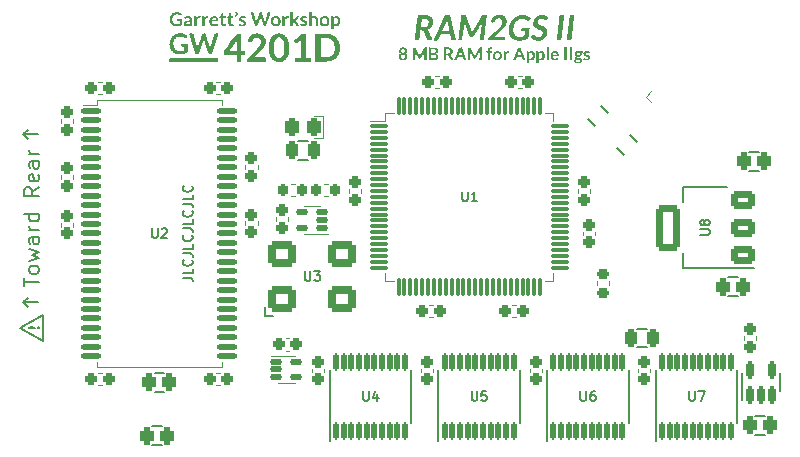
<source format=gto>
G04 #@! TF.GenerationSoftware,KiCad,Pcbnew,7.0.10*
G04 #@! TF.CreationDate,2024-06-11T15:55:15-04:00*
G04 #@! TF.ProjectId,RAM2GS,52414d32-4753-42e6-9b69-6361645f7063,2.2*
G04 #@! TF.SameCoordinates,Original*
G04 #@! TF.FileFunction,Legend,Top*
G04 #@! TF.FilePolarity,Positive*
%FSLAX46Y46*%
G04 Gerber Fmt 4.6, Leading zero omitted, Abs format (unit mm)*
G04 Created by KiCad (PCBNEW 7.0.10) date 2024-06-11 15:55:15*
%MOMM*%
%LPD*%
G01*
G04 APERTURE LIST*
G04 Aperture macros list*
%AMRoundRect*
0 Rectangle with rounded corners*
0 $1 Rounding radius*
0 $2 $3 $4 $5 $6 $7 $8 $9 X,Y pos of 4 corners*
0 Add a 4 corners polygon primitive as box body*
4,1,4,$2,$3,$4,$5,$6,$7,$8,$9,$2,$3,0*
0 Add four circle primitives for the rounded corners*
1,1,$1+$1,$2,$3*
1,1,$1+$1,$4,$5*
1,1,$1+$1,$6,$7*
1,1,$1+$1,$8,$9*
0 Add four rect primitives between the rounded corners*
20,1,$1+$1,$2,$3,$4,$5,0*
20,1,$1+$1,$4,$5,$6,$7,0*
20,1,$1+$1,$6,$7,$8,$9,0*
20,1,$1+$1,$8,$9,$2,$3,0*%
G04 Aperture macros list end*
%ADD10C,0.200000*%
%ADD11C,0.190500*%
%ADD12C,0.203200*%
%ADD13C,0.120000*%
%ADD14C,0.150000*%
%ADD15C,0.152400*%
%ADD16C,0.000000*%
%ADD17C,2.000000*%
%ADD18RoundRect,0.237500X0.287500X-0.237500X0.287500X0.237500X-0.287500X0.237500X-0.287500X-0.237500X0*%
%ADD19RoundRect,0.237500X-0.237500X-0.287500X0.237500X-0.287500X0.237500X0.287500X-0.237500X0.287500X0*%
%ADD20RoundRect,0.237500X-0.287500X0.237500X-0.287500X-0.237500X0.287500X-0.237500X0.287500X0.237500X0*%
%ADD21C,2.152400*%
%ADD22RoundRect,0.124500X0.124500X-0.624500X0.124500X0.624500X-0.124500X0.624500X-0.124500X-0.624500X0*%
%ADD23RoundRect,0.287500X0.287500X0.462500X-0.287500X0.462500X-0.287500X-0.462500X0.287500X-0.462500X0*%
%ADD24RoundRect,0.287500X-0.287500X-0.462500X0.287500X-0.462500X0.287500X0.462500X-0.287500X0.462500X0*%
%ADD25RoundRect,0.320000X0.730000X0.480000X-0.730000X0.480000X-0.730000X-0.480000X0.730000X-0.480000X0*%
%ADD26RoundRect,0.315000X0.735000X1.635000X-0.735000X1.635000X-0.735000X-1.635000X0.735000X-1.635000X0*%
%ADD27RoundRect,0.237500X-0.530330X-0.194454X-0.194454X-0.530330X0.530330X0.194454X0.194454X0.530330X0*%
%ADD28RoundRect,0.237500X0.530330X0.194454X0.194454X0.530330X-0.530330X-0.194454X-0.194454X-0.530330X0*%
%ADD29RoundRect,0.120000X-0.420000X-0.120000X0.420000X-0.120000X0.420000X0.120000X-0.420000X0.120000X0*%
%ADD30C,2.527300*%
%ADD31C,1.143000*%
%ADD32C,0.939800*%
%ADD33RoundRect,0.087000X-0.674500X-0.087000X0.674500X-0.087000X0.674500X0.087000X-0.674500X0.087000X0*%
%ADD34RoundRect,0.087000X-0.087000X-0.674500X0.087000X-0.674500X0.087000X0.674500X-0.087000X0.674500X0*%
%ADD35RoundRect,0.139500X-0.665500X-0.139500X0.665500X-0.139500X0.665500X0.139500X-0.665500X0.139500X0*%
%ADD36RoundRect,0.322860X-0.853340X-0.753340X0.853340X-0.753340X0.853340X0.753340X-0.853340X0.753340X0*%
%ADD37RoundRect,0.120000X0.420000X0.120000X-0.420000X0.120000X-0.420000X-0.120000X0.420000X-0.120000X0*%
%ADD38C,1.448000*%
%ADD39RoundRect,0.237500X0.237500X0.287500X-0.237500X0.287500X-0.237500X-0.287500X0.237500X-0.287500X0*%
%ADD40RoundRect,0.237500X0.237500X0.512500X-0.237500X0.512500X-0.237500X-0.512500X0.237500X-0.512500X0*%
%ADD41RoundRect,0.187500X0.187500X-0.537500X0.187500X0.537500X-0.187500X0.537500X-0.187500X-0.537500X0*%
%ADD42RoundRect,0.200000X0.200000X0.325000X-0.200000X0.325000X-0.200000X-0.325000X0.200000X-0.325000X0*%
%ADD43RoundRect,0.200000X-0.200000X-0.325000X0.200000X-0.325000X0.200000X0.325000X-0.200000X0.325000X0*%
%ADD44RoundRect,0.237500X-0.237500X-0.512500X0.237500X-0.512500X0.237500X0.512500X-0.237500X0.512500X0*%
%ADD45RoundRect,0.281850X0.281850X0.494350X-0.281850X0.494350X-0.281850X-0.494350X0.281850X-0.494350X0*%
%ADD46RoundRect,0.200000X-0.325000X0.200000X-0.325000X-0.200000X0.325000X-0.200000X0.325000X0.200000X0*%
%ADD47RoundRect,0.419100X-0.419100X-3.327100X0.419100X-3.327100X0.419100X3.327100X-0.419100X3.327100X0*%
G04 APERTURE END LIST*
D10*
X47625000Y-117475000D02*
X48006000Y-117094000D01*
X47625000Y-117475000D02*
X48006000Y-117856000D01*
X48895000Y-117475000D02*
X47625000Y-117475000D01*
X48895000Y-103251000D02*
X47625000Y-103251000D01*
X47625000Y-103251000D02*
X48006000Y-103632000D01*
X47625000Y-103251000D02*
X48006000Y-102870000D01*
X49276000Y-120713500D02*
X47371000Y-119634000D01*
X47371000Y-119634000D02*
X49276000Y-118554500D01*
X49276000Y-118554500D02*
X49276000Y-120713500D01*
X47694126Y-116138475D02*
X47694126Y-115412761D01*
X48964126Y-115775618D02*
X47694126Y-115775618D01*
X48964126Y-114807999D02*
X48903650Y-114928951D01*
X48903650Y-114928951D02*
X48843173Y-114989428D01*
X48843173Y-114989428D02*
X48722221Y-115049904D01*
X48722221Y-115049904D02*
X48359364Y-115049904D01*
X48359364Y-115049904D02*
X48238411Y-114989428D01*
X48238411Y-114989428D02*
X48177935Y-114928951D01*
X48177935Y-114928951D02*
X48117459Y-114807999D01*
X48117459Y-114807999D02*
X48117459Y-114626570D01*
X48117459Y-114626570D02*
X48177935Y-114505618D01*
X48177935Y-114505618D02*
X48238411Y-114445142D01*
X48238411Y-114445142D02*
X48359364Y-114384666D01*
X48359364Y-114384666D02*
X48722221Y-114384666D01*
X48722221Y-114384666D02*
X48843173Y-114445142D01*
X48843173Y-114445142D02*
X48903650Y-114505618D01*
X48903650Y-114505618D02*
X48964126Y-114626570D01*
X48964126Y-114626570D02*
X48964126Y-114807999D01*
X48117459Y-113961332D02*
X48964126Y-113719427D01*
X48964126Y-113719427D02*
X48359364Y-113477522D01*
X48359364Y-113477522D02*
X48964126Y-113235618D01*
X48964126Y-113235618D02*
X48117459Y-112993713D01*
X48964126Y-111965618D02*
X48298888Y-111965618D01*
X48298888Y-111965618D02*
X48177935Y-112026094D01*
X48177935Y-112026094D02*
X48117459Y-112147046D01*
X48117459Y-112147046D02*
X48117459Y-112388951D01*
X48117459Y-112388951D02*
X48177935Y-112509904D01*
X48903650Y-111965618D02*
X48964126Y-112086570D01*
X48964126Y-112086570D02*
X48964126Y-112388951D01*
X48964126Y-112388951D02*
X48903650Y-112509904D01*
X48903650Y-112509904D02*
X48782697Y-112570380D01*
X48782697Y-112570380D02*
X48661745Y-112570380D01*
X48661745Y-112570380D02*
X48540792Y-112509904D01*
X48540792Y-112509904D02*
X48480316Y-112388951D01*
X48480316Y-112388951D02*
X48480316Y-112086570D01*
X48480316Y-112086570D02*
X48419840Y-111965618D01*
X48964126Y-111360856D02*
X48117459Y-111360856D01*
X48359364Y-111360856D02*
X48238411Y-111300379D01*
X48238411Y-111300379D02*
X48177935Y-111239903D01*
X48177935Y-111239903D02*
X48117459Y-111118951D01*
X48117459Y-111118951D02*
X48117459Y-110997998D01*
X48964126Y-110030380D02*
X47694126Y-110030380D01*
X48903650Y-110030380D02*
X48964126Y-110151332D01*
X48964126Y-110151332D02*
X48964126Y-110393237D01*
X48964126Y-110393237D02*
X48903650Y-110514189D01*
X48903650Y-110514189D02*
X48843173Y-110574666D01*
X48843173Y-110574666D02*
X48722221Y-110635142D01*
X48722221Y-110635142D02*
X48359364Y-110635142D01*
X48359364Y-110635142D02*
X48238411Y-110574666D01*
X48238411Y-110574666D02*
X48177935Y-110514189D01*
X48177935Y-110514189D02*
X48117459Y-110393237D01*
X48117459Y-110393237D02*
X48117459Y-110151332D01*
X48117459Y-110151332D02*
X48177935Y-110030380D01*
X48964126Y-107732284D02*
X48359364Y-108155618D01*
X48964126Y-108457999D02*
X47694126Y-108457999D01*
X47694126Y-108457999D02*
X47694126Y-107974189D01*
X47694126Y-107974189D02*
X47754602Y-107853237D01*
X47754602Y-107853237D02*
X47815078Y-107792760D01*
X47815078Y-107792760D02*
X47936030Y-107732284D01*
X47936030Y-107732284D02*
X48117459Y-107732284D01*
X48117459Y-107732284D02*
X48238411Y-107792760D01*
X48238411Y-107792760D02*
X48298888Y-107853237D01*
X48298888Y-107853237D02*
X48359364Y-107974189D01*
X48359364Y-107974189D02*
X48359364Y-108457999D01*
X48903650Y-106704189D02*
X48964126Y-106825141D01*
X48964126Y-106825141D02*
X48964126Y-107067046D01*
X48964126Y-107067046D02*
X48903650Y-107187999D01*
X48903650Y-107187999D02*
X48782697Y-107248475D01*
X48782697Y-107248475D02*
X48298888Y-107248475D01*
X48298888Y-107248475D02*
X48177935Y-107187999D01*
X48177935Y-107187999D02*
X48117459Y-107067046D01*
X48117459Y-107067046D02*
X48117459Y-106825141D01*
X48117459Y-106825141D02*
X48177935Y-106704189D01*
X48177935Y-106704189D02*
X48298888Y-106643713D01*
X48298888Y-106643713D02*
X48419840Y-106643713D01*
X48419840Y-106643713D02*
X48540792Y-107248475D01*
X48964126Y-105555142D02*
X48298888Y-105555142D01*
X48298888Y-105555142D02*
X48177935Y-105615618D01*
X48177935Y-105615618D02*
X48117459Y-105736570D01*
X48117459Y-105736570D02*
X48117459Y-105978475D01*
X48117459Y-105978475D02*
X48177935Y-106099428D01*
X48903650Y-105555142D02*
X48964126Y-105676094D01*
X48964126Y-105676094D02*
X48964126Y-105978475D01*
X48964126Y-105978475D02*
X48903650Y-106099428D01*
X48903650Y-106099428D02*
X48782697Y-106159904D01*
X48782697Y-106159904D02*
X48661745Y-106159904D01*
X48661745Y-106159904D02*
X48540792Y-106099428D01*
X48540792Y-106099428D02*
X48480316Y-105978475D01*
X48480316Y-105978475D02*
X48480316Y-105676094D01*
X48480316Y-105676094D02*
X48419840Y-105555142D01*
X48964126Y-104950380D02*
X48117459Y-104950380D01*
X48359364Y-104950380D02*
X48238411Y-104889903D01*
X48238411Y-104889903D02*
X48177935Y-104829427D01*
X48177935Y-104829427D02*
X48117459Y-104708475D01*
X48117459Y-104708475D02*
X48117459Y-104587522D01*
D11*
X48866201Y-119634000D02*
X48904906Y-119595295D01*
X48904906Y-119595295D02*
X48943610Y-119634000D01*
X48943610Y-119634000D02*
X48904906Y-119672704D01*
X48904906Y-119672704D02*
X48866201Y-119634000D01*
X48866201Y-119634000D02*
X48943610Y-119634000D01*
X48633972Y-119634000D02*
X48169515Y-119672704D01*
X48169515Y-119672704D02*
X48130810Y-119634000D01*
X48130810Y-119634000D02*
X48169515Y-119595295D01*
X48169515Y-119595295D02*
X48633972Y-119634000D01*
X48633972Y-119634000D02*
X48130810Y-119634000D01*
D12*
X61152649Y-115404361D02*
X61733221Y-115404361D01*
X61733221Y-115404361D02*
X61849335Y-115443066D01*
X61849335Y-115443066D02*
X61926745Y-115520475D01*
X61926745Y-115520475D02*
X61965449Y-115636590D01*
X61965449Y-115636590D02*
X61965449Y-115713999D01*
X61965449Y-114630266D02*
X61965449Y-115017314D01*
X61965449Y-115017314D02*
X61152649Y-115017314D01*
X61888040Y-113894876D02*
X61926745Y-113933580D01*
X61926745Y-113933580D02*
X61965449Y-114049695D01*
X61965449Y-114049695D02*
X61965449Y-114127104D01*
X61965449Y-114127104D02*
X61926745Y-114243218D01*
X61926745Y-114243218D02*
X61849335Y-114320628D01*
X61849335Y-114320628D02*
X61771925Y-114359333D01*
X61771925Y-114359333D02*
X61617106Y-114398037D01*
X61617106Y-114398037D02*
X61500992Y-114398037D01*
X61500992Y-114398037D02*
X61346173Y-114359333D01*
X61346173Y-114359333D02*
X61268764Y-114320628D01*
X61268764Y-114320628D02*
X61191354Y-114243218D01*
X61191354Y-114243218D02*
X61152649Y-114127104D01*
X61152649Y-114127104D02*
X61152649Y-114049695D01*
X61152649Y-114049695D02*
X61191354Y-113933580D01*
X61191354Y-113933580D02*
X61230059Y-113894876D01*
X61152649Y-113314304D02*
X61733221Y-113314304D01*
X61733221Y-113314304D02*
X61849335Y-113353009D01*
X61849335Y-113353009D02*
X61926745Y-113430418D01*
X61926745Y-113430418D02*
X61965449Y-113546533D01*
X61965449Y-113546533D02*
X61965449Y-113623942D01*
X61965449Y-112540209D02*
X61965449Y-112927257D01*
X61965449Y-112927257D02*
X61152649Y-112927257D01*
X61888040Y-111804819D02*
X61926745Y-111843523D01*
X61926745Y-111843523D02*
X61965449Y-111959638D01*
X61965449Y-111959638D02*
X61965449Y-112037047D01*
X61965449Y-112037047D02*
X61926745Y-112153161D01*
X61926745Y-112153161D02*
X61849335Y-112230571D01*
X61849335Y-112230571D02*
X61771925Y-112269276D01*
X61771925Y-112269276D02*
X61617106Y-112307980D01*
X61617106Y-112307980D02*
X61500992Y-112307980D01*
X61500992Y-112307980D02*
X61346173Y-112269276D01*
X61346173Y-112269276D02*
X61268764Y-112230571D01*
X61268764Y-112230571D02*
X61191354Y-112153161D01*
X61191354Y-112153161D02*
X61152649Y-112037047D01*
X61152649Y-112037047D02*
X61152649Y-111959638D01*
X61152649Y-111959638D02*
X61191354Y-111843523D01*
X61191354Y-111843523D02*
X61230059Y-111804819D01*
X61152649Y-111224247D02*
X61733221Y-111224247D01*
X61733221Y-111224247D02*
X61849335Y-111262952D01*
X61849335Y-111262952D02*
X61926745Y-111340361D01*
X61926745Y-111340361D02*
X61965449Y-111456476D01*
X61965449Y-111456476D02*
X61965449Y-111533885D01*
X61965449Y-110450152D02*
X61965449Y-110837200D01*
X61965449Y-110837200D02*
X61152649Y-110837200D01*
X61888040Y-109714762D02*
X61926745Y-109753466D01*
X61926745Y-109753466D02*
X61965449Y-109869581D01*
X61965449Y-109869581D02*
X61965449Y-109946990D01*
X61965449Y-109946990D02*
X61926745Y-110063104D01*
X61926745Y-110063104D02*
X61849335Y-110140514D01*
X61849335Y-110140514D02*
X61771925Y-110179219D01*
X61771925Y-110179219D02*
X61617106Y-110217923D01*
X61617106Y-110217923D02*
X61500992Y-110217923D01*
X61500992Y-110217923D02*
X61346173Y-110179219D01*
X61346173Y-110179219D02*
X61268764Y-110140514D01*
X61268764Y-110140514D02*
X61191354Y-110063104D01*
X61191354Y-110063104D02*
X61152649Y-109946990D01*
X61152649Y-109946990D02*
X61152649Y-109869581D01*
X61152649Y-109869581D02*
X61191354Y-109753466D01*
X61191354Y-109753466D02*
X61230059Y-109714762D01*
X61152649Y-109134190D02*
X61733221Y-109134190D01*
X61733221Y-109134190D02*
X61849335Y-109172895D01*
X61849335Y-109172895D02*
X61926745Y-109250304D01*
X61926745Y-109250304D02*
X61965449Y-109366419D01*
X61965449Y-109366419D02*
X61965449Y-109443828D01*
X61965449Y-108360095D02*
X61965449Y-108747143D01*
X61965449Y-108747143D02*
X61152649Y-108747143D01*
X61888040Y-107624705D02*
X61926745Y-107663409D01*
X61926745Y-107663409D02*
X61965449Y-107779524D01*
X61965449Y-107779524D02*
X61965449Y-107856933D01*
X61965449Y-107856933D02*
X61926745Y-107973047D01*
X61926745Y-107973047D02*
X61849335Y-108050457D01*
X61849335Y-108050457D02*
X61771925Y-108089162D01*
X61771925Y-108089162D02*
X61617106Y-108127866D01*
X61617106Y-108127866D02*
X61500992Y-108127866D01*
X61500992Y-108127866D02*
X61346173Y-108089162D01*
X61346173Y-108089162D02*
X61268764Y-108050457D01*
X61268764Y-108050457D02*
X61191354Y-107973047D01*
X61191354Y-107973047D02*
X61152649Y-107856933D01*
X61152649Y-107856933D02*
X61152649Y-107779524D01*
X61152649Y-107779524D02*
X61191354Y-107663409D01*
X61191354Y-107663409D02*
X61230059Y-107624705D01*
X94805723Y-125002649D02*
X94805723Y-125660630D01*
X94805723Y-125660630D02*
X94844428Y-125738040D01*
X94844428Y-125738040D02*
X94883133Y-125776745D01*
X94883133Y-125776745D02*
X94960542Y-125815449D01*
X94960542Y-125815449D02*
X95115361Y-125815449D01*
X95115361Y-125815449D02*
X95192771Y-125776745D01*
X95192771Y-125776745D02*
X95231476Y-125738040D01*
X95231476Y-125738040D02*
X95270180Y-125660630D01*
X95270180Y-125660630D02*
X95270180Y-125002649D01*
X96005571Y-125002649D02*
X95850752Y-125002649D01*
X95850752Y-125002649D02*
X95773343Y-125041354D01*
X95773343Y-125041354D02*
X95734638Y-125080059D01*
X95734638Y-125080059D02*
X95657228Y-125196173D01*
X95657228Y-125196173D02*
X95618524Y-125350992D01*
X95618524Y-125350992D02*
X95618524Y-125660630D01*
X95618524Y-125660630D02*
X95657228Y-125738040D01*
X95657228Y-125738040D02*
X95695933Y-125776745D01*
X95695933Y-125776745D02*
X95773343Y-125815449D01*
X95773343Y-125815449D02*
X95928162Y-125815449D01*
X95928162Y-125815449D02*
X96005571Y-125776745D01*
X96005571Y-125776745D02*
X96044276Y-125738040D01*
X96044276Y-125738040D02*
X96082981Y-125660630D01*
X96082981Y-125660630D02*
X96082981Y-125467106D01*
X96082981Y-125467106D02*
X96044276Y-125389697D01*
X96044276Y-125389697D02*
X96005571Y-125350992D01*
X96005571Y-125350992D02*
X95928162Y-125312287D01*
X95928162Y-125312287D02*
X95773343Y-125312287D01*
X95773343Y-125312287D02*
X95695933Y-125350992D01*
X95695933Y-125350992D02*
X95657228Y-125389697D01*
X95657228Y-125389697D02*
X95618524Y-125467106D01*
X104005723Y-125002649D02*
X104005723Y-125660630D01*
X104005723Y-125660630D02*
X104044428Y-125738040D01*
X104044428Y-125738040D02*
X104083133Y-125776745D01*
X104083133Y-125776745D02*
X104160542Y-125815449D01*
X104160542Y-125815449D02*
X104315361Y-125815449D01*
X104315361Y-125815449D02*
X104392771Y-125776745D01*
X104392771Y-125776745D02*
X104431476Y-125738040D01*
X104431476Y-125738040D02*
X104470180Y-125660630D01*
X104470180Y-125660630D02*
X104470180Y-125002649D01*
X104779819Y-125002649D02*
X105321685Y-125002649D01*
X105321685Y-125002649D02*
X104973343Y-125815449D01*
X85605723Y-125002649D02*
X85605723Y-125660630D01*
X85605723Y-125660630D02*
X85644428Y-125738040D01*
X85644428Y-125738040D02*
X85683133Y-125776745D01*
X85683133Y-125776745D02*
X85760542Y-125815449D01*
X85760542Y-125815449D02*
X85915361Y-125815449D01*
X85915361Y-125815449D02*
X85992771Y-125776745D01*
X85992771Y-125776745D02*
X86031476Y-125738040D01*
X86031476Y-125738040D02*
X86070180Y-125660630D01*
X86070180Y-125660630D02*
X86070180Y-125002649D01*
X86844276Y-125002649D02*
X86457228Y-125002649D01*
X86457228Y-125002649D02*
X86418524Y-125389697D01*
X86418524Y-125389697D02*
X86457228Y-125350992D01*
X86457228Y-125350992D02*
X86534638Y-125312287D01*
X86534638Y-125312287D02*
X86728162Y-125312287D01*
X86728162Y-125312287D02*
X86805571Y-125350992D01*
X86805571Y-125350992D02*
X86844276Y-125389697D01*
X86844276Y-125389697D02*
X86882981Y-125467106D01*
X86882981Y-125467106D02*
X86882981Y-125660630D01*
X86882981Y-125660630D02*
X86844276Y-125738040D01*
X86844276Y-125738040D02*
X86805571Y-125776745D01*
X86805571Y-125776745D02*
X86728162Y-125815449D01*
X86728162Y-125815449D02*
X86534638Y-125815449D01*
X86534638Y-125815449D02*
X86457228Y-125776745D01*
X86457228Y-125776745D02*
X86418524Y-125738040D01*
X104939649Y-111769276D02*
X105597630Y-111769276D01*
X105597630Y-111769276D02*
X105675040Y-111730571D01*
X105675040Y-111730571D02*
X105713745Y-111691866D01*
X105713745Y-111691866D02*
X105752449Y-111614457D01*
X105752449Y-111614457D02*
X105752449Y-111459638D01*
X105752449Y-111459638D02*
X105713745Y-111382228D01*
X105713745Y-111382228D02*
X105675040Y-111343523D01*
X105675040Y-111343523D02*
X105597630Y-111304819D01*
X105597630Y-111304819D02*
X104939649Y-111304819D01*
X105287992Y-110801656D02*
X105249287Y-110879066D01*
X105249287Y-110879066D02*
X105210583Y-110917771D01*
X105210583Y-110917771D02*
X105133173Y-110956475D01*
X105133173Y-110956475D02*
X105094468Y-110956475D01*
X105094468Y-110956475D02*
X105017059Y-110917771D01*
X105017059Y-110917771D02*
X104978354Y-110879066D01*
X104978354Y-110879066D02*
X104939649Y-110801656D01*
X104939649Y-110801656D02*
X104939649Y-110646837D01*
X104939649Y-110646837D02*
X104978354Y-110569428D01*
X104978354Y-110569428D02*
X105017059Y-110530723D01*
X105017059Y-110530723D02*
X105094468Y-110492018D01*
X105094468Y-110492018D02*
X105133173Y-110492018D01*
X105133173Y-110492018D02*
X105210583Y-110530723D01*
X105210583Y-110530723D02*
X105249287Y-110569428D01*
X105249287Y-110569428D02*
X105287992Y-110646837D01*
X105287992Y-110646837D02*
X105287992Y-110801656D01*
X105287992Y-110801656D02*
X105326697Y-110879066D01*
X105326697Y-110879066D02*
X105365402Y-110917771D01*
X105365402Y-110917771D02*
X105442811Y-110956475D01*
X105442811Y-110956475D02*
X105597630Y-110956475D01*
X105597630Y-110956475D02*
X105675040Y-110917771D01*
X105675040Y-110917771D02*
X105713745Y-110879066D01*
X105713745Y-110879066D02*
X105752449Y-110801656D01*
X105752449Y-110801656D02*
X105752449Y-110646837D01*
X105752449Y-110646837D02*
X105713745Y-110569428D01*
X105713745Y-110569428D02*
X105675040Y-110530723D01*
X105675040Y-110530723D02*
X105597630Y-110492018D01*
X105597630Y-110492018D02*
X105442811Y-110492018D01*
X105442811Y-110492018D02*
X105365402Y-110530723D01*
X105365402Y-110530723D02*
X105326697Y-110569428D01*
X105326697Y-110569428D02*
X105287992Y-110646837D01*
X76405723Y-125002649D02*
X76405723Y-125660630D01*
X76405723Y-125660630D02*
X76444428Y-125738040D01*
X76444428Y-125738040D02*
X76483133Y-125776745D01*
X76483133Y-125776745D02*
X76560542Y-125815449D01*
X76560542Y-125815449D02*
X76715361Y-125815449D01*
X76715361Y-125815449D02*
X76792771Y-125776745D01*
X76792771Y-125776745D02*
X76831476Y-125738040D01*
X76831476Y-125738040D02*
X76870180Y-125660630D01*
X76870180Y-125660630D02*
X76870180Y-125002649D01*
X77605571Y-125273583D02*
X77605571Y-125815449D01*
X77412047Y-124963945D02*
X77218524Y-125544516D01*
X77218524Y-125544516D02*
X77721685Y-125544516D01*
X84780723Y-108102649D02*
X84780723Y-108760630D01*
X84780723Y-108760630D02*
X84819428Y-108838040D01*
X84819428Y-108838040D02*
X84858133Y-108876745D01*
X84858133Y-108876745D02*
X84935542Y-108915449D01*
X84935542Y-108915449D02*
X85090361Y-108915449D01*
X85090361Y-108915449D02*
X85167771Y-108876745D01*
X85167771Y-108876745D02*
X85206476Y-108838040D01*
X85206476Y-108838040D02*
X85245180Y-108760630D01*
X85245180Y-108760630D02*
X85245180Y-108102649D01*
X86057981Y-108915449D02*
X85593524Y-108915449D01*
X85825752Y-108915449D02*
X85825752Y-108102649D01*
X85825752Y-108102649D02*
X85748343Y-108218764D01*
X85748343Y-108218764D02*
X85670933Y-108296173D01*
X85670933Y-108296173D02*
X85593524Y-108334878D01*
X58530723Y-111202649D02*
X58530723Y-111860630D01*
X58530723Y-111860630D02*
X58569428Y-111938040D01*
X58569428Y-111938040D02*
X58608133Y-111976745D01*
X58608133Y-111976745D02*
X58685542Y-112015449D01*
X58685542Y-112015449D02*
X58840361Y-112015449D01*
X58840361Y-112015449D02*
X58917771Y-111976745D01*
X58917771Y-111976745D02*
X58956476Y-111938040D01*
X58956476Y-111938040D02*
X58995180Y-111860630D01*
X58995180Y-111860630D02*
X58995180Y-111202649D01*
X59343524Y-111280059D02*
X59382228Y-111241354D01*
X59382228Y-111241354D02*
X59459638Y-111202649D01*
X59459638Y-111202649D02*
X59653162Y-111202649D01*
X59653162Y-111202649D02*
X59730571Y-111241354D01*
X59730571Y-111241354D02*
X59769276Y-111280059D01*
X59769276Y-111280059D02*
X59807981Y-111357468D01*
X59807981Y-111357468D02*
X59807981Y-111434878D01*
X59807981Y-111434878D02*
X59769276Y-111550992D01*
X59769276Y-111550992D02*
X59304819Y-112015449D01*
X59304819Y-112015449D02*
X59807981Y-112015449D01*
X71480723Y-114852649D02*
X71480723Y-115510630D01*
X71480723Y-115510630D02*
X71519428Y-115588040D01*
X71519428Y-115588040D02*
X71558133Y-115626745D01*
X71558133Y-115626745D02*
X71635542Y-115665449D01*
X71635542Y-115665449D02*
X71790361Y-115665449D01*
X71790361Y-115665449D02*
X71867771Y-115626745D01*
X71867771Y-115626745D02*
X71906476Y-115588040D01*
X71906476Y-115588040D02*
X71945180Y-115510630D01*
X71945180Y-115510630D02*
X71945180Y-114852649D01*
X72254819Y-114852649D02*
X72757981Y-114852649D01*
X72757981Y-114852649D02*
X72487047Y-115162287D01*
X72487047Y-115162287D02*
X72603162Y-115162287D01*
X72603162Y-115162287D02*
X72680571Y-115200992D01*
X72680571Y-115200992D02*
X72719276Y-115239697D01*
X72719276Y-115239697D02*
X72757981Y-115317106D01*
X72757981Y-115317106D02*
X72757981Y-115510630D01*
X72757981Y-115510630D02*
X72719276Y-115588040D01*
X72719276Y-115588040D02*
X72680571Y-115626745D01*
X72680571Y-115626745D02*
X72603162Y-115665449D01*
X72603162Y-115665449D02*
X72370933Y-115665449D01*
X72370933Y-115665449D02*
X72293524Y-115626745D01*
X72293524Y-115626745D02*
X72254819Y-115588040D01*
D13*
X75190000Y-108212779D02*
X75190000Y-107887221D01*
X76210000Y-108212779D02*
X76210000Y-107887221D01*
X94590000Y-108212779D02*
X94590000Y-107887221D01*
X95610000Y-108212779D02*
X95610000Y-107887221D01*
X81987221Y-117740000D02*
X82312779Y-117740000D01*
X81987221Y-118760000D02*
X82312779Y-118760000D01*
X88987221Y-117740000D02*
X89312779Y-117740000D01*
X88987221Y-118760000D02*
X89312779Y-118760000D01*
X82487221Y-98340000D02*
X82812779Y-98340000D01*
X82487221Y-99360000D02*
X82812779Y-99360000D01*
X96010000Y-111487221D02*
X96010000Y-111812779D01*
X94990000Y-111487221D02*
X94990000Y-111812779D01*
X89487221Y-98340000D02*
X89812779Y-98340000D01*
X89487221Y-99360000D02*
X89812779Y-99360000D01*
X50840000Y-107062779D02*
X50840000Y-106737221D01*
X51860000Y-107062779D02*
X51860000Y-106737221D01*
X50840000Y-102262779D02*
X50840000Y-101937221D01*
X51860000Y-102262779D02*
X51860000Y-101937221D01*
X53987221Y-98840000D02*
X54312779Y-98840000D01*
X53987221Y-99860000D02*
X54312779Y-99860000D01*
X63987221Y-123440000D02*
X64312779Y-123440000D01*
X63987221Y-124460000D02*
X64312779Y-124460000D01*
X63987221Y-98840000D02*
X64312779Y-98840000D01*
X63987221Y-99860000D02*
X64312779Y-99860000D01*
X67460000Y-110637221D02*
X67460000Y-110962779D01*
X66440000Y-110637221D02*
X66440000Y-110962779D01*
X67460000Y-105837221D02*
X67460000Y-106162779D01*
X66440000Y-105837221D02*
X66440000Y-106162779D01*
X50840000Y-111062779D02*
X50840000Y-110737221D01*
X51860000Y-111062779D02*
X51860000Y-110737221D01*
X53987221Y-123440000D02*
X54312779Y-123440000D01*
X53987221Y-124460000D02*
X54312779Y-124460000D01*
D14*
X91975000Y-129200000D02*
X91975000Y-123225000D01*
X98875000Y-127675000D02*
X98875000Y-123225000D01*
D13*
X91510000Y-123087221D02*
X91510000Y-123412779D01*
X90490000Y-123087221D02*
X90490000Y-123412779D01*
X82310000Y-123087221D02*
X82310000Y-123412779D01*
X81290000Y-123087221D02*
X81290000Y-123412779D01*
D14*
X101175000Y-129200000D02*
X101175000Y-123225000D01*
X108075000Y-127675000D02*
X108075000Y-123225000D01*
D13*
X73110000Y-123087221D02*
X73110000Y-123412779D01*
X72090000Y-123087221D02*
X72090000Y-123412779D01*
D14*
X82775000Y-129200000D02*
X82775000Y-123225000D01*
X89675000Y-127675000D02*
X89675000Y-123225000D01*
D15*
X59334400Y-129578000D02*
X58521600Y-129578000D01*
X59334400Y-127978000D02*
X58521600Y-127978000D01*
X109575600Y-127089000D02*
X110388400Y-127089000D01*
X109575600Y-128689000D02*
X110388400Y-128689000D01*
X103477000Y-107740000D02*
X103477000Y-109000000D01*
X103477000Y-114560000D02*
X103477000Y-113300000D01*
X107237000Y-107740000D02*
X103477000Y-107740000D01*
X109487000Y-114560000D02*
X103477000Y-114560000D01*
X109093600Y-104750000D02*
X109906400Y-104750000D01*
X109093600Y-106350000D02*
X109906400Y-106350000D01*
X107293600Y-115350000D02*
X108106400Y-115350000D01*
X107293600Y-116950000D02*
X108106400Y-116950000D01*
X96578317Y-100846946D02*
X97153054Y-101421683D01*
X95446946Y-101978317D02*
X96021683Y-102553054D01*
X98471683Y-105003054D02*
X97896946Y-104428317D01*
X99603054Y-103871683D02*
X99028317Y-103296946D01*
D13*
X70630000Y-121990000D02*
X68600000Y-121990000D01*
X69220000Y-124310000D02*
X70630000Y-124310000D01*
X100330910Y-100067962D02*
X100779923Y-99618949D01*
X100779923Y-100516974D02*
X100330910Y-100067962D01*
D14*
X73575000Y-129200000D02*
X73575000Y-123225000D01*
X80475000Y-127675000D02*
X80475000Y-123225000D01*
D13*
X92510000Y-101440000D02*
X92510000Y-102140000D01*
X91810000Y-101440000D02*
X92510000Y-101440000D01*
X78990000Y-101440000D02*
X78290000Y-101440000D01*
X78290000Y-101440000D02*
X78290000Y-102140000D01*
X78290000Y-102140000D02*
X77000000Y-102140000D01*
X92510000Y-115660000D02*
X92510000Y-114960000D01*
X91810000Y-115660000D02*
X92510000Y-115660000D01*
X78990000Y-115660000D02*
X78290000Y-115660000D01*
X78290000Y-115660000D02*
X78290000Y-114960000D01*
X64450000Y-100350000D02*
X64450000Y-100750000D01*
X53850000Y-100350000D02*
X64450000Y-100350000D01*
X53850000Y-100750000D02*
X53850000Y-100350000D01*
X52650000Y-100750000D02*
X53850000Y-100750000D01*
X64450000Y-122550000D02*
X64450000Y-122950000D01*
X53850000Y-122550000D02*
X53850000Y-122950000D01*
X53850000Y-122950000D02*
X64450000Y-122950000D01*
D15*
X68100000Y-118600000D02*
X68100000Y-117900000D01*
X68100000Y-118600000D02*
X68800000Y-118600000D01*
D13*
X71370000Y-111660000D02*
X73400000Y-111660000D01*
X72780000Y-109340000D02*
X71370000Y-109340000D01*
X68990000Y-110562779D02*
X68990000Y-110237221D01*
X70010000Y-110562779D02*
X70010000Y-110237221D01*
D15*
X58743600Y-123450000D02*
X59556400Y-123450000D01*
X58743600Y-125050000D02*
X59556400Y-125050000D01*
D13*
X70162779Y-121560000D02*
X69837221Y-121560000D01*
X70162779Y-120540000D02*
X69837221Y-120540000D01*
X100710000Y-123087221D02*
X100710000Y-123412779D01*
X99690000Y-123087221D02*
X99690000Y-123412779D01*
X108640000Y-120662779D02*
X108640000Y-120337221D01*
X109660000Y-120662779D02*
X109660000Y-120337221D01*
D15*
X100406400Y-121300000D02*
X99593600Y-121300000D01*
X100406400Y-119700000D02*
X99593600Y-119700000D01*
X108520000Y-123490000D02*
X108520000Y-125750000D01*
X111680000Y-123490000D02*
X111680000Y-124950000D01*
D13*
X70612779Y-108460000D02*
X70287221Y-108460000D01*
X70612779Y-107440000D02*
X70287221Y-107440000D01*
X73087221Y-107440000D02*
X73412779Y-107440000D01*
X73087221Y-108460000D02*
X73412779Y-108460000D01*
D15*
X70893600Y-103800000D02*
X71706400Y-103800000D01*
X70893600Y-105400000D02*
X71706400Y-105400000D01*
D13*
X72985000Y-103600000D02*
X72985000Y-101700000D01*
X72985000Y-101700000D02*
X72250000Y-101700000D01*
X72250000Y-103600000D02*
X72985000Y-103600000D01*
X97260000Y-115687221D02*
X97260000Y-116012779D01*
X96240000Y-115687221D02*
X96240000Y-116012779D01*
G36*
X64063129Y-96797551D02*
G01*
X64087310Y-96813729D01*
X64101047Y-96829411D01*
X64113849Y-96848756D01*
X64113849Y-96964409D01*
X64113849Y-97080061D01*
X64099534Y-97100385D01*
X64086379Y-97115130D01*
X64070225Y-97128175D01*
X64064188Y-97131813D01*
X64043158Y-97142916D01*
X62057227Y-97142916D01*
X60071296Y-97142916D01*
X60050266Y-97131813D01*
X60034416Y-97120768D01*
X60019428Y-97106123D01*
X60014920Y-97100385D01*
X60000605Y-97080061D01*
X60000605Y-96964409D01*
X60000605Y-96848756D01*
X60013407Y-96829411D01*
X60031652Y-96809941D01*
X60051325Y-96797551D01*
X60076441Y-96785035D01*
X62057227Y-96785035D01*
X64038013Y-96785035D01*
X64063129Y-96797551D01*
G37*
G36*
X65725185Y-92846498D02*
G01*
X65729424Y-92851855D01*
X65736124Y-92863067D01*
X65741736Y-92873627D01*
X65763824Y-92927031D01*
X65776464Y-92981043D01*
X65779685Y-93035163D01*
X65773516Y-93088890D01*
X65757987Y-93141722D01*
X65733128Y-93193160D01*
X65721618Y-93211670D01*
X65711453Y-93225659D01*
X65697823Y-93242508D01*
X65682102Y-93260736D01*
X65665662Y-93278861D01*
X65649879Y-93295403D01*
X65636125Y-93308881D01*
X65625775Y-93317814D01*
X65620441Y-93320745D01*
X65614959Y-93318406D01*
X65603680Y-93312229D01*
X65588878Y-93303469D01*
X65586392Y-93301947D01*
X65570445Y-93291777D01*
X65557075Y-93282604D01*
X65548980Y-93276284D01*
X65548615Y-93275932D01*
X65542039Y-93264476D01*
X65542778Y-93249922D01*
X65551029Y-93231485D01*
X65564985Y-93210997D01*
X65591228Y-93170555D01*
X65608050Y-93130505D01*
X65615519Y-93090227D01*
X65613701Y-93049104D01*
X65602667Y-93006515D01*
X65590662Y-92977917D01*
X65579322Y-92952126D01*
X65573347Y-92932761D01*
X65572553Y-92918480D01*
X65576758Y-92907942D01*
X65580541Y-92903780D01*
X65588034Y-92899164D01*
X65601999Y-92892389D01*
X65620577Y-92884189D01*
X65641908Y-92875304D01*
X65664131Y-92866468D01*
X65685386Y-92858419D01*
X65703814Y-92851894D01*
X65717553Y-92847628D01*
X65724744Y-92846360D01*
X65725185Y-92846498D01*
G37*
G36*
X62586954Y-93244150D02*
G01*
X62618379Y-93253694D01*
X62643915Y-93268267D01*
X62644710Y-93268893D01*
X62646495Y-93273818D01*
X62646380Y-93284907D01*
X62644282Y-93303112D01*
X62640115Y-93329381D01*
X62638497Y-93338699D01*
X62633874Y-93364314D01*
X62629376Y-93388103D01*
X62625465Y-93407697D01*
X62622602Y-93420730D01*
X62622191Y-93422357D01*
X62617268Y-93435085D01*
X62609514Y-93443022D01*
X62597400Y-93446597D01*
X62579397Y-93446241D01*
X62553974Y-93442381D01*
X62552102Y-93442032D01*
X62506013Y-93437196D01*
X62464149Y-93440856D01*
X62426266Y-93453125D01*
X62392119Y-93474116D01*
X62361465Y-93503940D01*
X62334273Y-93542353D01*
X62317287Y-93570703D01*
X62317287Y-93832237D01*
X62317287Y-94093770D01*
X62214695Y-94093770D01*
X62112102Y-94093770D01*
X62112102Y-93676243D01*
X62112102Y-93258715D01*
X62188667Y-93258715D01*
X62217347Y-93258769D01*
X62238074Y-93259071D01*
X62252438Y-93259828D01*
X62262031Y-93261249D01*
X62268443Y-93263541D01*
X62273263Y-93266913D01*
X62276750Y-93270233D01*
X62282648Y-93276683D01*
X62287041Y-93283594D01*
X62290416Y-93292747D01*
X62293259Y-93305923D01*
X62296055Y-93324902D01*
X62299293Y-93351465D01*
X62299561Y-93353767D01*
X62305358Y-93403487D01*
X62322510Y-93377625D01*
X62355024Y-93334992D01*
X62391097Y-93299323D01*
X62429762Y-93271407D01*
X62470054Y-93252035D01*
X62480485Y-93248553D01*
X62515693Y-93241293D01*
X62551954Y-93239921D01*
X62586954Y-93244150D01*
G37*
G36*
X63250226Y-93244150D02*
G01*
X63281652Y-93253694D01*
X63307187Y-93268267D01*
X63307982Y-93268893D01*
X63309767Y-93273818D01*
X63309653Y-93284907D01*
X63307554Y-93303112D01*
X63303387Y-93329381D01*
X63301770Y-93338699D01*
X63297147Y-93364314D01*
X63292649Y-93388103D01*
X63288737Y-93407697D01*
X63285874Y-93420730D01*
X63285464Y-93422357D01*
X63280540Y-93435085D01*
X63272786Y-93443022D01*
X63260672Y-93446597D01*
X63242669Y-93446241D01*
X63217247Y-93442381D01*
X63215375Y-93442032D01*
X63169286Y-93437196D01*
X63127422Y-93440856D01*
X63089538Y-93453125D01*
X63055391Y-93474116D01*
X63024737Y-93503940D01*
X62997546Y-93542353D01*
X62980560Y-93570703D01*
X62980560Y-93832237D01*
X62980560Y-94093770D01*
X62877967Y-94093770D01*
X62775375Y-94093770D01*
X62775375Y-93676243D01*
X62775375Y-93258715D01*
X62851939Y-93258715D01*
X62880619Y-93258769D01*
X62901346Y-93259071D01*
X62915711Y-93259828D01*
X62925304Y-93261249D01*
X62931715Y-93263541D01*
X62936536Y-93266913D01*
X62940023Y-93270233D01*
X62945920Y-93276683D01*
X62950314Y-93283594D01*
X62953689Y-93292747D01*
X62956531Y-93305923D01*
X62959328Y-93324902D01*
X62962565Y-93351465D01*
X62962834Y-93353767D01*
X62968630Y-93403487D01*
X62985783Y-93377625D01*
X63018297Y-93334992D01*
X63054369Y-93299323D01*
X63093035Y-93271407D01*
X63133327Y-93252035D01*
X63143757Y-93248553D01*
X63178965Y-93241293D01*
X63215226Y-93239921D01*
X63250226Y-93244150D01*
G37*
G36*
X70045192Y-93244150D02*
G01*
X70076617Y-93253694D01*
X70102153Y-93268267D01*
X70102947Y-93268893D01*
X70104732Y-93273818D01*
X70104618Y-93284907D01*
X70102519Y-93303112D01*
X70098353Y-93329381D01*
X70096735Y-93338699D01*
X70092112Y-93364314D01*
X70087614Y-93388103D01*
X70083703Y-93407697D01*
X70080839Y-93420730D01*
X70080429Y-93422357D01*
X70075505Y-93435085D01*
X70067752Y-93443022D01*
X70055638Y-93446597D01*
X70037634Y-93446241D01*
X70012212Y-93442381D01*
X70010340Y-93442032D01*
X69964251Y-93437196D01*
X69922387Y-93440856D01*
X69884504Y-93453125D01*
X69850357Y-93474116D01*
X69819702Y-93503940D01*
X69792511Y-93542353D01*
X69775525Y-93570703D01*
X69775525Y-93832237D01*
X69775525Y-94093770D01*
X69672932Y-94093770D01*
X69570340Y-94093770D01*
X69570340Y-93676243D01*
X69570340Y-93258715D01*
X69646905Y-93258715D01*
X69675585Y-93258769D01*
X69696312Y-93259071D01*
X69710676Y-93259828D01*
X69720269Y-93261249D01*
X69726680Y-93263541D01*
X69731501Y-93266913D01*
X69734988Y-93270233D01*
X69740886Y-93276683D01*
X69745279Y-93283594D01*
X69748654Y-93292747D01*
X69751497Y-93305923D01*
X69754293Y-93324902D01*
X69757530Y-93351465D01*
X69757799Y-93353767D01*
X69763596Y-93403487D01*
X69780748Y-93377625D01*
X69813262Y-93334992D01*
X69849334Y-93299323D01*
X69888000Y-93271407D01*
X69928292Y-93252035D01*
X69938723Y-93248553D01*
X69973930Y-93241293D01*
X70010192Y-93239921D01*
X70045192Y-93244150D01*
G37*
G36*
X72051647Y-93110791D02*
G01*
X72051702Y-93156524D01*
X72051860Y-93199215D01*
X72052109Y-93237941D01*
X72052438Y-93271780D01*
X72052837Y-93299809D01*
X72053295Y-93321108D01*
X72053800Y-93334753D01*
X72054342Y-93339823D01*
X72054370Y-93339835D01*
X72059216Y-93337038D01*
X72069048Y-93329774D01*
X72079422Y-93321496D01*
X72122006Y-93290666D01*
X72165181Y-93268187D01*
X72210599Y-93253531D01*
X72259913Y-93246167D01*
X72314774Y-93245567D01*
X72316091Y-93245627D01*
X72368705Y-93251842D01*
X72415254Y-93265362D01*
X72456027Y-93286370D01*
X72491311Y-93315047D01*
X72521393Y-93351575D01*
X72543456Y-93389681D01*
X72550111Y-93403279D01*
X72555854Y-93415648D01*
X72560757Y-93427585D01*
X72564892Y-93439884D01*
X72568331Y-93453339D01*
X72571145Y-93468746D01*
X72573407Y-93486899D01*
X72575189Y-93508593D01*
X72576561Y-93534624D01*
X72577597Y-93565786D01*
X72578368Y-93602873D01*
X72578945Y-93646681D01*
X72579401Y-93698005D01*
X72579808Y-93757639D01*
X72580037Y-93794343D01*
X72581894Y-94093770D01*
X72479215Y-94093770D01*
X72376535Y-94093770D01*
X72375138Y-93799006D01*
X72373740Y-93504242D01*
X72357945Y-93472165D01*
X72341455Y-93444712D01*
X72322047Y-93424785D01*
X72298303Y-93411575D01*
X72268803Y-93404273D01*
X72234914Y-93402077D01*
X72191689Y-93406122D01*
X72150302Y-93418917D01*
X72110122Y-93440727D01*
X72071006Y-93471380D01*
X72051647Y-93488869D01*
X72051647Y-93791320D01*
X72051647Y-94093770D01*
X71949055Y-94093770D01*
X71846462Y-94093770D01*
X71846462Y-93487759D01*
X71846462Y-92881747D01*
X71949055Y-92881747D01*
X72051647Y-92881747D01*
X72051647Y-93110791D01*
G37*
G36*
X71382622Y-94734316D02*
G01*
X71548228Y-94735570D01*
X71549432Y-95765074D01*
X71550636Y-96794578D01*
X71760582Y-96794578D01*
X71970528Y-96794578D01*
X71970528Y-96944888D01*
X71970528Y-97095198D01*
X71319185Y-97095198D01*
X70667841Y-97095198D01*
X70667841Y-96944888D01*
X70667841Y-96794578D01*
X70906429Y-96794578D01*
X71145016Y-96794578D01*
X71145016Y-96036261D01*
X71145035Y-95951831D01*
X71145092Y-95869937D01*
X71145185Y-95791094D01*
X71145311Y-95715816D01*
X71145468Y-95644617D01*
X71145654Y-95578010D01*
X71145868Y-95516511D01*
X71146106Y-95460633D01*
X71146367Y-95410890D01*
X71146649Y-95367796D01*
X71146949Y-95331866D01*
X71147266Y-95303613D01*
X71147597Y-95283552D01*
X71147941Y-95272197D01*
X71148162Y-95269745D01*
X71148711Y-95263664D01*
X71146049Y-95263390D01*
X71141397Y-95266717D01*
X71130147Y-95275519D01*
X71113051Y-95289186D01*
X71090863Y-95307107D01*
X71064335Y-95328673D01*
X71034220Y-95353274D01*
X71001272Y-95380299D01*
X70970470Y-95405653D01*
X70935198Y-95434624D01*
X70901693Y-95461936D01*
X70870771Y-95486939D01*
X70843247Y-95508981D01*
X70819938Y-95527414D01*
X70801658Y-95541587D01*
X70789223Y-95550850D01*
X70783920Y-95554347D01*
X70755941Y-95563811D01*
X70724587Y-95566577D01*
X70692894Y-95562872D01*
X70663899Y-95552924D01*
X70649377Y-95544284D01*
X70640490Y-95536068D01*
X70627304Y-95521572D01*
X70611069Y-95502279D01*
X70593035Y-95479674D01*
X70574449Y-95455243D01*
X70574328Y-95455079D01*
X70556241Y-95430719D01*
X70539360Y-95408013D01*
X70524795Y-95388453D01*
X70513655Y-95373529D01*
X70507051Y-95364731D01*
X70506921Y-95364560D01*
X70495402Y-95349364D01*
X70625760Y-95237888D01*
X70654044Y-95213708D01*
X70688419Y-95184331D01*
X70727719Y-95150756D01*
X70770773Y-95113979D01*
X70816415Y-95074999D01*
X70863476Y-95034813D01*
X70910788Y-94994419D01*
X70957183Y-94954815D01*
X70986567Y-94929736D01*
X71217015Y-94733061D01*
X71382622Y-94734316D01*
G37*
G36*
X64569551Y-93134650D02*
G01*
X64569551Y-93268258D01*
X64679301Y-93268258D01*
X64789051Y-93268258D01*
X64789051Y-93339835D01*
X64789051Y-93411411D01*
X64679133Y-93411411D01*
X64569215Y-93411411D01*
X64570576Y-93651191D01*
X64570897Y-93705289D01*
X64571216Y-93750675D01*
X64571568Y-93788179D01*
X64571989Y-93818634D01*
X64572515Y-93842870D01*
X64573181Y-93861717D01*
X64574022Y-93876009D01*
X64575074Y-93886575D01*
X64576372Y-93894246D01*
X64577951Y-93899854D01*
X64579847Y-93904231D01*
X64581480Y-93907173D01*
X64598408Y-93927951D01*
X64619477Y-93940261D01*
X64644263Y-93944017D01*
X64672337Y-93939130D01*
X64694092Y-93930338D01*
X64709866Y-93922775D01*
X64722068Y-93918280D01*
X64732016Y-93917629D01*
X64741027Y-93921597D01*
X64750416Y-93930960D01*
X64761502Y-93946492D01*
X64775601Y-93968971D01*
X64784508Y-93983576D01*
X64814756Y-94033234D01*
X64799268Y-94046164D01*
X64780601Y-94059077D01*
X64755846Y-94072491D01*
X64728231Y-94084847D01*
X64700988Y-94094587D01*
X64695682Y-94096135D01*
X64670359Y-94101296D01*
X64639422Y-94104733D01*
X64605814Y-94106388D01*
X64572475Y-94106204D01*
X64542347Y-94104122D01*
X64518372Y-94100084D01*
X64516819Y-94099678D01*
X64477665Y-94084582D01*
X64442995Y-94062215D01*
X64414218Y-94033710D01*
X64392745Y-94000200D01*
X64392580Y-93999861D01*
X64387693Y-93989525D01*
X64383541Y-93979742D01*
X64380064Y-93969667D01*
X64377201Y-93958454D01*
X64374892Y-93945259D01*
X64373078Y-93929237D01*
X64371699Y-93909543D01*
X64370695Y-93885331D01*
X64370005Y-93855756D01*
X64369570Y-93819975D01*
X64369329Y-93777140D01*
X64369224Y-93726408D01*
X64369194Y-93670278D01*
X64369138Y-93411411D01*
X64317548Y-93411411D01*
X64294028Y-93411201D01*
X64278017Y-93410363D01*
X64267488Y-93408585D01*
X64260413Y-93405554D01*
X64255735Y-93401886D01*
X64248014Y-93391734D01*
X64243207Y-93377463D01*
X64240996Y-93357404D01*
X64241063Y-93329884D01*
X64241224Y-93325651D01*
X64242686Y-93289994D01*
X64278474Y-93284072D01*
X64301855Y-93280197D01*
X64326951Y-93276027D01*
X64345640Y-93272914D01*
X64377017Y-93267677D01*
X64397672Y-93154639D01*
X64403679Y-93122234D01*
X64409387Y-93092330D01*
X64414496Y-93066420D01*
X64418709Y-93045992D01*
X64421730Y-93032538D01*
X64422880Y-93028333D01*
X64428236Y-93017852D01*
X64436922Y-93010316D01*
X64450317Y-93005303D01*
X64469802Y-93002392D01*
X64496756Y-93001160D01*
X64512053Y-93001041D01*
X64569551Y-93001041D01*
X64569551Y-93134650D01*
G37*
G36*
X65199421Y-93134650D02*
G01*
X65199421Y-93268258D01*
X65309171Y-93268258D01*
X65418922Y-93268258D01*
X65418922Y-93339835D01*
X65418922Y-93411411D01*
X65309004Y-93411411D01*
X65199086Y-93411411D01*
X65200446Y-93651191D01*
X65200767Y-93705289D01*
X65201086Y-93750675D01*
X65201438Y-93788179D01*
X65201860Y-93818634D01*
X65202386Y-93842870D01*
X65203052Y-93861717D01*
X65203893Y-93876009D01*
X65204944Y-93886575D01*
X65206242Y-93894246D01*
X65207821Y-93899854D01*
X65209717Y-93904231D01*
X65211351Y-93907173D01*
X65228278Y-93927951D01*
X65249348Y-93940261D01*
X65274133Y-93944017D01*
X65302208Y-93939130D01*
X65323962Y-93930338D01*
X65339736Y-93922775D01*
X65351939Y-93918280D01*
X65361887Y-93917629D01*
X65370897Y-93921597D01*
X65380287Y-93930960D01*
X65391372Y-93946492D01*
X65405472Y-93968971D01*
X65414378Y-93983576D01*
X65444626Y-94033234D01*
X65429139Y-94046164D01*
X65410472Y-94059077D01*
X65385716Y-94072491D01*
X65358101Y-94084847D01*
X65330858Y-94094587D01*
X65325553Y-94096135D01*
X65300229Y-94101296D01*
X65269292Y-94104733D01*
X65235684Y-94106388D01*
X65202345Y-94106204D01*
X65172218Y-94104122D01*
X65148243Y-94100084D01*
X65146689Y-94099678D01*
X65107536Y-94084582D01*
X65072865Y-94062215D01*
X65044088Y-94033710D01*
X65022615Y-94000200D01*
X65022450Y-93999861D01*
X65017564Y-93989525D01*
X65013412Y-93979742D01*
X65009934Y-93969667D01*
X65007071Y-93958454D01*
X65004762Y-93945259D01*
X65002949Y-93929237D01*
X65001569Y-93909543D01*
X65000565Y-93885331D01*
X64999875Y-93855756D01*
X64999440Y-93819975D01*
X64999200Y-93777140D01*
X64999094Y-93726408D01*
X64999065Y-93670278D01*
X64999008Y-93411411D01*
X64947419Y-93411411D01*
X64923898Y-93411201D01*
X64907887Y-93410363D01*
X64897358Y-93408585D01*
X64890283Y-93405554D01*
X64885606Y-93401886D01*
X64877884Y-93391734D01*
X64873077Y-93377463D01*
X64870866Y-93357404D01*
X64870934Y-93329884D01*
X64871094Y-93325651D01*
X64872557Y-93289994D01*
X64908345Y-93284072D01*
X64931725Y-93280197D01*
X64956821Y-93276027D01*
X64975510Y-93272914D01*
X65006888Y-93267677D01*
X65027542Y-93154639D01*
X65033550Y-93122234D01*
X65039257Y-93092330D01*
X65044366Y-93066420D01*
X65048580Y-93045992D01*
X65051600Y-93032538D01*
X65052750Y-93028333D01*
X65058106Y-93017852D01*
X65066792Y-93010316D01*
X65080188Y-93005303D01*
X65099673Y-93002392D01*
X65126627Y-93001160D01*
X65141923Y-93001041D01*
X65199421Y-93001041D01*
X65199421Y-93134650D01*
G37*
G36*
X74195567Y-93241362D02*
G01*
X74238370Y-93247404D01*
X74276626Y-93259817D01*
X74312109Y-93279254D01*
X74346589Y-93306373D01*
X74361578Y-93320587D01*
X74392105Y-93354704D01*
X74416400Y-93390948D01*
X74436063Y-93431994D01*
X74447914Y-93464976D01*
X74462863Y-93523279D01*
X74472182Y-93586158D01*
X74475859Y-93651261D01*
X74473886Y-93716231D01*
X74466250Y-93778716D01*
X74452943Y-93836361D01*
X74449594Y-93847120D01*
X74426736Y-93903751D01*
X74397264Y-93954648D01*
X74361756Y-93999230D01*
X74320790Y-94036919D01*
X74274942Y-94067134D01*
X74224790Y-94089296D01*
X74201319Y-94096397D01*
X74177962Y-94100594D01*
X74148443Y-94103115D01*
X74115852Y-94103960D01*
X74083281Y-94103133D01*
X74053820Y-94100633D01*
X74030561Y-94096464D01*
X74029925Y-94096295D01*
X73996280Y-94084339D01*
X73962409Y-94067243D01*
X73932711Y-94047300D01*
X73927161Y-94042746D01*
X73907856Y-94026222D01*
X73907856Y-94195991D01*
X73907856Y-94365760D01*
X73805264Y-94365760D01*
X73702671Y-94365760D01*
X73702671Y-93875906D01*
X73907856Y-93875906D01*
X73929292Y-93896445D01*
X73944691Y-93909673D01*
X73961223Y-93921592D01*
X73970514Y-93927078D01*
X74007128Y-93940838D01*
X74047578Y-93947561D01*
X74089102Y-93947110D01*
X74128940Y-93939346D01*
X74140118Y-93935582D01*
X74172002Y-93918656D01*
X74200023Y-93893553D01*
X74223248Y-93861181D01*
X74229993Y-93848457D01*
X74241790Y-93822307D01*
X74250521Y-93797570D01*
X74256695Y-93771837D01*
X74260818Y-93742699D01*
X74263401Y-93707748D01*
X74264327Y-93685786D01*
X74264202Y-93623837D01*
X74259211Y-93569786D01*
X74249277Y-93523277D01*
X74234322Y-93483953D01*
X74214269Y-93451458D01*
X74213267Y-93450177D01*
X74188772Y-93426680D01*
X74158429Y-93410037D01*
X74123414Y-93400641D01*
X74084902Y-93398885D01*
X74065691Y-93400846D01*
X74030738Y-93408571D01*
X73999854Y-93421397D01*
X73970497Y-93440651D01*
X73943197Y-93464647D01*
X73907856Y-93498915D01*
X73907856Y-93687411D01*
X73907856Y-93875906D01*
X73702671Y-93875906D01*
X73702671Y-93809852D01*
X73702671Y-93253943D01*
X73774484Y-93253943D01*
X73807707Y-93254116D01*
X73832780Y-93255232D01*
X73851097Y-93258189D01*
X73864051Y-93263886D01*
X73873035Y-93273220D01*
X73879443Y-93287090D01*
X73884669Y-93306394D01*
X73889255Y-93327905D01*
X73892545Y-93343211D01*
X73895163Y-93354222D01*
X73896384Y-93358171D01*
X73900273Y-93355992D01*
X73909760Y-93348806D01*
X73923237Y-93337864D01*
X73933130Y-93329540D01*
X73972085Y-93298805D01*
X74008690Y-93275603D01*
X74045082Y-93259049D01*
X74083401Y-93248254D01*
X74125785Y-93242332D01*
X74146444Y-93241034D01*
X74195567Y-93241362D01*
G37*
G36*
X69043243Y-93248835D02*
G01*
X69050329Y-93249406D01*
X69114351Y-93259207D01*
X69173229Y-93276885D01*
X69226646Y-93302180D01*
X69274282Y-93334834D01*
X69315821Y-93374586D01*
X69350945Y-93421177D01*
X69379335Y-93474347D01*
X69400675Y-93533837D01*
X69401320Y-93536137D01*
X69408889Y-93571556D01*
X69414138Y-93613213D01*
X69416939Y-93658061D01*
X69417168Y-93703049D01*
X69414699Y-93745129D01*
X69411060Y-93772608D01*
X69395785Y-93836001D01*
X69373208Y-93893610D01*
X69343633Y-93945115D01*
X69307362Y-93990201D01*
X69264698Y-94028548D01*
X69215942Y-94059841D01*
X69161399Y-94083760D01*
X69101370Y-94099989D01*
X69098603Y-94100522D01*
X69062388Y-94105332D01*
X69020887Y-94107515D01*
X68977753Y-94107103D01*
X68936636Y-94104127D01*
X68902172Y-94098828D01*
X68842296Y-94081684D01*
X68787779Y-94056810D01*
X68738996Y-94024518D01*
X68696324Y-93985117D01*
X68660138Y-93938919D01*
X68630815Y-93886234D01*
X68622962Y-93868103D01*
X68609425Y-93830715D01*
X68599836Y-93794001D01*
X68593738Y-93755289D01*
X68590671Y-93711902D01*
X68590122Y-93678629D01*
X68800528Y-93678629D01*
X68803054Y-93738411D01*
X68810728Y-93790345D01*
X68823693Y-93834708D01*
X68842090Y-93871775D01*
X68866063Y-93901826D01*
X68895754Y-93925135D01*
X68931305Y-93941981D01*
X68937063Y-93943939D01*
X68956414Y-93947674D01*
X68985062Y-93949337D01*
X69012046Y-93949237D01*
X69037401Y-93948401D01*
X69055874Y-93946927D01*
X69070126Y-93944367D01*
X69082815Y-93940275D01*
X69093871Y-93935484D01*
X69124986Y-93916499D01*
X69151114Y-93890540D01*
X69172640Y-93857076D01*
X69189946Y-93815578D01*
X69196731Y-93793150D01*
X69200787Y-93771749D01*
X69203649Y-93743319D01*
X69205316Y-93710285D01*
X69205789Y-93675073D01*
X69205068Y-93640108D01*
X69203154Y-93607814D01*
X69200048Y-93580617D01*
X69196690Y-93564107D01*
X69181834Y-93519694D01*
X69163669Y-93483631D01*
X69141669Y-93455141D01*
X69115310Y-93433445D01*
X69103993Y-93426795D01*
X69067662Y-93412064D01*
X69028744Y-93404437D01*
X68989018Y-93403689D01*
X68950261Y-93409594D01*
X68914255Y-93421926D01*
X68882777Y-93440460D01*
X68864225Y-93457183D01*
X68841452Y-93487079D01*
X68823944Y-93522022D01*
X68811464Y-93562840D01*
X68803772Y-93610360D01*
X68800632Y-93665410D01*
X68800528Y-93678629D01*
X68590122Y-93678629D01*
X68590083Y-93676243D01*
X68591754Y-93622801D01*
X68597068Y-93575901D01*
X68606575Y-93533054D01*
X68620829Y-93491771D01*
X68640371Y-93449585D01*
X68670871Y-93400370D01*
X68708175Y-93357494D01*
X68751719Y-93321235D01*
X68800936Y-93291868D01*
X68855262Y-93269668D01*
X68914132Y-93254912D01*
X68976981Y-93247876D01*
X69043243Y-93248835D01*
G37*
G36*
X73175575Y-93248835D02*
G01*
X73182660Y-93249406D01*
X73246683Y-93259207D01*
X73305561Y-93276885D01*
X73358977Y-93302180D01*
X73406613Y-93334834D01*
X73448152Y-93374586D01*
X73483276Y-93421177D01*
X73511666Y-93474347D01*
X73533006Y-93533837D01*
X73533651Y-93536137D01*
X73541221Y-93571556D01*
X73546469Y-93613213D01*
X73549271Y-93658061D01*
X73549500Y-93703049D01*
X73547031Y-93745129D01*
X73543392Y-93772608D01*
X73528116Y-93836001D01*
X73505540Y-93893610D01*
X73475965Y-93945115D01*
X73439693Y-93990201D01*
X73397029Y-94028548D01*
X73348274Y-94059841D01*
X73293730Y-94083760D01*
X73233701Y-94099989D01*
X73230934Y-94100522D01*
X73194720Y-94105332D01*
X73153219Y-94107515D01*
X73110084Y-94107103D01*
X73068968Y-94104127D01*
X73034504Y-94098828D01*
X72974628Y-94081684D01*
X72920110Y-94056810D01*
X72871327Y-94024518D01*
X72828655Y-93985117D01*
X72792470Y-93938919D01*
X72763147Y-93886234D01*
X72755294Y-93868103D01*
X72741756Y-93830715D01*
X72732168Y-93794001D01*
X72726069Y-93755289D01*
X72723002Y-93711902D01*
X72722453Y-93678629D01*
X72932859Y-93678629D01*
X72935386Y-93738411D01*
X72943060Y-93790345D01*
X72956024Y-93834708D01*
X72974422Y-93871775D01*
X72998395Y-93901826D01*
X73028085Y-93925135D01*
X73063637Y-93941981D01*
X73069394Y-93943939D01*
X73088745Y-93947674D01*
X73117393Y-93949337D01*
X73144377Y-93949237D01*
X73169732Y-93948401D01*
X73188206Y-93946927D01*
X73202457Y-93944367D01*
X73215146Y-93940275D01*
X73226203Y-93935484D01*
X73257317Y-93916499D01*
X73283446Y-93890540D01*
X73304971Y-93857076D01*
X73322277Y-93815578D01*
X73329062Y-93793150D01*
X73333119Y-93771749D01*
X73335980Y-93743319D01*
X73337647Y-93710285D01*
X73338120Y-93675073D01*
X73337400Y-93640108D01*
X73335486Y-93607814D01*
X73332379Y-93580617D01*
X73329021Y-93564107D01*
X73314165Y-93519694D01*
X73296000Y-93483631D01*
X73274001Y-93455141D01*
X73247641Y-93433445D01*
X73236324Y-93426795D01*
X73199994Y-93412064D01*
X73161076Y-93404437D01*
X73121349Y-93403689D01*
X73082593Y-93409594D01*
X73046586Y-93421926D01*
X73015109Y-93440460D01*
X72996556Y-93457183D01*
X72973783Y-93487079D01*
X72956276Y-93522022D01*
X72943795Y-93562840D01*
X72936103Y-93610360D01*
X72932963Y-93665410D01*
X72932859Y-93678629D01*
X72722453Y-93678629D01*
X72722414Y-93676243D01*
X72724086Y-93622801D01*
X72729399Y-93575901D01*
X72738907Y-93533054D01*
X72753161Y-93491771D01*
X72772703Y-93449585D01*
X72803203Y-93400370D01*
X72840507Y-93357494D01*
X72884050Y-93321235D01*
X72933267Y-93291868D01*
X72987593Y-93269668D01*
X73046463Y-93254912D01*
X73109312Y-93247876D01*
X73175575Y-93248835D01*
G37*
G36*
X70448341Y-93230738D02*
G01*
X70448341Y-93579728D01*
X70479971Y-93577190D01*
X70489181Y-93576449D01*
X70497145Y-93575408D01*
X70504532Y-93573412D01*
X70512013Y-93569809D01*
X70520256Y-93563947D01*
X70529932Y-93555172D01*
X70541710Y-93542832D01*
X70556259Y-93526273D01*
X70574250Y-93504844D01*
X70596351Y-93477891D01*
X70623233Y-93444761D01*
X70650964Y-93410486D01*
X70676167Y-93379596D01*
X70700138Y-93350702D01*
X70722062Y-93324749D01*
X70741127Y-93302682D01*
X70756518Y-93285444D01*
X70767421Y-93273980D01*
X70772332Y-93269623D01*
X70777934Y-93266096D01*
X70783760Y-93263424D01*
X70791154Y-93261489D01*
X70801462Y-93260172D01*
X70816029Y-93259355D01*
X70836198Y-93258919D01*
X70863316Y-93258745D01*
X70895944Y-93258715D01*
X70930544Y-93258751D01*
X70956674Y-93258920D01*
X70975404Y-93259309D01*
X70987808Y-93260010D01*
X70994959Y-93261110D01*
X70997928Y-93262700D01*
X70997789Y-93264869D01*
X70996173Y-93267065D01*
X70991669Y-93272419D01*
X70981728Y-93284305D01*
X70967022Y-93301919D01*
X70948220Y-93324458D01*
X70925992Y-93351119D01*
X70901007Y-93381098D01*
X70873936Y-93413593D01*
X70857870Y-93432884D01*
X70829360Y-93466976D01*
X70802022Y-93499396D01*
X70776611Y-93529267D01*
X70753880Y-93555715D01*
X70734583Y-93577866D01*
X70719475Y-93594844D01*
X70709310Y-93605775D01*
X70706312Y-93608704D01*
X70685886Y-93627056D01*
X70702732Y-93644492D01*
X70708605Y-93651677D01*
X70719311Y-93665941D01*
X70734287Y-93686491D01*
X70752969Y-93712533D01*
X70774792Y-93743277D01*
X70799194Y-93777928D01*
X70825610Y-93815694D01*
X70853476Y-93855784D01*
X70867917Y-93876656D01*
X71016257Y-94091384D01*
X70912907Y-94092672D01*
X70878282Y-94093030D01*
X70851811Y-94093069D01*
X70832106Y-94092704D01*
X70817782Y-94091848D01*
X70807452Y-94090417D01*
X70799728Y-94088324D01*
X70793224Y-94085483D01*
X70792740Y-94085233D01*
X70787575Y-94081630D01*
X70780940Y-94075148D01*
X70772356Y-94065136D01*
X70761344Y-94050940D01*
X70747426Y-94031908D01*
X70730120Y-94007387D01*
X70708949Y-93976725D01*
X70683432Y-93939267D01*
X70658657Y-93902619D01*
X70629189Y-93858942D01*
X70604461Y-93822505D01*
X70583850Y-93792653D01*
X70566736Y-93768729D01*
X70552497Y-93750077D01*
X70540512Y-93736041D01*
X70530159Y-93725966D01*
X70520819Y-93719195D01*
X70511868Y-93715072D01*
X70502686Y-93712943D01*
X70492652Y-93712149D01*
X70481145Y-93712037D01*
X70478164Y-93712038D01*
X70448341Y-93712031D01*
X70448341Y-93902901D01*
X70448341Y-94093770D01*
X70345749Y-94093770D01*
X70243156Y-94093770D01*
X70243156Y-93487759D01*
X70243156Y-92881747D01*
X70345749Y-92881747D01*
X70448341Y-92881747D01*
X70448341Y-93230738D01*
G37*
G36*
X66091738Y-95468033D02*
G01*
X66091738Y-96202882D01*
X66239874Y-96202882D01*
X66388011Y-96202882D01*
X66386606Y-96336151D01*
X66386159Y-96375434D01*
X66385683Y-96406327D01*
X66385090Y-96429981D01*
X66384290Y-96447549D01*
X66383193Y-96460183D01*
X66381709Y-96469036D01*
X66379751Y-96475261D01*
X66377227Y-96480010D01*
X66375218Y-96482882D01*
X66364209Y-96494906D01*
X66350740Y-96506189D01*
X66349460Y-96507081D01*
X66344297Y-96510374D01*
X66338858Y-96512914D01*
X66331899Y-96514799D01*
X66322179Y-96516127D01*
X66308455Y-96516994D01*
X66289484Y-96517500D01*
X66264024Y-96517740D01*
X66230832Y-96517813D01*
X66212711Y-96517817D01*
X66091738Y-96517817D01*
X66091738Y-96806508D01*
X66091738Y-97095198D01*
X65915183Y-97095198D01*
X65738628Y-97095198D01*
X65738628Y-96806508D01*
X65738628Y-96517817D01*
X65227898Y-96517817D01*
X65144798Y-96517800D01*
X65070735Y-96517743D01*
X65005205Y-96517642D01*
X64947701Y-96517489D01*
X64897717Y-96517278D01*
X64854749Y-96517003D01*
X64818291Y-96516658D01*
X64787837Y-96516236D01*
X64762880Y-96515731D01*
X64742917Y-96515137D01*
X64727440Y-96514447D01*
X64715945Y-96513655D01*
X64707925Y-96512755D01*
X64702876Y-96511740D01*
X64701467Y-96511256D01*
X64680592Y-96499107D01*
X64660834Y-96481742D01*
X64645475Y-96462288D01*
X64640746Y-96453398D01*
X64637390Y-96443222D01*
X64632823Y-96425889D01*
X64627391Y-96403091D01*
X64621444Y-96376517D01*
X64615327Y-96347860D01*
X64609389Y-96318808D01*
X64603978Y-96291054D01*
X64599441Y-96266287D01*
X64596125Y-96246198D01*
X64594379Y-96232479D01*
X64594294Y-96227458D01*
X64597263Y-96222838D01*
X64605679Y-96210954D01*
X64611521Y-96202882D01*
X65023038Y-96202882D01*
X65380833Y-96202882D01*
X65738628Y-96202882D01*
X65738628Y-95773053D01*
X65738691Y-95690431D01*
X65738878Y-95614296D01*
X65739183Y-95545007D01*
X65739605Y-95482925D01*
X65740138Y-95428407D01*
X65740779Y-95381816D01*
X65741525Y-95343509D01*
X65742370Y-95313847D01*
X65743312Y-95293190D01*
X65743815Y-95286387D01*
X65745707Y-95263924D01*
X65747012Y-95244923D01*
X65747611Y-95231405D01*
X65747394Y-95225410D01*
X65744406Y-95228581D01*
X65736157Y-95238937D01*
X65723030Y-95255966D01*
X65705407Y-95279156D01*
X65683672Y-95307997D01*
X65658207Y-95341976D01*
X65629394Y-95380583D01*
X65597618Y-95423306D01*
X65563259Y-95469634D01*
X65526702Y-95519054D01*
X65488329Y-95571057D01*
X65466639Y-95600504D01*
X65425233Y-95656754D01*
X65383936Y-95712854D01*
X65343293Y-95768063D01*
X65303851Y-95821637D01*
X65266156Y-95872836D01*
X65230754Y-95920918D01*
X65198192Y-95965141D01*
X65169015Y-96004762D01*
X65143770Y-96039040D01*
X65123004Y-96067234D01*
X65107261Y-96088601D01*
X65105265Y-96091310D01*
X65023038Y-96202882D01*
X64611521Y-96202882D01*
X64619268Y-96192178D01*
X64637751Y-96166881D01*
X64660855Y-96135435D01*
X64688303Y-96098213D01*
X64719818Y-96055588D01*
X64755126Y-96007930D01*
X64793949Y-95955612D01*
X64836013Y-95899006D01*
X64881041Y-95838484D01*
X64928757Y-95774418D01*
X64978885Y-95707181D01*
X65031150Y-95637144D01*
X65085275Y-95564679D01*
X65140985Y-95490159D01*
X65151510Y-95476087D01*
X65707225Y-94733184D01*
X65899482Y-94733184D01*
X66091738Y-94733184D01*
X66091738Y-95468033D01*
G37*
G36*
X66274033Y-93248135D02*
G01*
X66332355Y-93259464D01*
X66386090Y-93278570D01*
X66427068Y-93300069D01*
X66446904Y-93312931D01*
X66464477Y-93325811D01*
X66478145Y-93337362D01*
X66486265Y-93346240D01*
X66487792Y-93349824D01*
X66485283Y-93355928D01*
X66478680Y-93367680D01*
X66469367Y-93382912D01*
X66458729Y-93399458D01*
X66448151Y-93415153D01*
X66439019Y-93427828D01*
X66433929Y-93434077D01*
X66422390Y-93442188D01*
X66406991Y-93444734D01*
X66386710Y-93441615D01*
X66360528Y-93432732D01*
X66343031Y-93425258D01*
X66298874Y-93407683D01*
X66259257Y-93397099D01*
X66222510Y-93393249D01*
X66186966Y-93395878D01*
X66171615Y-93398941D01*
X66140208Y-93409857D01*
X66116292Y-93425853D01*
X66100248Y-93446530D01*
X66092458Y-93471489D01*
X66091738Y-93482752D01*
X66093064Y-93499392D01*
X66097598Y-93513964D01*
X66106176Y-93527053D01*
X66119632Y-93539242D01*
X66138800Y-93551117D01*
X66164516Y-93563261D01*
X66197614Y-93576259D01*
X66238929Y-93590695D01*
X66252314Y-93595150D01*
X66299182Y-93611226D01*
X66337927Y-93625964D01*
X66369771Y-93639966D01*
X66395934Y-93653836D01*
X66417636Y-93668179D01*
X66436100Y-93683597D01*
X66441244Y-93688577D01*
X66463612Y-93713576D01*
X66479272Y-93738144D01*
X66489302Y-93764884D01*
X66494781Y-93796399D01*
X66496454Y-93821781D01*
X66495707Y-93866488D01*
X66489659Y-93905398D01*
X66477851Y-93940938D01*
X66471121Y-93955331D01*
X66445960Y-93994572D01*
X66413064Y-94028816D01*
X66373071Y-94057641D01*
X66326621Y-94080626D01*
X66274354Y-94097349D01*
X66247136Y-94103072D01*
X66227071Y-94105416D01*
X66200488Y-94106852D01*
X66170367Y-94107383D01*
X66139691Y-94107012D01*
X66111439Y-94105741D01*
X66088594Y-94103576D01*
X66084068Y-94102893D01*
X66059912Y-94097658D01*
X66031215Y-94089647D01*
X66001564Y-94080015D01*
X65974547Y-94069917D01*
X65955743Y-94061537D01*
X65940227Y-94053070D01*
X65922599Y-94042481D01*
X65905042Y-94031204D01*
X65889736Y-94020677D01*
X65878864Y-94012335D01*
X65874891Y-94008313D01*
X65875879Y-94002155D01*
X65881286Y-93990244D01*
X65889908Y-93974533D01*
X65900538Y-93956977D01*
X65911969Y-93939530D01*
X65922997Y-93924147D01*
X65932414Y-93912782D01*
X65935938Y-93909387D01*
X65952469Y-93900331D01*
X65972405Y-93898577D01*
X65996451Y-93904221D01*
X66025314Y-93917361D01*
X66035516Y-93923068D01*
X66068089Y-93940497D01*
X66096966Y-93952203D01*
X66125318Y-93959092D01*
X66156315Y-93962068D01*
X66173163Y-93962374D01*
X66195518Y-93962077D01*
X66211649Y-93960773D01*
X66224871Y-93957789D01*
X66238498Y-93952453D01*
X66250668Y-93946657D01*
X66269768Y-93936240D01*
X66282691Y-93926161D01*
X66292385Y-93913961D01*
X66295061Y-93909595D01*
X66302412Y-93895280D01*
X66305709Y-93882346D01*
X66305929Y-93866139D01*
X66305525Y-93859719D01*
X66302987Y-93842559D01*
X66297459Y-93827651D01*
X66288058Y-93814389D01*
X66273902Y-93802168D01*
X66254107Y-93790380D01*
X66227792Y-93778421D01*
X66194073Y-93765684D01*
X66152067Y-93751562D01*
X66144428Y-93749105D01*
X66097096Y-93733188D01*
X66057893Y-93718203D01*
X66025534Y-93703526D01*
X65998730Y-93688537D01*
X65976195Y-93672612D01*
X65963244Y-93661479D01*
X65934895Y-93629124D01*
X65914314Y-93592630D01*
X65901356Y-93553193D01*
X65895877Y-93512009D01*
X65897732Y-93470276D01*
X65906776Y-93429189D01*
X65922865Y-93389945D01*
X65945854Y-93353741D01*
X65975598Y-93321772D01*
X66007172Y-93298140D01*
X66048900Y-93275404D01*
X66091374Y-93259328D01*
X66136817Y-93249324D01*
X66187451Y-93244804D01*
X66210410Y-93244400D01*
X66274033Y-93248135D01*
G37*
G36*
X71465691Y-93248135D02*
G01*
X71524013Y-93259464D01*
X71577749Y-93278570D01*
X71618727Y-93300069D01*
X71638562Y-93312931D01*
X71656136Y-93325811D01*
X71669804Y-93337362D01*
X71677924Y-93346240D01*
X71679451Y-93349824D01*
X71676942Y-93355928D01*
X71670339Y-93367680D01*
X71661025Y-93382912D01*
X71650388Y-93399458D01*
X71639810Y-93415153D01*
X71630678Y-93427828D01*
X71625587Y-93434077D01*
X71614049Y-93442188D01*
X71598649Y-93444734D01*
X71578368Y-93441615D01*
X71552187Y-93432732D01*
X71534690Y-93425258D01*
X71490533Y-93407683D01*
X71450915Y-93397099D01*
X71414169Y-93393249D01*
X71378624Y-93395878D01*
X71363274Y-93398941D01*
X71331867Y-93409857D01*
X71307951Y-93425853D01*
X71291907Y-93446530D01*
X71284117Y-93471489D01*
X71283396Y-93482752D01*
X71284723Y-93499392D01*
X71289257Y-93513964D01*
X71297835Y-93527053D01*
X71311291Y-93539242D01*
X71330459Y-93551117D01*
X71356175Y-93563261D01*
X71389273Y-93576259D01*
X71430588Y-93590695D01*
X71443973Y-93595150D01*
X71490841Y-93611226D01*
X71529586Y-93625964D01*
X71561430Y-93639966D01*
X71587592Y-93653836D01*
X71609295Y-93668179D01*
X71627758Y-93683597D01*
X71632903Y-93688577D01*
X71655271Y-93713576D01*
X71670931Y-93738144D01*
X71680960Y-93764884D01*
X71686439Y-93796399D01*
X71688112Y-93821781D01*
X71687365Y-93866488D01*
X71681318Y-93905398D01*
X71669510Y-93940938D01*
X71662780Y-93955331D01*
X71637619Y-93994572D01*
X71604723Y-94028816D01*
X71564730Y-94057641D01*
X71518280Y-94080626D01*
X71466013Y-94097349D01*
X71438795Y-94103072D01*
X71418730Y-94105416D01*
X71392147Y-94106852D01*
X71362026Y-94107383D01*
X71331350Y-94107012D01*
X71303098Y-94105741D01*
X71280253Y-94103576D01*
X71275727Y-94102893D01*
X71251570Y-94097658D01*
X71222874Y-94089647D01*
X71193223Y-94080015D01*
X71166206Y-94069917D01*
X71147402Y-94061537D01*
X71131886Y-94053070D01*
X71114258Y-94042481D01*
X71096701Y-94031204D01*
X71081395Y-94020677D01*
X71070523Y-94012335D01*
X71066550Y-94008313D01*
X71067538Y-94002155D01*
X71072945Y-93990244D01*
X71081567Y-93974533D01*
X71092197Y-93956977D01*
X71103628Y-93939530D01*
X71114656Y-93924147D01*
X71124072Y-93912782D01*
X71127597Y-93909387D01*
X71144127Y-93900331D01*
X71164063Y-93898577D01*
X71188110Y-93904221D01*
X71216972Y-93917361D01*
X71227175Y-93923068D01*
X71259748Y-93940497D01*
X71288625Y-93952203D01*
X71316977Y-93959092D01*
X71347974Y-93962068D01*
X71364822Y-93962374D01*
X71387177Y-93962077D01*
X71403308Y-93960773D01*
X71416530Y-93957789D01*
X71430157Y-93952453D01*
X71442327Y-93946657D01*
X71461426Y-93936240D01*
X71474350Y-93926161D01*
X71484044Y-93913961D01*
X71486720Y-93909595D01*
X71494071Y-93895280D01*
X71497368Y-93882346D01*
X71497588Y-93866139D01*
X71497184Y-93859719D01*
X71494646Y-93842559D01*
X71489118Y-93827651D01*
X71479717Y-93814389D01*
X71465561Y-93802168D01*
X71445766Y-93790380D01*
X71419451Y-93778421D01*
X71385732Y-93765684D01*
X71343726Y-93751562D01*
X71336087Y-93749105D01*
X71288755Y-93733188D01*
X71249552Y-93718203D01*
X71217193Y-93703526D01*
X71190389Y-93688537D01*
X71167854Y-93672612D01*
X71154903Y-93661479D01*
X71126554Y-93629124D01*
X71105972Y-93592630D01*
X71093015Y-93553193D01*
X71087536Y-93512009D01*
X71089390Y-93470276D01*
X71098435Y-93429189D01*
X71114524Y-93389945D01*
X71137513Y-93353741D01*
X71167257Y-93321772D01*
X71198831Y-93298140D01*
X71240559Y-93275404D01*
X71283032Y-93259328D01*
X71328475Y-93249324D01*
X71379110Y-93244804D01*
X71402069Y-93244400D01*
X71465691Y-93248135D01*
G37*
G36*
X63814576Y-93250293D02*
G01*
X63843146Y-93251807D01*
X63865471Y-93254034D01*
X63884848Y-93257523D01*
X63904575Y-93262822D01*
X63920335Y-93267896D01*
X63963918Y-93284941D01*
X64000824Y-93305092D01*
X64033811Y-93330029D01*
X64054202Y-93349339D01*
X64090029Y-93392311D01*
X64117887Y-93440149D01*
X64137850Y-93493055D01*
X64149993Y-93551228D01*
X64154389Y-93614871D01*
X64154409Y-93619638D01*
X64153423Y-93650704D01*
X64150287Y-93673402D01*
X64144732Y-93688721D01*
X64136490Y-93697648D01*
X64132722Y-93699523D01*
X64126627Y-93700074D01*
X64111876Y-93700592D01*
X64089356Y-93701067D01*
X64059956Y-93701490D01*
X64024562Y-93701851D01*
X63984064Y-93702140D01*
X63939347Y-93702347D01*
X63891300Y-93702464D01*
X63858171Y-93702487D01*
X63808164Y-93702559D01*
X63761316Y-93702767D01*
X63718461Y-93703096D01*
X63680433Y-93703535D01*
X63648069Y-93704071D01*
X63622203Y-93704690D01*
X63603670Y-93705379D01*
X63593305Y-93706126D01*
X63591343Y-93706634D01*
X63592490Y-93718431D01*
X63595525Y-93736588D01*
X63599838Y-93758256D01*
X63604820Y-93780583D01*
X63609862Y-93800719D01*
X63614352Y-93815814D01*
X63615184Y-93818117D01*
X63634757Y-93857188D01*
X63661219Y-93890666D01*
X63693537Y-93917555D01*
X63730671Y-93936856D01*
X63743051Y-93941159D01*
X63765560Y-93946632D01*
X63791050Y-93949661D01*
X63822683Y-93950617D01*
X63823627Y-93950618D01*
X63855467Y-93949364D01*
X63884710Y-93945145D01*
X63913739Y-93937278D01*
X63944940Y-93925080D01*
X63980697Y-93907866D01*
X63990473Y-93902781D01*
X64017626Y-93889530D01*
X64038739Y-93881828D01*
X64055281Y-93879337D01*
X64068723Y-93881720D01*
X64073198Y-93883765D01*
X64079625Y-93889302D01*
X64090258Y-93900676D01*
X64103521Y-93916130D01*
X64115434Y-93930843D01*
X64148845Y-93973199D01*
X64124190Y-93997032D01*
X64086034Y-94029186D01*
X64043745Y-94055403D01*
X63995690Y-94076552D01*
X63944507Y-94092400D01*
X63916115Y-94098150D01*
X63881725Y-94102558D01*
X63843910Y-94105527D01*
X63805243Y-94106960D01*
X63768298Y-94106759D01*
X63735647Y-94104828D01*
X63710637Y-94101235D01*
X63654793Y-94086094D01*
X63605595Y-94065452D01*
X63561329Y-94038411D01*
X63520281Y-94004072D01*
X63514524Y-93998463D01*
X63476427Y-93955757D01*
X63445791Y-93910213D01*
X63422315Y-93860969D01*
X63405697Y-93807164D01*
X63395637Y-93747935D01*
X63391835Y-93682420D01*
X63392169Y-93647612D01*
X63393308Y-93616113D01*
X63394832Y-93591730D01*
X63396117Y-93580304D01*
X63596115Y-93580304D01*
X63600717Y-93580937D01*
X63613848Y-93581522D01*
X63634492Y-93582044D01*
X63661633Y-93582487D01*
X63694256Y-93582836D01*
X63731347Y-93583074D01*
X63771890Y-93583187D01*
X63785047Y-93583194D01*
X63973978Y-93583194D01*
X63970822Y-93558142D01*
X63961608Y-93513970D01*
X63945995Y-93476719D01*
X63926320Y-93449001D01*
X63897168Y-93423514D01*
X63862854Y-93405625D01*
X63824388Y-93395649D01*
X63782779Y-93393905D01*
X63759262Y-93396514D01*
X63717663Y-93407530D01*
X63681991Y-93426011D01*
X63652297Y-93451918D01*
X63628635Y-93485215D01*
X63624624Y-93492771D01*
X63617883Y-93507965D01*
X63610731Y-93526963D01*
X63604119Y-93546851D01*
X63598994Y-93564716D01*
X63596306Y-93577644D01*
X63596115Y-93580304D01*
X63396117Y-93580304D01*
X63397046Y-93572036D01*
X63400254Y-93554605D01*
X63404761Y-93537009D01*
X63407039Y-93529237D01*
X63428928Y-93470795D01*
X63457613Y-93418912D01*
X63493448Y-93373105D01*
X63536790Y-93332890D01*
X63568032Y-93310261D01*
X63615164Y-93284018D01*
X63665938Y-93265332D01*
X63721221Y-93253991D01*
X63781880Y-93249784D01*
X63814576Y-93250293D01*
G37*
G36*
X61629297Y-93246971D02*
G01*
X61651945Y-93247335D01*
X61669117Y-93248263D01*
X61682848Y-93249983D01*
X61695170Y-93252721D01*
X61708118Y-93256703D01*
X61718251Y-93260214D01*
X61767383Y-93282107D01*
X61809814Y-93310741D01*
X61845655Y-93346231D01*
X61875019Y-93388693D01*
X61898017Y-93438241D01*
X61902858Y-93451971D01*
X61905089Y-93458800D01*
X61907002Y-93465362D01*
X61908626Y-93472417D01*
X61909989Y-93480729D01*
X61911119Y-93491059D01*
X61912044Y-93504171D01*
X61912793Y-93520826D01*
X61913393Y-93541788D01*
X61913872Y-93567818D01*
X61914259Y-93599678D01*
X61914582Y-93638132D01*
X61914870Y-93683941D01*
X61915149Y-93737869D01*
X61915407Y-93791957D01*
X61916855Y-94098542D01*
X61872519Y-94098258D01*
X61836889Y-94097229D01*
X61809592Y-94094524D01*
X61789530Y-94089946D01*
X61775609Y-94083296D01*
X61771448Y-94079949D01*
X61763986Y-94069366D01*
X61756046Y-94052239D01*
X61749604Y-94033603D01*
X61744094Y-94015807D01*
X61740072Y-94005723D01*
X61736571Y-94001845D01*
X61732623Y-94002664D01*
X61730622Y-94004028D01*
X61722938Y-94009829D01*
X61710173Y-94019526D01*
X61694828Y-94031218D01*
X61691722Y-94033590D01*
X61655809Y-94057461D01*
X61615893Y-94077982D01*
X61575473Y-94093520D01*
X61548044Y-94100700D01*
X61511418Y-94105829D01*
X61471280Y-94107719D01*
X61431176Y-94106420D01*
X61394656Y-94101982D01*
X61377730Y-94098313D01*
X61333829Y-94082544D01*
X61296739Y-94060166D01*
X61266673Y-94031462D01*
X61243840Y-93996716D01*
X61228451Y-93956211D01*
X61220717Y-93910229D01*
X61219786Y-93886063D01*
X61220246Y-93875200D01*
X61414175Y-93875200D01*
X61418358Y-93905244D01*
X61430069Y-93929709D01*
X61448945Y-93948383D01*
X61474623Y-93961055D01*
X61506740Y-93967514D01*
X61544933Y-93967549D01*
X61568123Y-93964796D01*
X61603061Y-93955677D01*
X61639305Y-93939739D01*
X61673645Y-93918572D01*
X61693509Y-93902687D01*
X61721075Y-93878050D01*
X61719754Y-93810549D01*
X61718433Y-93743047D01*
X61665944Y-93744540D01*
X61617377Y-93747761D01*
X61571434Y-93754364D01*
X61529567Y-93763967D01*
X61493230Y-93776191D01*
X61463876Y-93790654D01*
X61448859Y-93801390D01*
X61429873Y-93820850D01*
X61418841Y-93841066D01*
X61414411Y-93864913D01*
X61414175Y-93875200D01*
X61220246Y-93875200D01*
X61220729Y-93863798D01*
X61223211Y-93841617D01*
X61226711Y-93824080D01*
X61226985Y-93823128D01*
X61242950Y-93785899D01*
X61267546Y-93751753D01*
X61300294Y-93720920D01*
X61340720Y-93693631D01*
X61388345Y-93670117D01*
X61442694Y-93650608D01*
X61503288Y-93635335D01*
X61569651Y-93624528D01*
X61641307Y-93618419D01*
X61651115Y-93617977D01*
X61722177Y-93615095D01*
X61719220Y-93566935D01*
X61714730Y-93523383D01*
X61706773Y-93488040D01*
X61694791Y-93460025D01*
X61678224Y-93438455D01*
X61656513Y-93422449D01*
X61629098Y-93411127D01*
X61618477Y-93408212D01*
X61600233Y-93404282D01*
X61584438Y-93402664D01*
X61567130Y-93403226D01*
X61544977Y-93405751D01*
X61527770Y-93408406D01*
X61512520Y-93411867D01*
X61497046Y-93416926D01*
X61479165Y-93424375D01*
X61456695Y-93435007D01*
X61435854Y-93445377D01*
X61409507Y-93458463D01*
X61389975Y-93467634D01*
X61375657Y-93473473D01*
X61364950Y-93476561D01*
X61356253Y-93477482D01*
X61348994Y-93476961D01*
X61330939Y-93472346D01*
X61315171Y-93462907D01*
X61300197Y-93447327D01*
X61284522Y-93424290D01*
X61279427Y-93415672D01*
X61257168Y-93377081D01*
X61268300Y-93365167D01*
X61281966Y-93353029D01*
X61302012Y-93338356D01*
X61326140Y-93322588D01*
X61352055Y-93307164D01*
X61377459Y-93293526D01*
X61397542Y-93284155D01*
X61431906Y-93270603D01*
X61463277Y-93260636D01*
X61494274Y-93253772D01*
X61527517Y-93249527D01*
X61565624Y-93247418D01*
X61599139Y-93246946D01*
X61629297Y-93246971D01*
G37*
G36*
X72852108Y-94738007D02*
G01*
X72937318Y-94738030D01*
X73013619Y-94738096D01*
X73081645Y-94738229D01*
X73142029Y-94738453D01*
X73195406Y-94738792D01*
X73242410Y-94739270D01*
X73283674Y-94739911D01*
X73319833Y-94740738D01*
X73351521Y-94741776D01*
X73379372Y-94743049D01*
X73404020Y-94744580D01*
X73426098Y-94746393D01*
X73446242Y-94748513D01*
X73465084Y-94750963D01*
X73483260Y-94753767D01*
X73501403Y-94756948D01*
X73520146Y-94760532D01*
X73536615Y-94763829D01*
X73641194Y-94789574D01*
X73740603Y-94823218D01*
X73834592Y-94864487D01*
X73922912Y-94913105D01*
X74005315Y-94968795D01*
X74081552Y-95031282D01*
X74151374Y-95100289D01*
X74214533Y-95175542D01*
X74270779Y-95256764D01*
X74319865Y-95343680D01*
X74361540Y-95436012D01*
X74395557Y-95533487D01*
X74421667Y-95635827D01*
X74439621Y-95742757D01*
X74442644Y-95768653D01*
X74444576Y-95791881D01*
X74446241Y-95821812D01*
X74447526Y-95855608D01*
X74448319Y-95890431D01*
X74448523Y-95916577D01*
X74448195Y-95950221D01*
X74447286Y-95985061D01*
X74445908Y-96018260D01*
X74444175Y-96046979D01*
X74442644Y-96064501D01*
X74426659Y-96172416D01*
X74402461Y-96275841D01*
X74370304Y-96374494D01*
X74330443Y-96468093D01*
X74283130Y-96556358D01*
X74228622Y-96639007D01*
X74167173Y-96715760D01*
X74099036Y-96786334D01*
X74024467Y-96850449D01*
X73943719Y-96907824D01*
X73857048Y-96958177D01*
X73764707Y-97001227D01*
X73666951Y-97036693D01*
X73564034Y-97064294D01*
X73531985Y-97071039D01*
X73512854Y-97074737D01*
X73494578Y-97078038D01*
X73476528Y-97080965D01*
X73458072Y-97083540D01*
X73438580Y-97085786D01*
X73417421Y-97087725D01*
X73393965Y-97089379D01*
X73367581Y-97090771D01*
X73337640Y-97091924D01*
X73303509Y-97092859D01*
X73264559Y-97093599D01*
X73220160Y-97094166D01*
X73169680Y-97094583D01*
X73112490Y-97094872D01*
X73047958Y-97095055D01*
X72975454Y-97095155D01*
X72894348Y-97095194D01*
X72851050Y-97095198D01*
X72357039Y-97095198D01*
X72357039Y-95916577D01*
X72357039Y-95085446D01*
X72800811Y-95085446D01*
X72800811Y-95916577D01*
X72800811Y-96747709D01*
X73078766Y-96745490D01*
X73137938Y-96745000D01*
X73188444Y-96744524D01*
X73231158Y-96744030D01*
X73266956Y-96743486D01*
X73296715Y-96742859D01*
X73321310Y-96742116D01*
X73341617Y-96741225D01*
X73358513Y-96740153D01*
X73372872Y-96738868D01*
X73385572Y-96737336D01*
X73397487Y-96735526D01*
X73409494Y-96733404D01*
X73411072Y-96733110D01*
X73487327Y-96714809D01*
X73560972Y-96689172D01*
X73630117Y-96656951D01*
X73684130Y-96624819D01*
X73711664Y-96604427D01*
X73742259Y-96578278D01*
X73773667Y-96548541D01*
X73803638Y-96517389D01*
X73829922Y-96486991D01*
X73839191Y-96475145D01*
X73857837Y-96447873D01*
X73877975Y-96414067D01*
X73898273Y-96376307D01*
X73917400Y-96337175D01*
X73934023Y-96299253D01*
X73945392Y-96269311D01*
X73967374Y-96193557D01*
X73983498Y-96112041D01*
X73993763Y-96026536D01*
X73998168Y-95938813D01*
X73996714Y-95850644D01*
X73989401Y-95763800D01*
X73976229Y-95680053D01*
X73957198Y-95601175D01*
X73945392Y-95563843D01*
X73932022Y-95529064D01*
X73914993Y-95490834D01*
X73895636Y-95451736D01*
X73875282Y-95414349D01*
X73855265Y-95381257D01*
X73839191Y-95358010D01*
X73815090Y-95328560D01*
X73786372Y-95297457D01*
X73755286Y-95266871D01*
X73724082Y-95238973D01*
X73695008Y-95215936D01*
X73684130Y-95208335D01*
X73620320Y-95171089D01*
X73550396Y-95139787D01*
X73476249Y-95115181D01*
X73411072Y-95100044D01*
X73398990Y-95097880D01*
X73387112Y-95096032D01*
X73374560Y-95094467D01*
X73360460Y-95093152D01*
X73343936Y-95092054D01*
X73324111Y-95091142D01*
X73300110Y-95090382D01*
X73271056Y-95089742D01*
X73236074Y-95089190D01*
X73194288Y-95088691D01*
X73144822Y-95088215D01*
X73086799Y-95087728D01*
X73078766Y-95087664D01*
X72800811Y-95085446D01*
X72357039Y-95085446D01*
X72357039Y-94737956D01*
X72852108Y-94738007D01*
G37*
G36*
X69371034Y-94713700D02*
G01*
X69457228Y-94726681D01*
X69539379Y-94748196D01*
X69617244Y-94778085D01*
X69690583Y-94816187D01*
X69759155Y-94862344D01*
X69822719Y-94916394D01*
X69881034Y-94978178D01*
X69933858Y-95047536D01*
X69980951Y-95124307D01*
X70017710Y-95198429D01*
X70050929Y-95279479D01*
X70078926Y-95362548D01*
X70101883Y-95448640D01*
X70119981Y-95538757D01*
X70133402Y-95633902D01*
X70142330Y-95735079D01*
X70146945Y-95843289D01*
X70147721Y-95914191D01*
X70145394Y-96032341D01*
X70138311Y-96142933D01*
X70126317Y-96246772D01*
X70109260Y-96344659D01*
X70086983Y-96437399D01*
X70059335Y-96525795D01*
X70026160Y-96610649D01*
X70005455Y-96656198D01*
X69962219Y-96736723D01*
X69912921Y-96810155D01*
X69857816Y-96876301D01*
X69797163Y-96934966D01*
X69731219Y-96985956D01*
X69660239Y-97029076D01*
X69584480Y-97064132D01*
X69504201Y-97090930D01*
X69419656Y-97109275D01*
X69403185Y-97111782D01*
X69370104Y-97115237D01*
X69330623Y-97117392D01*
X69287690Y-97118247D01*
X69244250Y-97117807D01*
X69203251Y-97116074D01*
X69167638Y-97113050D01*
X69156098Y-97111558D01*
X69071580Y-97094713D01*
X68991608Y-97069549D01*
X68916308Y-97036205D01*
X68845805Y-96994819D01*
X68780226Y-96945531D01*
X68719697Y-96888481D01*
X68664342Y-96823806D01*
X68614289Y-96751646D01*
X68569663Y-96672140D01*
X68530589Y-96585427D01*
X68497195Y-96491646D01*
X68469605Y-96390936D01*
X68458681Y-96341262D01*
X68441257Y-96239460D01*
X68428928Y-96131601D01*
X68421696Y-96019700D01*
X68419776Y-95917218D01*
X68837689Y-95917218D01*
X68839137Y-96006064D01*
X68843298Y-96093005D01*
X68850172Y-96176199D01*
X68859758Y-96253803D01*
X68871136Y-96319485D01*
X68890963Y-96403661D01*
X68914589Y-96479150D01*
X68942076Y-96546043D01*
X68973484Y-96604435D01*
X69008875Y-96654416D01*
X69048309Y-96696082D01*
X69091847Y-96729523D01*
X69139550Y-96754833D01*
X69162356Y-96763582D01*
X69216683Y-96777316D01*
X69273742Y-96782737D01*
X69331412Y-96779749D01*
X69369927Y-96772859D01*
X69388308Y-96767401D01*
X69411293Y-96758924D01*
X69435058Y-96748883D01*
X69445130Y-96744175D01*
X69491730Y-96716270D01*
X69534277Y-96679731D01*
X69572765Y-96634567D01*
X69607188Y-96580789D01*
X69637540Y-96518405D01*
X69663815Y-96447425D01*
X69684351Y-96374665D01*
X69695814Y-96325221D01*
X69705309Y-96277357D01*
X69712983Y-96229559D01*
X69718984Y-96180314D01*
X69723460Y-96128109D01*
X69726558Y-96071428D01*
X69728425Y-96008760D01*
X69729210Y-95938589D01*
X69729257Y-95914191D01*
X69728789Y-95841288D01*
X69727285Y-95776373D01*
X69724599Y-95717933D01*
X69720582Y-95664454D01*
X69715088Y-95614422D01*
X69707967Y-95566325D01*
X69699074Y-95518647D01*
X69688259Y-95469876D01*
X69684351Y-95453718D01*
X69661823Y-95374841D01*
X69635212Y-95304555D01*
X69604523Y-95242867D01*
X69569761Y-95189787D01*
X69530932Y-95145323D01*
X69488042Y-95109484D01*
X69445130Y-95084199D01*
X69405174Y-95066784D01*
X69367936Y-95055276D01*
X69329641Y-95048801D01*
X69286519Y-95046491D01*
X69281649Y-95046454D01*
X69241225Y-95047853D01*
X69205377Y-95052924D01*
X69170641Y-95062471D01*
X69133551Y-95077298D01*
X69118573Y-95084265D01*
X69074257Y-95110765D01*
X69033451Y-95146057D01*
X68996218Y-95190035D01*
X68962620Y-95242592D01*
X68932718Y-95303621D01*
X68906576Y-95373015D01*
X68884255Y-95450669D01*
X68871136Y-95508898D01*
X68859022Y-95579632D01*
X68849620Y-95657674D01*
X68842930Y-95741180D01*
X68838953Y-95828309D01*
X68837689Y-95917218D01*
X68419776Y-95917218D01*
X68419561Y-95905769D01*
X68422523Y-95791822D01*
X68430583Y-95679872D01*
X68443741Y-95571933D01*
X68458520Y-95486903D01*
X68482949Y-95383380D01*
X68513339Y-95286664D01*
X68549540Y-95196900D01*
X68591398Y-95114231D01*
X68638761Y-95038801D01*
X68691477Y-94970754D01*
X68749394Y-94910233D01*
X68812360Y-94857384D01*
X68880222Y-94812348D01*
X68952828Y-94775272D01*
X69030027Y-94746297D01*
X69111665Y-94725569D01*
X69197590Y-94713231D01*
X69281037Y-94709413D01*
X69371034Y-94713700D01*
G37*
G36*
X60733840Y-92910158D02*
G01*
X60788810Y-92918181D01*
X60840484Y-92930983D01*
X60890688Y-92948903D01*
X60931095Y-92967188D01*
X60953645Y-92979001D01*
X60977496Y-92992710D01*
X61001195Y-93007335D01*
X61023288Y-93021898D01*
X61042324Y-93035418D01*
X61056849Y-93046917D01*
X61065411Y-93055416D01*
X61067090Y-93058852D01*
X61064526Y-93064825D01*
X61057622Y-93076801D01*
X61047557Y-93092997D01*
X61035511Y-93111634D01*
X61022665Y-93130929D01*
X61010197Y-93149100D01*
X60999289Y-93164365D01*
X60991119Y-93174944D01*
X60987928Y-93178384D01*
X60976920Y-93184744D01*
X60962672Y-93189318D01*
X60961845Y-93189478D01*
X60951804Y-93190335D01*
X60941371Y-93188406D01*
X60927992Y-93182898D01*
X60909356Y-93173148D01*
X60873472Y-93153886D01*
X60843576Y-93138889D01*
X60817626Y-93127266D01*
X60793576Y-93118128D01*
X60769382Y-93110587D01*
X60759272Y-93107835D01*
X60738856Y-93102783D01*
X60720859Y-93099276D01*
X60702644Y-93097042D01*
X60681575Y-93095806D01*
X60655014Y-93095296D01*
X60637633Y-93095226D01*
X60595105Y-93096070D01*
X60559324Y-93099073D01*
X60527627Y-93104800D01*
X60497351Y-93113817D01*
X60465833Y-93126688D01*
X60446763Y-93135733D01*
X60425017Y-93147365D01*
X60406090Y-93159953D01*
X60387068Y-93175671D01*
X60365039Y-93196690D01*
X60364985Y-93196744D01*
X60345537Y-93216729D01*
X60331083Y-93233563D01*
X60319400Y-93250335D01*
X60308261Y-93270134D01*
X60299514Y-93287616D01*
X60280433Y-93331345D01*
X60266867Y-93373854D01*
X60258032Y-93418348D01*
X60253143Y-93468028D01*
X60252547Y-93479363D01*
X60253221Y-93552237D01*
X60262156Y-93620353D01*
X60279350Y-93683700D01*
X60304801Y-93742269D01*
X60309089Y-93750205D01*
X60326529Y-93776724D01*
X60349796Y-93805107D01*
X60376449Y-93832843D01*
X60404051Y-93857422D01*
X60430163Y-93876332D01*
X60433587Y-93878399D01*
X60483039Y-93902084D01*
X60537589Y-93918577D01*
X60595995Y-93927817D01*
X60657012Y-93929745D01*
X60719400Y-93924301D01*
X60781914Y-93911425D01*
X60826779Y-93897348D01*
X60866677Y-93882911D01*
X60866677Y-93775998D01*
X60866677Y-93669085D01*
X60782954Y-93669085D01*
X60752817Y-93669044D01*
X60730719Y-93668800D01*
X60715158Y-93668166D01*
X60704629Y-93666960D01*
X60697629Y-93664995D01*
X60692656Y-93662088D01*
X60688203Y-93658055D01*
X60687519Y-93657373D01*
X60682952Y-93652410D01*
X60679758Y-93647061D01*
X60677693Y-93639627D01*
X60676511Y-93628408D01*
X60675966Y-93611703D01*
X60675813Y-93587814D01*
X60675807Y-93576253D01*
X60675807Y-93506846D01*
X60873834Y-93506846D01*
X61071862Y-93506846D01*
X61071862Y-93743001D01*
X61071862Y-93979156D01*
X61049196Y-93995870D01*
X61028228Y-94009549D01*
X61000935Y-94024788D01*
X60970084Y-94040243D01*
X60938439Y-94054570D01*
X60908767Y-94066424D01*
X60892921Y-94071834D01*
X60835199Y-94087445D01*
X60776162Y-94098391D01*
X60713538Y-94104970D01*
X60645052Y-94107484D01*
X60623318Y-94107493D01*
X60597266Y-94107228D01*
X60574276Y-94106836D01*
X60556188Y-94106361D01*
X60544839Y-94105847D01*
X60542198Y-94105576D01*
X60534202Y-94104168D01*
X60519723Y-94101751D01*
X60501702Y-94098813D01*
X60499252Y-94098418D01*
X60434589Y-94083466D01*
X60370584Y-94059922D01*
X60308963Y-94028677D01*
X60251455Y-93990622D01*
X60199787Y-93946649D01*
X60193990Y-93940945D01*
X60147660Y-93887994D01*
X60107845Y-93828665D01*
X60075089Y-93764022D01*
X60049935Y-93695132D01*
X60033435Y-93625953D01*
X60028840Y-93590823D01*
X60026131Y-93549423D01*
X60025307Y-93504833D01*
X60026362Y-93460138D01*
X60029296Y-93418419D01*
X60033676Y-93385166D01*
X60050623Y-93312828D01*
X60075439Y-93244573D01*
X60107698Y-93181070D01*
X60146976Y-93122987D01*
X60192850Y-93070995D01*
X60244895Y-93025762D01*
X60274980Y-93004664D01*
X60301597Y-92987783D01*
X60323551Y-92974965D01*
X60343914Y-92964678D01*
X60365755Y-92955391D01*
X60392144Y-92945573D01*
X60396660Y-92943969D01*
X60436840Y-92930886D01*
X60474893Y-92921167D01*
X60513689Y-92914309D01*
X60556100Y-92909808D01*
X60604997Y-92907158D01*
X60606715Y-92907098D01*
X60673750Y-92906577D01*
X60733840Y-92910158D01*
G37*
G36*
X60986561Y-94701784D02*
G01*
X61060558Y-94707989D01*
X61129215Y-94718783D01*
X61194218Y-94734516D01*
X61257255Y-94755536D01*
X61320013Y-94782191D01*
X61331922Y-94787862D01*
X61362212Y-94803343D01*
X61393022Y-94820565D01*
X61423273Y-94838773D01*
X61451886Y-94857213D01*
X61477782Y-94875129D01*
X61499880Y-94891767D01*
X61517103Y-94906373D01*
X61528369Y-94918191D01*
X61532601Y-94926467D01*
X61532385Y-94928031D01*
X61527339Y-94938072D01*
X61517993Y-94953897D01*
X61505412Y-94973931D01*
X61490656Y-94996601D01*
X61474789Y-95020335D01*
X61458872Y-95043558D01*
X61443969Y-95064698D01*
X61431142Y-95082181D01*
X61421453Y-95094434D01*
X61416611Y-95099463D01*
X61395989Y-95109849D01*
X61371439Y-95114120D01*
X61346792Y-95111720D01*
X61341988Y-95110325D01*
X61331238Y-95105726D01*
X61314553Y-95097355D01*
X61294162Y-95086376D01*
X61272296Y-95073957D01*
X61271039Y-95073223D01*
X61222208Y-95046214D01*
X61176996Y-95024890D01*
X61132350Y-95008112D01*
X61085215Y-94994742D01*
X61032538Y-94983642D01*
X61028916Y-94982984D01*
X60997884Y-94978807D01*
X60960775Y-94976046D01*
X60920240Y-94974703D01*
X60878929Y-94974781D01*
X60839491Y-94976279D01*
X60804576Y-94979202D01*
X60780336Y-94982825D01*
X60712669Y-94999725D01*
X60651642Y-95022736D01*
X60596136Y-95052412D01*
X60545030Y-95089310D01*
X60518757Y-95112538D01*
X60471408Y-95163463D01*
X60431415Y-95219993D01*
X60398649Y-95282383D01*
X60372981Y-95350888D01*
X60354282Y-95425763D01*
X60350770Y-95444990D01*
X60347312Y-95466535D01*
X60344828Y-95485885D01*
X60343220Y-95505127D01*
X60342391Y-95526352D01*
X60342242Y-95551647D01*
X60342674Y-95583103D01*
X60343187Y-95606414D01*
X60344419Y-95647384D01*
X60346042Y-95680524D01*
X60348196Y-95707542D01*
X60351021Y-95730147D01*
X60354655Y-95750048D01*
X60355068Y-95751952D01*
X60375440Y-95826551D01*
X60402553Y-95896339D01*
X60435885Y-95960034D01*
X60447574Y-95978610D01*
X60465098Y-96002166D01*
X60488137Y-96028726D01*
X60514327Y-96055904D01*
X60541305Y-96081315D01*
X60566709Y-96102573D01*
X60579787Y-96112059D01*
X60638571Y-96145938D01*
X60702803Y-96172634D01*
X60771327Y-96191852D01*
X60842988Y-96203298D01*
X60916631Y-96206679D01*
X60947796Y-96205628D01*
X61007548Y-96200609D01*
X61062133Y-96192345D01*
X61115023Y-96180082D01*
X61169690Y-96163069D01*
X61206663Y-96149551D01*
X61243644Y-96135384D01*
X61243644Y-95978263D01*
X61243644Y-95821142D01*
X61123894Y-95821142D01*
X61080353Y-95821176D01*
X61045406Y-95820725D01*
X61018110Y-95818956D01*
X60997523Y-95815038D01*
X60982702Y-95808139D01*
X60972703Y-95797428D01*
X60966585Y-95782073D01*
X60963403Y-95761243D01*
X60962216Y-95734105D01*
X60962080Y-95699828D01*
X60962111Y-95678446D01*
X60962111Y-95577783D01*
X61248416Y-95577783D01*
X61534721Y-95577783D01*
X61534721Y-95930433D01*
X61534721Y-96283082D01*
X61495477Y-96308256D01*
X61416339Y-96353901D01*
X61333684Y-96391415D01*
X61246731Y-96421079D01*
X61154698Y-96443175D01*
X61090949Y-96453726D01*
X61061582Y-96456942D01*
X61025588Y-96459550D01*
X60984899Y-96461526D01*
X60941450Y-96462848D01*
X60897172Y-96463493D01*
X60854000Y-96463438D01*
X60813867Y-96462660D01*
X60778706Y-96461136D01*
X60750451Y-96458843D01*
X60742611Y-96457863D01*
X60652920Y-96440607D01*
X60566982Y-96414797D01*
X60485213Y-96380638D01*
X60408034Y-96338337D01*
X60335860Y-96288098D01*
X60269111Y-96230128D01*
X60258279Y-96219464D01*
X60210896Y-96168238D01*
X60170111Y-96115624D01*
X60133704Y-96058570D01*
X60110884Y-96016784D01*
X60073354Y-95933699D01*
X60044295Y-95846622D01*
X60023831Y-95756181D01*
X60012083Y-95663007D01*
X60009175Y-95567729D01*
X60011871Y-95507785D01*
X60023066Y-95411912D01*
X60042077Y-95320968D01*
X60068762Y-95235176D01*
X60102982Y-95154761D01*
X60144596Y-95079946D01*
X60193463Y-95010954D01*
X60249442Y-94948009D01*
X60312393Y-94891334D01*
X60382176Y-94841153D01*
X60458648Y-94797689D01*
X60458692Y-94797667D01*
X60533172Y-94764266D01*
X60609475Y-94738122D01*
X60688849Y-94718962D01*
X60772541Y-94706512D01*
X60861796Y-94700500D01*
X60905538Y-94699821D01*
X60986561Y-94701784D01*
G37*
G36*
X67518643Y-94718219D02*
G01*
X67603997Y-94729903D01*
X67684566Y-94748990D01*
X67760019Y-94775229D01*
X67830031Y-94808368D01*
X67894271Y-94848157D01*
X67952413Y-94894344D01*
X68004127Y-94946678D01*
X68049086Y-95004906D01*
X68086962Y-95068778D01*
X68117425Y-95138043D01*
X68140149Y-95212448D01*
X68151292Y-95267563D01*
X68154797Y-95296838D01*
X68157167Y-95332556D01*
X68158378Y-95371818D01*
X68158404Y-95411722D01*
X68157223Y-95449369D01*
X68154809Y-95481859D01*
X68153194Y-95494847D01*
X68137195Y-95573371D01*
X68112312Y-95651920D01*
X68078393Y-95730859D01*
X68035288Y-95810557D01*
X67999915Y-95866474D01*
X67985209Y-95888102D01*
X67970377Y-95909113D01*
X67954941Y-95930038D01*
X67938425Y-95951407D01*
X67920352Y-95973752D01*
X67900245Y-95997603D01*
X67877626Y-96023491D01*
X67852020Y-96051948D01*
X67822948Y-96083503D01*
X67789935Y-96118689D01*
X67752502Y-96158035D01*
X67710174Y-96202073D01*
X67662473Y-96251333D01*
X67608922Y-96306347D01*
X67556663Y-96359854D01*
X67517421Y-96399989D01*
X67477041Y-96441290D01*
X67436589Y-96482667D01*
X67397132Y-96523028D01*
X67359737Y-96561283D01*
X67325471Y-96596339D01*
X67295401Y-96627105D01*
X67270593Y-96652491D01*
X67263903Y-96659337D01*
X67239028Y-96684880D01*
X67216598Y-96708077D01*
X67197403Y-96728096D01*
X67182237Y-96744103D01*
X67171894Y-96755266D01*
X67167165Y-96760751D01*
X67166986Y-96761176D01*
X67172352Y-96760106D01*
X67185129Y-96757184D01*
X67203464Y-96752843D01*
X67225503Y-96747518D01*
X67227848Y-96746946D01*
X67249228Y-96741787D01*
X67268829Y-96737285D01*
X67287447Y-96733396D01*
X67305881Y-96730076D01*
X67324927Y-96727278D01*
X67345384Y-96724960D01*
X67368048Y-96723076D01*
X67393718Y-96721580D01*
X67423190Y-96720430D01*
X67457263Y-96719579D01*
X67496733Y-96718983D01*
X67542398Y-96718598D01*
X67595056Y-96718378D01*
X67655504Y-96718279D01*
X67724540Y-96718256D01*
X67739347Y-96718257D01*
X67812329Y-96718331D01*
X67877928Y-96718539D01*
X67935865Y-96718878D01*
X67985859Y-96719343D01*
X68027633Y-96719932D01*
X68060907Y-96720639D01*
X68085402Y-96721462D01*
X68100839Y-96722397D01*
X68106260Y-96723157D01*
X68136444Y-96736301D01*
X68162472Y-96757065D01*
X68182288Y-96783762D01*
X68184041Y-96787066D01*
X68198463Y-96815341D01*
X68199979Y-96955270D01*
X68201495Y-97095198D01*
X67389976Y-97095198D01*
X66578456Y-97095198D01*
X66578492Y-97027201D01*
X66579068Y-96986332D01*
X66580960Y-96953004D01*
X66584485Y-96925266D01*
X66589958Y-96901167D01*
X66597698Y-96878759D01*
X66605423Y-96861383D01*
X66608216Y-96855777D01*
X66611337Y-96850140D01*
X66615162Y-96844077D01*
X66620064Y-96837197D01*
X66626419Y-96829108D01*
X66634600Y-96819417D01*
X66644982Y-96807730D01*
X66657939Y-96793657D01*
X66673846Y-96776803D01*
X66693077Y-96756778D01*
X66716006Y-96733188D01*
X66743008Y-96705640D01*
X66774456Y-96673743D01*
X66810727Y-96637103D01*
X66852193Y-96595329D01*
X66899230Y-96548028D01*
X66952211Y-96494806D01*
X67011511Y-96435273D01*
X67019600Y-96427154D01*
X67089675Y-96356781D01*
X67153355Y-96292739D01*
X67211013Y-96234628D01*
X67263019Y-96182049D01*
X67309747Y-96134602D01*
X67351567Y-96091889D01*
X67388851Y-96053510D01*
X67421972Y-96019065D01*
X67451301Y-95988155D01*
X67477211Y-95960381D01*
X67500072Y-95935344D01*
X67520257Y-95912644D01*
X67538137Y-95891881D01*
X67554085Y-95872657D01*
X67568472Y-95854573D01*
X67581670Y-95837228D01*
X67594052Y-95820223D01*
X67605988Y-95803159D01*
X67617851Y-95785638D01*
X67620155Y-95782182D01*
X67639680Y-95750691D01*
X67660026Y-95714168D01*
X67679615Y-95675724D01*
X67696867Y-95638468D01*
X67710205Y-95605510D01*
X67711197Y-95602757D01*
X67726628Y-95550452D01*
X67737439Y-95494591D01*
X67743455Y-95437572D01*
X67744499Y-95381794D01*
X67740394Y-95329656D01*
X67733864Y-95294519D01*
X67717063Y-95242999D01*
X67693140Y-95196352D01*
X67662748Y-95155520D01*
X67626539Y-95121441D01*
X67601680Y-95104253D01*
X67556327Y-95081904D01*
X67505637Y-95066084D01*
X67451312Y-95056878D01*
X67395057Y-95054371D01*
X67338574Y-95058649D01*
X67283565Y-95069797D01*
X67236300Y-95085953D01*
X67189755Y-95110493D01*
X67147108Y-95143157D01*
X67109128Y-95183054D01*
X67076582Y-95229290D01*
X67050239Y-95280976D01*
X67036598Y-95317723D01*
X67020583Y-95358111D01*
X67000880Y-95389900D01*
X66977008Y-95413478D01*
X66948488Y-95429235D01*
X66914838Y-95437559D01*
X66886560Y-95439165D01*
X66873676Y-95438273D01*
X66853116Y-95435896D01*
X66826590Y-95432276D01*
X66795808Y-95427654D01*
X66762478Y-95422273D01*
X66740695Y-95418558D01*
X66623787Y-95398188D01*
X66625342Y-95374657D01*
X66627686Y-95356953D01*
X66632523Y-95332547D01*
X66639247Y-95303766D01*
X66647251Y-95272934D01*
X66655930Y-95242377D01*
X66664678Y-95214420D01*
X66672890Y-95191389D01*
X66673446Y-95189979D01*
X66708668Y-95113262D01*
X66750970Y-95042066D01*
X66799884Y-94976909D01*
X66854941Y-94918309D01*
X66915672Y-94866784D01*
X66981607Y-94822849D01*
X67028756Y-94797777D01*
X67102362Y-94766655D01*
X67178761Y-94742958D01*
X67259004Y-94726465D01*
X67344145Y-94716957D01*
X67428831Y-94714190D01*
X67518643Y-94718219D01*
G37*
G36*
X68503844Y-92914913D02*
G01*
X68526803Y-92915691D01*
X68545303Y-92916927D01*
X68557721Y-92918629D01*
X68562437Y-92920803D01*
X68562402Y-92921114D01*
X68560751Y-92926330D01*
X68556443Y-92940115D01*
X68549649Y-92961922D01*
X68540538Y-92991204D01*
X68529280Y-93027414D01*
X68516045Y-93070006D01*
X68501003Y-93118432D01*
X68484323Y-93172147D01*
X68466176Y-93230603D01*
X68446731Y-93293254D01*
X68426158Y-93359552D01*
X68404627Y-93428952D01*
X68382307Y-93500906D01*
X68379372Y-93510369D01*
X68198463Y-94093659D01*
X68097303Y-94093715D01*
X67996142Y-94093770D01*
X67978864Y-94040088D01*
X67974624Y-94026957D01*
X67967703Y-94005577D01*
X67958370Y-93976776D01*
X67946894Y-93941383D01*
X67933543Y-93900224D01*
X67918585Y-93854129D01*
X67902290Y-93803924D01*
X67884926Y-93750438D01*
X67866761Y-93694499D01*
X67848064Y-93636933D01*
X67845333Y-93628525D01*
X67826965Y-93571934D01*
X67809386Y-93517685D01*
X67792831Y-93466504D01*
X67777532Y-93419118D01*
X67763724Y-93376253D01*
X67751640Y-93338637D01*
X67741514Y-93306996D01*
X67733579Y-93282056D01*
X67728070Y-93264544D01*
X67725219Y-93255187D01*
X67724938Y-93254164D01*
X67722990Y-93247311D01*
X67721087Y-93244823D01*
X67718594Y-93247747D01*
X67714874Y-93257130D01*
X67709292Y-93274020D01*
X67705338Y-93286446D01*
X67701449Y-93298551D01*
X67694835Y-93318938D01*
X67685755Y-93346820D01*
X67674464Y-93381414D01*
X67661219Y-93421934D01*
X67646278Y-93467596D01*
X67629896Y-93517614D01*
X67612332Y-93571203D01*
X67593840Y-93627578D01*
X67574680Y-93685955D01*
X67566011Y-93712353D01*
X67547082Y-93770012D01*
X67529034Y-93825035D01*
X67512086Y-93876751D01*
X67496458Y-93924491D01*
X67482368Y-93967583D01*
X67470036Y-94005358D01*
X67459679Y-94037145D01*
X67451518Y-94062273D01*
X67445770Y-94080073D01*
X67442656Y-94089874D01*
X67442142Y-94091634D01*
X67437601Y-94092265D01*
X67424902Y-94092822D01*
X67405432Y-94093276D01*
X67380575Y-94093598D01*
X67351718Y-94093758D01*
X67340724Y-94093770D01*
X67239307Y-94093770D01*
X67057998Y-93511019D01*
X67035536Y-93438808D01*
X67013850Y-93369072D01*
X66993112Y-93302359D01*
X66973491Y-93239215D01*
X66955157Y-93180188D01*
X66938279Y-93125825D01*
X66923028Y-93076675D01*
X66909573Y-93033284D01*
X66898085Y-92996199D01*
X66888733Y-92965969D01*
X66881687Y-92943141D01*
X66877117Y-92928262D01*
X66875193Y-92921880D01*
X66875147Y-92921708D01*
X66876085Y-92919535D01*
X66880744Y-92917883D01*
X66890160Y-92916688D01*
X66905371Y-92915885D01*
X66927413Y-92915409D01*
X66957321Y-92915196D01*
X66980125Y-92915167D01*
X67015111Y-92915235D01*
X67041896Y-92915494D01*
X67061823Y-92916047D01*
X67076234Y-92916997D01*
X67086472Y-92918446D01*
X67093878Y-92920497D01*
X67099795Y-92923252D01*
X67101895Y-92924483D01*
X67114293Y-92933848D01*
X67123806Y-92944038D01*
X67124284Y-92944745D01*
X67126755Y-92951106D01*
X67131535Y-92965836D01*
X67138389Y-92988104D01*
X67147081Y-93017080D01*
X67157376Y-93051935D01*
X67169038Y-93091840D01*
X67181832Y-93135963D01*
X67195522Y-93183476D01*
X67209873Y-93233548D01*
X67224649Y-93285350D01*
X67239615Y-93338052D01*
X67254535Y-93390824D01*
X67269174Y-93442836D01*
X67283297Y-93493259D01*
X67296667Y-93541262D01*
X67309050Y-93586017D01*
X67320209Y-93626692D01*
X67329910Y-93662459D01*
X67337917Y-93692487D01*
X67343994Y-93715947D01*
X67347906Y-93732009D01*
X67348605Y-93735180D01*
X67359049Y-93784574D01*
X67367713Y-93747110D01*
X67370678Y-93736156D01*
X67376277Y-93717318D01*
X67384241Y-93691416D01*
X67394304Y-93659274D01*
X67406195Y-93621713D01*
X67419646Y-93579554D01*
X67434390Y-93533621D01*
X67450157Y-93484735D01*
X67466680Y-93433718D01*
X67483689Y-93381392D01*
X67500917Y-93328579D01*
X67518094Y-93276102D01*
X67534953Y-93224782D01*
X67551225Y-93175441D01*
X67566641Y-93128901D01*
X67580934Y-93085984D01*
X67593834Y-93047513D01*
X67605073Y-93014309D01*
X67614383Y-92987194D01*
X67621495Y-92966991D01*
X67626141Y-92954521D01*
X67627711Y-92950954D01*
X67637396Y-92938530D01*
X67650242Y-92927042D01*
X67651869Y-92925902D01*
X67659653Y-92921263D01*
X67668027Y-92918179D01*
X67679095Y-92916341D01*
X67694962Y-92915437D01*
X67717731Y-92915158D01*
X67724852Y-92915149D01*
X67756382Y-92915826D01*
X67780044Y-92918186D01*
X67797438Y-92922722D01*
X67810164Y-92929928D01*
X67819824Y-92940298D01*
X67823211Y-92945481D01*
X67825938Y-92952083D01*
X67831306Y-92966962D01*
X67839049Y-92989304D01*
X67848902Y-93018296D01*
X67860601Y-93053124D01*
X67873879Y-93092974D01*
X67888473Y-93137033D01*
X67904117Y-93184487D01*
X67920546Y-93234523D01*
X67937495Y-93286326D01*
X67954699Y-93339083D01*
X67971893Y-93391981D01*
X67988812Y-93444205D01*
X68005191Y-93494943D01*
X68020765Y-93543380D01*
X68035268Y-93588703D01*
X68048437Y-93630099D01*
X68060006Y-93666753D01*
X68069709Y-93697852D01*
X68077283Y-93722583D01*
X68082461Y-93740131D01*
X68084524Y-93747728D01*
X68092813Y-93781039D01*
X68103371Y-93730667D01*
X68106352Y-93718065D01*
X68111730Y-93697108D01*
X68119277Y-93668618D01*
X68128769Y-93633418D01*
X68139980Y-93592329D01*
X68152685Y-93546173D01*
X68166659Y-93495772D01*
X68181674Y-93441948D01*
X68197508Y-93385523D01*
X68213932Y-93327319D01*
X68217212Y-93315736D01*
X68236391Y-93248060D01*
X68253178Y-93188957D01*
X68267785Y-93137820D01*
X68280424Y-93094039D01*
X68291308Y-93057008D01*
X68300647Y-93026118D01*
X68308655Y-93000761D01*
X68315543Y-92980329D01*
X68321523Y-92964213D01*
X68326806Y-92951807D01*
X68331605Y-92942501D01*
X68336132Y-92935687D01*
X68340599Y-92930758D01*
X68345218Y-92927106D01*
X68350200Y-92924122D01*
X68354501Y-92921854D01*
X68363265Y-92919576D01*
X68378922Y-92917717D01*
X68399851Y-92916284D01*
X68424429Y-92915281D01*
X68451035Y-92914714D01*
X68478048Y-92914590D01*
X68503844Y-92914913D01*
G37*
G36*
X64137878Y-94731991D02*
G01*
X64136176Y-94737840D01*
X64131786Y-94752346D01*
X64124848Y-94775055D01*
X64115502Y-94805509D01*
X64103890Y-94843253D01*
X64090153Y-94887831D01*
X64074431Y-94938785D01*
X64056866Y-94995662D01*
X64037598Y-95058003D01*
X64016769Y-95125353D01*
X63994519Y-95197256D01*
X63970989Y-95273255D01*
X63946320Y-95352895D01*
X63920654Y-95435720D01*
X63894130Y-95521272D01*
X63871423Y-95594484D01*
X63607943Y-96443855D01*
X63460672Y-96443855D01*
X63313400Y-96443855D01*
X63118693Y-95843428D01*
X63094863Y-95769905D01*
X63071780Y-95698615D01*
X63049622Y-95630114D01*
X63028570Y-95564958D01*
X63008801Y-95503703D01*
X62990495Y-95446905D01*
X62973830Y-95395120D01*
X62958986Y-95348905D01*
X62946142Y-95308816D01*
X62935475Y-95275408D01*
X62927166Y-95249239D01*
X62921393Y-95230863D01*
X62918334Y-95220837D01*
X62917968Y-95219522D01*
X62914072Y-95206184D01*
X62910670Y-95197686D01*
X62909274Y-95196061D01*
X62906911Y-95200344D01*
X62902662Y-95211883D01*
X62897201Y-95228745D01*
X62893046Y-95242586D01*
X62889869Y-95252925D01*
X62883907Y-95271734D01*
X62875354Y-95298415D01*
X62864406Y-95332372D01*
X62851255Y-95373007D01*
X62836096Y-95419724D01*
X62819124Y-95471925D01*
X62800531Y-95529013D01*
X62780514Y-95590391D01*
X62759264Y-95655463D01*
X62736978Y-95723630D01*
X62713848Y-95794297D01*
X62690198Y-95866474D01*
X62500900Y-96443855D01*
X62354095Y-96445117D01*
X62310893Y-96445407D01*
X62276399Y-96445437D01*
X62249780Y-96445180D01*
X62230205Y-96444609D01*
X62216840Y-96443698D01*
X62208853Y-96442420D01*
X62205412Y-96440749D01*
X62205189Y-96440345D01*
X62203281Y-96434369D01*
X62198748Y-96419901D01*
X62191758Y-96397484D01*
X62182479Y-96367662D01*
X62171080Y-96330978D01*
X62157728Y-96287974D01*
X62142592Y-96239193D01*
X62125839Y-96185180D01*
X62107638Y-96126476D01*
X62088157Y-96063624D01*
X62067563Y-95997168D01*
X62046026Y-95927651D01*
X62023712Y-95855615D01*
X62000791Y-95781605D01*
X61977430Y-95706161D01*
X61953797Y-95629829D01*
X61930061Y-95553151D01*
X61906389Y-95476669D01*
X61882950Y-95400927D01*
X61859912Y-95326468D01*
X61837442Y-95253834D01*
X61815709Y-95183570D01*
X61794881Y-95116217D01*
X61775126Y-95052320D01*
X61756612Y-94992420D01*
X61739508Y-94937061D01*
X61723981Y-94886787D01*
X61710199Y-94842139D01*
X61698331Y-94803661D01*
X61688544Y-94771897D01*
X61681007Y-94747388D01*
X61675888Y-94730678D01*
X61673354Y-94722311D01*
X61673102Y-94721414D01*
X61677684Y-94720797D01*
X61690677Y-94720240D01*
X61710945Y-94719762D01*
X61737355Y-94719381D01*
X61768774Y-94719115D01*
X61804068Y-94718983D01*
X61824604Y-94718974D01*
X61870130Y-94719062D01*
X61907190Y-94719377D01*
X61936859Y-94720104D01*
X61960215Y-94721426D01*
X61978335Y-94723524D01*
X61992295Y-94726582D01*
X62003172Y-94730784D01*
X62012042Y-94736311D01*
X62019983Y-94743348D01*
X62028071Y-94752076D01*
X62029599Y-94753811D01*
X62031995Y-94756339D01*
X62034055Y-94758298D01*
X62035926Y-94760178D01*
X62037757Y-94762471D01*
X62039697Y-94765668D01*
X62041895Y-94770260D01*
X62044498Y-94776738D01*
X62047655Y-94785594D01*
X62051514Y-94797318D01*
X62056224Y-94812401D01*
X62061933Y-94831336D01*
X62068790Y-94854613D01*
X62076943Y-94882722D01*
X62086541Y-94916157D01*
X62097731Y-94955406D01*
X62110663Y-95000962D01*
X62125485Y-95053316D01*
X62142344Y-95112959D01*
X62161391Y-95180383D01*
X62182772Y-95256077D01*
X62202887Y-95327266D01*
X62226399Y-95410477D01*
X62247457Y-95485061D01*
X62266213Y-95551571D01*
X62282817Y-95610562D01*
X62297417Y-95662587D01*
X62310165Y-95708203D01*
X62321211Y-95747961D01*
X62330704Y-95782417D01*
X62338794Y-95812125D01*
X62345632Y-95837639D01*
X62351367Y-95859513D01*
X62356151Y-95878301D01*
X62360131Y-95894557D01*
X62363460Y-95908837D01*
X62366287Y-95921693D01*
X62368761Y-95933680D01*
X62371034Y-95945352D01*
X62372792Y-95954751D01*
X62376454Y-95972828D01*
X62379674Y-95985519D01*
X62382027Y-95991326D01*
X62382924Y-95990539D01*
X62385776Y-95976554D01*
X62389741Y-95959691D01*
X62394958Y-95939491D01*
X62401573Y-95915493D01*
X62409725Y-95887238D01*
X62419559Y-95854267D01*
X62431215Y-95816118D01*
X62444838Y-95772334D01*
X62460568Y-95722453D01*
X62478549Y-95666017D01*
X62498923Y-95602565D01*
X62521832Y-95531638D01*
X62547418Y-95452776D01*
X62575825Y-95365519D01*
X62588922Y-95325363D01*
X62616417Y-95241269D01*
X62642137Y-95162926D01*
X62665974Y-95090654D01*
X62687824Y-95024766D01*
X62707577Y-94965581D01*
X62725129Y-94913414D01*
X62740371Y-94868581D01*
X62753198Y-94831400D01*
X62763503Y-94802186D01*
X62771179Y-94781256D01*
X62776119Y-94768927D01*
X62777637Y-94765917D01*
X62789525Y-94751636D01*
X62804633Y-94738024D01*
X62809641Y-94734418D01*
X62817222Y-94729609D01*
X62824342Y-94726108D01*
X62832677Y-94723674D01*
X62843902Y-94722061D01*
X62859692Y-94721026D01*
X62881723Y-94720326D01*
X62910654Y-94719737D01*
X62946713Y-94719395D01*
X62974808Y-94720143D01*
X62996492Y-94722365D01*
X63013319Y-94726446D01*
X63026841Y-94732770D01*
X63038613Y-94741721D01*
X63050187Y-94753686D01*
X63050855Y-94754447D01*
X63053651Y-94757875D01*
X63056510Y-94762044D01*
X63059602Y-94767445D01*
X63063093Y-94774566D01*
X63067151Y-94783898D01*
X63071945Y-94795929D01*
X63077642Y-94811150D01*
X63084410Y-94830049D01*
X63092417Y-94853118D01*
X63101831Y-94880844D01*
X63112819Y-94913719D01*
X63125550Y-94952230D01*
X63140191Y-94996869D01*
X63156910Y-95048124D01*
X63175875Y-95106486D01*
X63197254Y-95172443D01*
X63221214Y-95246485D01*
X63247924Y-95329103D01*
X63249073Y-95332660D01*
X63272119Y-95404052D01*
X63294503Y-95473562D01*
X63316031Y-95540578D01*
X63336509Y-95604488D01*
X63355742Y-95664680D01*
X63373536Y-95720542D01*
X63389698Y-95771463D01*
X63404031Y-95816829D01*
X63416343Y-95856030D01*
X63426438Y-95888453D01*
X63434123Y-95913486D01*
X63439203Y-95930517D01*
X63441198Y-95937715D01*
X63447640Y-95962607D01*
X63452310Y-95978670D01*
X63455416Y-95986407D01*
X63457164Y-95986326D01*
X63457761Y-95978930D01*
X63457765Y-95978212D01*
X63458447Y-95969776D01*
X63460525Y-95956981D01*
X63464093Y-95939466D01*
X63469249Y-95916867D01*
X63476088Y-95888823D01*
X63484708Y-95854972D01*
X63495204Y-95814951D01*
X63507673Y-95768399D01*
X63522211Y-95714952D01*
X63538915Y-95654250D01*
X63557880Y-95585929D01*
X63579204Y-95509627D01*
X63602982Y-95424982D01*
X63629311Y-95331633D01*
X63636614Y-95305794D01*
X63656007Y-95237293D01*
X63674779Y-95171169D01*
X63692754Y-95108025D01*
X63709760Y-95048463D01*
X63725622Y-94993087D01*
X63740167Y-94942499D01*
X63753220Y-94897302D01*
X63764608Y-94858100D01*
X63774156Y-94825496D01*
X63781692Y-94800092D01*
X63787041Y-94782491D01*
X63790030Y-94773297D01*
X63790434Y-94772282D01*
X63799519Y-94758491D01*
X63811723Y-94745972D01*
X63812965Y-94744992D01*
X63822749Y-94737792D01*
X63831962Y-94732052D01*
X63841798Y-94727607D01*
X63853450Y-94724291D01*
X63868114Y-94721940D01*
X63886983Y-94720388D01*
X63911252Y-94719471D01*
X63942115Y-94719023D01*
X63980767Y-94718879D01*
X64001939Y-94718869D01*
X64140852Y-94718869D01*
X64137878Y-94731991D01*
G37*
G36*
X92120392Y-96426680D02*
G01*
X92120392Y-96978949D01*
X92026913Y-96978949D01*
X91933435Y-96978949D01*
X91933435Y-96426680D01*
X91933435Y-95874412D01*
X92026913Y-95874412D01*
X92120392Y-95874412D01*
X92120392Y-96426680D01*
G37*
G36*
X93642131Y-96441900D02*
G01*
X93642131Y-96978949D01*
X93539957Y-96978949D01*
X93437783Y-96978949D01*
X93437783Y-96441900D01*
X93437783Y-95904852D01*
X93539957Y-95904852D01*
X93642131Y-95904852D01*
X93642131Y-96441900D01*
G37*
G36*
X94107348Y-96441900D02*
G01*
X94107348Y-96978949D01*
X94005174Y-96978949D01*
X93903000Y-96978949D01*
X93903000Y-96441900D01*
X93903000Y-95904852D01*
X94005174Y-95904852D01*
X94107348Y-95904852D01*
X94107348Y-96441900D01*
G37*
G36*
X88722623Y-96204675D02*
G01*
X88751256Y-96213373D01*
X88774524Y-96226653D01*
X88775248Y-96227224D01*
X88776874Y-96231712D01*
X88776770Y-96241818D01*
X88774858Y-96258408D01*
X88771061Y-96282347D01*
X88769587Y-96290839D01*
X88765375Y-96314183D01*
X88761277Y-96335862D01*
X88757713Y-96353719D01*
X88755104Y-96365596D01*
X88754730Y-96367078D01*
X88750244Y-96378678D01*
X88743179Y-96385911D01*
X88732141Y-96389169D01*
X88715737Y-96388844D01*
X88692573Y-96385326D01*
X88690868Y-96385009D01*
X88648873Y-96380602D01*
X88610728Y-96383937D01*
X88576210Y-96395118D01*
X88545097Y-96414247D01*
X88517166Y-96441427D01*
X88492390Y-96476433D01*
X88476913Y-96502268D01*
X88476913Y-96740608D01*
X88476913Y-96978949D01*
X88383435Y-96978949D01*
X88289957Y-96978949D01*
X88289957Y-96598449D01*
X88289957Y-96217949D01*
X88359720Y-96217949D01*
X88385852Y-96217998D01*
X88404737Y-96218273D01*
X88417826Y-96218963D01*
X88426566Y-96220258D01*
X88432408Y-96222347D01*
X88436800Y-96225419D01*
X88439978Y-96228446D01*
X88445351Y-96234323D01*
X88449354Y-96240621D01*
X88452429Y-96248963D01*
X88455019Y-96260971D01*
X88457568Y-96278266D01*
X88460517Y-96302473D01*
X88460762Y-96304571D01*
X88466044Y-96349882D01*
X88481673Y-96326314D01*
X88511298Y-96287461D01*
X88544166Y-96254955D01*
X88579396Y-96229515D01*
X88616108Y-96211861D01*
X88625613Y-96208688D01*
X88657693Y-96202072D01*
X88690732Y-96200821D01*
X88722623Y-96204675D01*
G37*
G36*
X87281111Y-95884779D02*
G01*
X87306811Y-95887343D01*
X87316044Y-95888964D01*
X87339957Y-95893980D01*
X87341180Y-95942260D01*
X87341334Y-95969521D01*
X87340004Y-95989411D01*
X87336889Y-96003175D01*
X87331685Y-96012057D01*
X87324092Y-96017302D01*
X87322836Y-96017812D01*
X87314143Y-96019866D01*
X87299107Y-96022203D01*
X87280059Y-96024495D01*
X87264736Y-96025970D01*
X87237194Y-96029016D01*
X87216216Y-96033238D01*
X87199681Y-96039391D01*
X87185466Y-96048230D01*
X87173642Y-96058402D01*
X87160471Y-96074597D01*
X87150673Y-96095493D01*
X87143910Y-96122182D01*
X87139848Y-96155754D01*
X87138911Y-96171202D01*
X87136503Y-96222297D01*
X87237143Y-96222297D01*
X87337783Y-96222297D01*
X87337783Y-96287526D01*
X87337783Y-96352754D01*
X87242159Y-96352754D01*
X87146536Y-96352754D01*
X87145420Y-96664764D01*
X87144305Y-96976774D01*
X87051913Y-96977948D01*
X86959522Y-96979122D01*
X86959522Y-96671039D01*
X86959522Y-96362956D01*
X86923671Y-96357467D01*
X86896017Y-96352681D01*
X86875864Y-96347184D01*
X86862037Y-96339668D01*
X86853361Y-96328820D01*
X86848663Y-96313332D01*
X86846767Y-96291891D01*
X86846479Y-96271338D01*
X86846479Y-96222297D01*
X86903000Y-96222297D01*
X86959522Y-96222297D01*
X86959522Y-96174846D01*
X86962634Y-96119772D01*
X86972032Y-96070542D01*
X86987807Y-96026896D01*
X87010050Y-95988573D01*
X87035246Y-95958846D01*
X87063788Y-95935175D01*
X87098096Y-95914608D01*
X87135398Y-95898595D01*
X87167415Y-95889645D01*
X87191356Y-95886189D01*
X87220324Y-95884216D01*
X87251262Y-95883742D01*
X87281111Y-95884779D01*
G37*
G36*
X93170320Y-93157312D02*
G01*
X93208513Y-93157443D01*
X93238431Y-93157597D01*
X93431741Y-93158729D01*
X93300276Y-94232826D01*
X93288563Y-94328515D01*
X93277128Y-94421926D01*
X93266015Y-94512694D01*
X93255270Y-94600451D01*
X93244937Y-94684831D01*
X93235061Y-94765466D01*
X93225687Y-94841991D01*
X93216861Y-94914037D01*
X93208626Y-94981239D01*
X93201029Y-95043230D01*
X93194114Y-95099642D01*
X93187925Y-95150109D01*
X93182509Y-95194264D01*
X93177909Y-95231740D01*
X93174171Y-95262171D01*
X93171340Y-95285189D01*
X93169461Y-95300428D01*
X93168579Y-95307520D01*
X93168514Y-95308010D01*
X93164249Y-95308236D01*
X93152162Y-95308445D01*
X93133129Y-95308634D01*
X93108023Y-95308797D01*
X93077719Y-95308930D01*
X93043091Y-95309027D01*
X93005014Y-95309084D01*
X92974739Y-95309097D01*
X92781261Y-95309097D01*
X92781341Y-95299313D01*
X92781870Y-95293908D01*
X92783401Y-95280372D01*
X92785880Y-95259153D01*
X92789251Y-95230698D01*
X92793460Y-95195457D01*
X92798451Y-95153878D01*
X92804170Y-95106408D01*
X92810563Y-95053497D01*
X92817573Y-94995591D01*
X92825147Y-94933141D01*
X92833229Y-94866593D01*
X92841765Y-94796396D01*
X92850700Y-94722999D01*
X92859979Y-94646849D01*
X92869546Y-94568395D01*
X92879348Y-94488085D01*
X92889330Y-94406367D01*
X92899435Y-94323690D01*
X92909611Y-94240502D01*
X92919801Y-94157251D01*
X92929951Y-94074385D01*
X92940006Y-93992353D01*
X92949911Y-93911603D01*
X92959612Y-93832582D01*
X92969053Y-93755740D01*
X92978180Y-93681525D01*
X92986938Y-93610384D01*
X92995271Y-93542767D01*
X93003126Y-93479120D01*
X93010447Y-93419894D01*
X93017179Y-93365535D01*
X93023268Y-93316492D01*
X93028658Y-93273214D01*
X93033296Y-93236148D01*
X93037125Y-93205743D01*
X93040091Y-93182447D01*
X93042140Y-93166708D01*
X93043215Y-93158975D01*
X93043361Y-93158223D01*
X93047937Y-93157883D01*
X93060324Y-93157615D01*
X93079639Y-93157420D01*
X93104999Y-93157303D01*
X93135521Y-93157266D01*
X93170320Y-93157312D01*
G37*
G36*
X94031189Y-93157312D02*
G01*
X94069382Y-93157443D01*
X94099300Y-93157597D01*
X94292611Y-93158729D01*
X94161145Y-94232826D01*
X94149433Y-94328515D01*
X94137998Y-94421926D01*
X94126885Y-94512694D01*
X94116140Y-94600451D01*
X94105806Y-94684831D01*
X94095931Y-94765466D01*
X94086557Y-94841991D01*
X94077730Y-94914037D01*
X94069496Y-94981239D01*
X94061899Y-95043230D01*
X94054983Y-95099642D01*
X94048795Y-95150109D01*
X94043378Y-95194264D01*
X94038779Y-95231740D01*
X94035041Y-95262171D01*
X94032210Y-95285189D01*
X94030331Y-95300428D01*
X94029448Y-95307520D01*
X94029383Y-95308010D01*
X94025118Y-95308236D01*
X94013032Y-95308445D01*
X93993998Y-95308634D01*
X93968893Y-95308797D01*
X93938589Y-95308930D01*
X93903961Y-95309027D01*
X93865884Y-95309084D01*
X93835609Y-95309097D01*
X93642131Y-95309097D01*
X93642210Y-95299313D01*
X93642740Y-95293908D01*
X93644271Y-95280372D01*
X93646749Y-95259153D01*
X93650120Y-95230698D01*
X93654329Y-95195457D01*
X93659320Y-95153878D01*
X93665040Y-95106408D01*
X93671432Y-95053497D01*
X93678443Y-94995591D01*
X93686017Y-94933141D01*
X93694099Y-94866593D01*
X93702635Y-94796396D01*
X93711570Y-94722999D01*
X93720848Y-94646849D01*
X93730416Y-94568395D01*
X93740218Y-94488085D01*
X93750199Y-94406367D01*
X93760305Y-94323690D01*
X93770480Y-94240502D01*
X93780670Y-94157251D01*
X93790821Y-94074385D01*
X93800876Y-93992353D01*
X93810781Y-93911603D01*
X93820482Y-93832582D01*
X93829923Y-93755740D01*
X93839050Y-93681525D01*
X93847807Y-93610384D01*
X93856141Y-93542767D01*
X93863996Y-93479120D01*
X93871317Y-93419894D01*
X93878049Y-93365535D01*
X93884138Y-93316492D01*
X93889528Y-93273214D01*
X93894165Y-93236148D01*
X93897994Y-93205743D01*
X93900961Y-93182447D01*
X93903009Y-93166708D01*
X93904085Y-93158975D01*
X93904231Y-93158223D01*
X93908806Y-93157883D01*
X93921193Y-93157615D01*
X93940509Y-93157420D01*
X93965869Y-93157303D01*
X93996390Y-93157266D01*
X94031189Y-93157312D01*
G37*
G36*
X90686890Y-96202134D02*
G01*
X90725890Y-96207641D01*
X90760748Y-96218953D01*
X90793078Y-96236667D01*
X90824496Y-96261380D01*
X90838152Y-96274334D01*
X90865968Y-96305425D01*
X90888105Y-96338455D01*
X90906020Y-96375861D01*
X90916819Y-96405918D01*
X90930440Y-96459050D01*
X90938930Y-96516353D01*
X90942281Y-96575682D01*
X90940483Y-96634891D01*
X90933526Y-96691835D01*
X90921401Y-96744367D01*
X90918350Y-96754172D01*
X90897522Y-96805781D01*
X90870669Y-96852164D01*
X90838315Y-96892793D01*
X90800988Y-96927139D01*
X90759213Y-96954675D01*
X90713517Y-96974871D01*
X90692131Y-96981342D01*
X90670849Y-96985167D01*
X90643952Y-96987464D01*
X90614257Y-96988235D01*
X90584579Y-96987481D01*
X90557736Y-96985203D01*
X90536543Y-96981404D01*
X90535963Y-96981250D01*
X90505307Y-96970353D01*
X90474445Y-96954773D01*
X90447386Y-96936599D01*
X90442329Y-96932450D01*
X90424739Y-96917391D01*
X90424739Y-97072104D01*
X90424739Y-97226817D01*
X90331261Y-97226817D01*
X90237783Y-97226817D01*
X90237783Y-96780405D01*
X90424739Y-96780405D01*
X90444271Y-96799123D01*
X90458302Y-96811177D01*
X90473365Y-96822040D01*
X90481830Y-96827039D01*
X90515192Y-96839579D01*
X90552048Y-96845706D01*
X90589883Y-96845294D01*
X90626182Y-96838219D01*
X90636367Y-96834789D01*
X90665418Y-96819364D01*
X90690950Y-96796487D01*
X90712111Y-96766986D01*
X90718257Y-96755391D01*
X90729007Y-96731560D01*
X90736962Y-96709016D01*
X90742587Y-96685565D01*
X90746344Y-96659012D01*
X90748697Y-96627160D01*
X90749542Y-96607146D01*
X90749428Y-96550690D01*
X90744880Y-96501433D01*
X90735828Y-96459049D01*
X90722202Y-96423212D01*
X90703931Y-96393599D01*
X90703017Y-96392432D01*
X90680699Y-96371018D01*
X90653051Y-96355851D01*
X90621147Y-96347288D01*
X90586056Y-96345688D01*
X90568552Y-96347475D01*
X90536704Y-96354515D01*
X90508564Y-96366204D01*
X90481815Y-96383750D01*
X90456940Y-96405618D01*
X90424739Y-96436847D01*
X90424739Y-96608626D01*
X90424739Y-96780405D01*
X90237783Y-96780405D01*
X90237783Y-96720209D01*
X90237783Y-96213600D01*
X90303216Y-96213600D01*
X90333488Y-96213757D01*
X90356333Y-96214774D01*
X90373023Y-96217469D01*
X90384825Y-96222661D01*
X90393011Y-96231168D01*
X90398850Y-96243808D01*
X90403612Y-96261399D01*
X90407790Y-96281003D01*
X90410789Y-96294951D01*
X90413174Y-96304986D01*
X90414286Y-96308585D01*
X90417830Y-96306599D01*
X90426474Y-96300050D01*
X90438753Y-96290079D01*
X90447768Y-96282493D01*
X90483262Y-96254483D01*
X90516615Y-96233339D01*
X90549774Y-96218253D01*
X90584689Y-96208416D01*
X90623307Y-96203019D01*
X90642131Y-96201835D01*
X90686890Y-96202134D01*
G37*
G36*
X91526020Y-96202134D02*
G01*
X91565021Y-96207641D01*
X91599879Y-96218953D01*
X91632209Y-96236667D01*
X91663626Y-96261380D01*
X91677283Y-96274334D01*
X91705098Y-96305425D01*
X91727235Y-96338455D01*
X91745151Y-96375861D01*
X91755949Y-96405918D01*
X91769570Y-96459050D01*
X91778061Y-96516353D01*
X91781412Y-96575682D01*
X91779613Y-96634891D01*
X91772656Y-96691835D01*
X91760531Y-96744367D01*
X91757480Y-96754172D01*
X91736653Y-96805781D01*
X91709799Y-96852164D01*
X91677446Y-96892793D01*
X91640118Y-96927139D01*
X91598344Y-96954675D01*
X91552647Y-96974871D01*
X91531261Y-96981342D01*
X91509980Y-96985167D01*
X91483083Y-96987464D01*
X91453387Y-96988235D01*
X91423710Y-96987481D01*
X91396866Y-96985203D01*
X91375674Y-96981404D01*
X91375094Y-96981250D01*
X91344438Y-96970353D01*
X91313576Y-96954773D01*
X91286516Y-96936599D01*
X91281460Y-96932450D01*
X91263870Y-96917391D01*
X91263870Y-97072104D01*
X91263870Y-97226817D01*
X91170392Y-97226817D01*
X91076913Y-97226817D01*
X91076913Y-96780405D01*
X91263870Y-96780405D01*
X91283401Y-96799123D01*
X91297432Y-96811177D01*
X91312495Y-96822040D01*
X91320961Y-96827039D01*
X91354323Y-96839579D01*
X91391179Y-96845706D01*
X91429014Y-96845294D01*
X91465313Y-96838219D01*
X91475497Y-96834789D01*
X91504549Y-96819364D01*
X91530081Y-96796487D01*
X91551242Y-96766986D01*
X91557388Y-96755391D01*
X91568137Y-96731560D01*
X91576093Y-96709016D01*
X91581717Y-96685565D01*
X91585475Y-96659012D01*
X91587828Y-96627160D01*
X91588672Y-96607146D01*
X91588558Y-96550690D01*
X91584010Y-96501433D01*
X91574959Y-96459049D01*
X91561332Y-96423212D01*
X91543061Y-96393599D01*
X91542148Y-96392432D01*
X91519829Y-96371018D01*
X91492182Y-96355851D01*
X91460277Y-96347288D01*
X91425187Y-96345688D01*
X91407683Y-96347475D01*
X91375834Y-96354515D01*
X91347695Y-96366204D01*
X91320945Y-96383750D01*
X91296071Y-96405618D01*
X91263870Y-96436847D01*
X91263870Y-96608626D01*
X91263870Y-96780405D01*
X91076913Y-96780405D01*
X91076913Y-96720209D01*
X91076913Y-96213600D01*
X91142347Y-96213600D01*
X91172618Y-96213757D01*
X91195464Y-96214774D01*
X91212153Y-96217469D01*
X91223956Y-96222661D01*
X91232142Y-96231168D01*
X91237981Y-96243808D01*
X91242742Y-96261399D01*
X91246921Y-96281003D01*
X91249919Y-96294951D01*
X91252305Y-96304986D01*
X91253416Y-96308585D01*
X91256960Y-96306599D01*
X91265604Y-96300050D01*
X91277884Y-96290079D01*
X91286898Y-96282493D01*
X91322393Y-96254483D01*
X91355745Y-96233339D01*
X91388905Y-96218253D01*
X91423819Y-96208416D01*
X91462437Y-96203019D01*
X91481261Y-96201835D01*
X91526020Y-96202134D01*
G37*
G36*
X87809687Y-96208945D02*
G01*
X87816143Y-96209466D01*
X87874478Y-96218397D01*
X87928125Y-96234507D01*
X87976796Y-96257559D01*
X88020201Y-96287317D01*
X88058049Y-96323544D01*
X88090052Y-96366003D01*
X88115921Y-96414458D01*
X88135365Y-96468672D01*
X88135952Y-96470768D01*
X88142849Y-96503046D01*
X88147631Y-96541009D01*
X88150184Y-96581879D01*
X88150393Y-96622878D01*
X88148143Y-96661226D01*
X88144828Y-96686268D01*
X88130909Y-96744039D01*
X88110338Y-96796539D01*
X88083390Y-96843477D01*
X88050342Y-96884564D01*
X88011467Y-96919511D01*
X87967044Y-96948028D01*
X87917346Y-96969826D01*
X87862649Y-96984616D01*
X87860129Y-96985102D01*
X87827131Y-96989485D01*
X87789317Y-96991475D01*
X87750014Y-96991099D01*
X87712551Y-96988387D01*
X87681149Y-96983558D01*
X87626592Y-96967934D01*
X87576918Y-96945266D01*
X87532469Y-96915838D01*
X87493588Y-96879931D01*
X87460617Y-96837830D01*
X87433899Y-96789817D01*
X87426743Y-96773295D01*
X87414409Y-96739222D01*
X87405672Y-96705764D01*
X87400115Y-96670485D01*
X87397321Y-96630946D01*
X87396821Y-96600623D01*
X87588534Y-96600623D01*
X87590836Y-96655104D01*
X87597829Y-96702432D01*
X87609641Y-96742860D01*
X87626404Y-96776641D01*
X87648248Y-96804026D01*
X87675301Y-96825268D01*
X87707694Y-96840620D01*
X87712940Y-96842404D01*
X87730571Y-96845808D01*
X87756674Y-96847324D01*
X87781261Y-96847233D01*
X87804364Y-96846471D01*
X87821196Y-96845128D01*
X87834181Y-96842795D01*
X87845743Y-96839066D01*
X87855817Y-96834700D01*
X87884168Y-96817398D01*
X87907975Y-96793741D01*
X87927588Y-96763245D01*
X87943357Y-96725427D01*
X87949539Y-96704989D01*
X87953235Y-96685485D01*
X87955842Y-96659576D01*
X87957361Y-96629472D01*
X87957792Y-96597383D01*
X87957136Y-96565518D01*
X87955392Y-96536088D01*
X87952561Y-96511303D01*
X87949501Y-96496257D01*
X87935966Y-96455783D01*
X87919414Y-96422919D01*
X87899369Y-96396955D01*
X87875351Y-96377184D01*
X87865039Y-96371123D01*
X87831937Y-96357698D01*
X87796476Y-96350748D01*
X87760279Y-96350066D01*
X87724966Y-96355447D01*
X87692158Y-96366686D01*
X87663477Y-96383576D01*
X87646573Y-96398816D01*
X87625823Y-96426060D01*
X87609870Y-96457905D01*
X87598499Y-96495103D01*
X87591490Y-96538409D01*
X87588629Y-96588577D01*
X87588534Y-96600623D01*
X87396821Y-96600623D01*
X87396785Y-96598449D01*
X87398308Y-96549747D01*
X87403149Y-96507006D01*
X87411812Y-96467958D01*
X87424800Y-96430337D01*
X87442606Y-96391892D01*
X87470396Y-96347041D01*
X87504386Y-96307968D01*
X87544061Y-96274924D01*
X87588906Y-96248161D01*
X87638406Y-96227931D01*
X87692046Y-96214483D01*
X87749311Y-96208071D01*
X87809687Y-96208945D01*
G37*
G36*
X82228000Y-95906000D02*
G01*
X82280564Y-95906393D01*
X82325221Y-95906780D01*
X82362760Y-95907191D01*
X82393972Y-95907655D01*
X82419644Y-95908202D01*
X82440565Y-95908863D01*
X82457526Y-95909667D01*
X82471314Y-95910643D01*
X82482720Y-95911822D01*
X82492532Y-95913234D01*
X82501538Y-95914908D01*
X82509522Y-95916644D01*
X82565102Y-95932312D01*
X82613212Y-95952364D01*
X82653957Y-95976922D01*
X82687446Y-96006105D01*
X82713786Y-96040034D01*
X82733084Y-96078828D01*
X82745447Y-96122608D01*
X82750983Y-96171494D01*
X82751329Y-96187509D01*
X82750682Y-96215017D01*
X82748378Y-96236956D01*
X82744057Y-96256357D01*
X82742535Y-96261434D01*
X82726425Y-96298567D01*
X82702614Y-96333122D01*
X82671922Y-96364265D01*
X82635168Y-96391164D01*
X82593921Y-96412663D01*
X82568251Y-96423741D01*
X82604104Y-96435350D01*
X82651572Y-96454085D01*
X82691592Y-96477191D01*
X82724305Y-96504795D01*
X82749851Y-96537024D01*
X82768372Y-96574004D01*
X82772858Y-96586925D01*
X82778530Y-96612730D01*
X82781616Y-96643806D01*
X82782067Y-96677106D01*
X82779834Y-96709580D01*
X82775290Y-96736429D01*
X82759841Y-96783831D01*
X82737099Y-96826778D01*
X82707396Y-96864996D01*
X82671064Y-96898211D01*
X82628435Y-96926149D01*
X82579839Y-96948535D01*
X82525610Y-96965097D01*
X82489594Y-96972273D01*
X82478530Y-96973815D01*
X82465423Y-96975111D01*
X82449502Y-96976182D01*
X82429995Y-96977045D01*
X82406130Y-96977720D01*
X82377135Y-96978225D01*
X82342239Y-96978580D01*
X82300671Y-96978802D01*
X82251658Y-96978912D01*
X82217131Y-96978931D01*
X81985609Y-96978949D01*
X81985609Y-96508453D01*
X82185609Y-96508453D01*
X82185609Y-96665856D01*
X82185609Y-96823260D01*
X82314957Y-96821382D01*
X82352625Y-96820789D01*
X82382742Y-96820171D01*
X82406451Y-96819448D01*
X82424895Y-96818537D01*
X82439218Y-96817359D01*
X82450563Y-96815832D01*
X82460075Y-96813876D01*
X82468897Y-96811410D01*
X82472565Y-96810237D01*
X82508565Y-96795081D01*
X82537136Y-96775494D01*
X82558520Y-96751144D01*
X82572955Y-96721700D01*
X82580681Y-96686833D01*
X82582227Y-96659131D01*
X82578998Y-96622885D01*
X82569145Y-96591990D01*
X82552424Y-96566136D01*
X82528589Y-96545010D01*
X82497395Y-96528304D01*
X82471453Y-96519192D01*
X82462240Y-96517089D01*
X82449648Y-96515349D01*
X82432745Y-96513921D01*
X82410598Y-96512751D01*
X82382276Y-96511788D01*
X82346847Y-96510978D01*
X82317131Y-96510471D01*
X82185609Y-96508453D01*
X81985609Y-96508453D01*
X81985609Y-96441607D01*
X81985609Y-96060476D01*
X82185609Y-96060476D01*
X82185609Y-96213138D01*
X82185609Y-96365800D01*
X82293609Y-96365800D01*
X82328577Y-96365720D01*
X82356232Y-96365422D01*
X82377957Y-96364822D01*
X82395134Y-96363836D01*
X82409146Y-96362378D01*
X82421375Y-96360364D01*
X82433202Y-96357710D01*
X82435626Y-96357099D01*
X82472092Y-96344882D01*
X82501071Y-96328561D01*
X82522974Y-96307663D01*
X82538213Y-96281718D01*
X82547201Y-96250254D01*
X82549894Y-96226502D01*
X82549160Y-96186841D01*
X82541927Y-96152912D01*
X82528207Y-96124740D01*
X82508011Y-96102349D01*
X82490589Y-96090442D01*
X82477087Y-96083350D01*
X82463902Y-96077660D01*
X82449837Y-96073194D01*
X82433695Y-96069775D01*
X82414279Y-96067229D01*
X82390393Y-96065377D01*
X82360840Y-96064043D01*
X82324423Y-96063051D01*
X82301913Y-96062603D01*
X82185609Y-96060476D01*
X81985609Y-96060476D01*
X81985609Y-95904265D01*
X82228000Y-95906000D01*
G37*
G36*
X84949838Y-96438564D02*
G01*
X84975410Y-96503657D01*
X85000087Y-96566523D01*
X85023684Y-96626687D01*
X85046016Y-96683673D01*
X85066896Y-96737006D01*
X85086140Y-96786210D01*
X85103560Y-96830810D01*
X85118972Y-96870331D01*
X85132190Y-96904296D01*
X85143028Y-96932230D01*
X85151301Y-96953659D01*
X85156823Y-96968105D01*
X85159408Y-96975095D01*
X85159585Y-96975687D01*
X85155469Y-96977001D01*
X85144204Y-96977981D01*
X85127333Y-96978639D01*
X85106394Y-96978989D01*
X85082929Y-96979046D01*
X85058479Y-96978822D01*
X85034583Y-96978331D01*
X85012783Y-96977586D01*
X84994620Y-96976602D01*
X84981633Y-96975391D01*
X84975540Y-96974069D01*
X84967433Y-96969459D01*
X84960346Y-96964026D01*
X84953785Y-96956826D01*
X84947255Y-96946915D01*
X84940258Y-96933349D01*
X84932301Y-96915183D01*
X84922886Y-96891473D01*
X84911519Y-96861275D01*
X84900279Y-96830698D01*
X84857482Y-96713608D01*
X84635945Y-96714734D01*
X84414408Y-96715860D01*
X84376383Y-96820226D01*
X84362654Y-96857656D01*
X84351347Y-96887779D01*
X84342041Y-96911503D01*
X84334316Y-96929742D01*
X84327753Y-96943406D01*
X84321933Y-96953406D01*
X84316434Y-96960654D01*
X84310837Y-96966060D01*
X84308253Y-96968077D01*
X84303682Y-96970988D01*
X84298077Y-96973204D01*
X84290208Y-96974843D01*
X84278845Y-96976024D01*
X84262757Y-96976863D01*
X84240715Y-96977479D01*
X84211486Y-96977990D01*
X84203717Y-96978104D01*
X84173082Y-96978506D01*
X84150093Y-96978664D01*
X84133701Y-96978502D01*
X84122858Y-96977945D01*
X84116515Y-96976915D01*
X84113625Y-96975338D01*
X84113139Y-96973138D01*
X84113534Y-96971581D01*
X84115416Y-96966638D01*
X84120293Y-96954085D01*
X84127975Y-96934407D01*
X84138272Y-96908086D01*
X84150995Y-96875606D01*
X84165955Y-96837452D01*
X84182960Y-96794105D01*
X84201823Y-96746051D01*
X84222352Y-96693772D01*
X84244359Y-96637752D01*
X84267653Y-96578474D01*
X84273144Y-96564506D01*
X84469951Y-96564506D01*
X84471119Y-96566082D01*
X84474587Y-96567337D01*
X84481143Y-96568307D01*
X84491574Y-96569029D01*
X84506667Y-96569538D01*
X84527210Y-96569872D01*
X84553989Y-96570067D01*
X84587791Y-96570158D01*
X84629405Y-96570183D01*
X84635144Y-96570183D01*
X84672385Y-96570116D01*
X84706757Y-96569923D01*
X84737324Y-96569621D01*
X84763147Y-96569225D01*
X84783291Y-96568748D01*
X84796818Y-96568208D01*
X84802793Y-96567617D01*
X84803000Y-96567483D01*
X84801532Y-96562983D01*
X84797326Y-96551143D01*
X84790677Y-96532773D01*
X84781883Y-96508683D01*
X84771240Y-96479683D01*
X84759045Y-96446582D01*
X84745594Y-96410192D01*
X84731764Y-96372884D01*
X84716832Y-96332553D01*
X84702430Y-96293450D01*
X84688927Y-96256593D01*
X84676694Y-96223001D01*
X84666100Y-96193690D01*
X84657514Y-96169679D01*
X84651306Y-96151985D01*
X84648307Y-96143082D01*
X84636086Y-96105178D01*
X84615778Y-96166999D01*
X84610879Y-96181358D01*
X84603356Y-96202678D01*
X84593645Y-96229778D01*
X84582181Y-96261479D01*
X84569396Y-96296598D01*
X84555727Y-96333957D01*
X84541605Y-96372372D01*
X84527467Y-96410665D01*
X84513746Y-96447655D01*
X84500876Y-96482159D01*
X84489292Y-96512999D01*
X84479428Y-96538993D01*
X84471719Y-96558960D01*
X84470297Y-96562573D01*
X84469951Y-96564506D01*
X84273144Y-96564506D01*
X84292045Y-96516422D01*
X84317345Y-96452080D01*
X84323914Y-96435377D01*
X84531714Y-95907026D01*
X84635871Y-95905864D01*
X84740028Y-95904702D01*
X84949838Y-96438564D01*
G37*
G36*
X89932447Y-96438564D02*
G01*
X89958018Y-96503657D01*
X89982696Y-96566523D01*
X90006293Y-96626687D01*
X90028625Y-96683673D01*
X90049505Y-96737006D01*
X90068748Y-96786210D01*
X90086169Y-96830810D01*
X90101581Y-96870331D01*
X90114799Y-96904296D01*
X90125637Y-96932230D01*
X90133910Y-96953659D01*
X90139432Y-96968105D01*
X90142016Y-96975095D01*
X90142193Y-96975687D01*
X90138077Y-96977001D01*
X90126813Y-96977981D01*
X90109941Y-96978639D01*
X90089003Y-96978989D01*
X90065538Y-96979046D01*
X90041088Y-96978822D01*
X90017192Y-96978331D01*
X89995392Y-96977586D01*
X89977228Y-96976602D01*
X89964241Y-96975391D01*
X89958149Y-96974069D01*
X89950041Y-96969459D01*
X89942955Y-96964026D01*
X89936394Y-96956826D01*
X89929863Y-96946915D01*
X89922867Y-96933349D01*
X89914909Y-96915183D01*
X89905495Y-96891473D01*
X89894128Y-96861275D01*
X89882888Y-96830698D01*
X89840091Y-96713608D01*
X89618554Y-96714734D01*
X89397016Y-96715860D01*
X89358992Y-96820226D01*
X89345263Y-96857656D01*
X89333955Y-96887779D01*
X89324649Y-96911503D01*
X89316925Y-96929742D01*
X89310362Y-96943406D01*
X89304541Y-96953406D01*
X89299042Y-96960654D01*
X89293446Y-96966060D01*
X89290862Y-96968077D01*
X89286290Y-96970988D01*
X89280686Y-96973204D01*
X89272817Y-96974843D01*
X89261454Y-96976024D01*
X89245366Y-96976863D01*
X89223323Y-96977479D01*
X89194095Y-96977990D01*
X89186326Y-96978104D01*
X89155691Y-96978506D01*
X89132702Y-96978664D01*
X89116310Y-96978502D01*
X89105467Y-96977945D01*
X89099124Y-96976915D01*
X89096234Y-96975338D01*
X89095748Y-96973138D01*
X89096143Y-96971581D01*
X89098025Y-96966638D01*
X89102901Y-96954085D01*
X89110583Y-96934407D01*
X89120881Y-96908086D01*
X89133604Y-96875606D01*
X89148563Y-96837452D01*
X89165569Y-96794105D01*
X89184431Y-96746051D01*
X89204961Y-96693772D01*
X89226967Y-96637752D01*
X89250261Y-96578474D01*
X89255752Y-96564506D01*
X89452560Y-96564506D01*
X89453727Y-96566082D01*
X89457196Y-96567337D01*
X89463752Y-96568307D01*
X89474183Y-96569029D01*
X89489276Y-96569538D01*
X89509818Y-96569872D01*
X89536597Y-96570067D01*
X89570400Y-96570158D01*
X89612013Y-96570183D01*
X89617752Y-96570183D01*
X89654994Y-96570116D01*
X89689366Y-96569923D01*
X89719932Y-96569621D01*
X89745756Y-96569225D01*
X89765900Y-96568748D01*
X89779427Y-96568208D01*
X89785401Y-96567617D01*
X89785609Y-96567483D01*
X89784141Y-96562983D01*
X89779934Y-96551143D01*
X89773286Y-96532773D01*
X89764492Y-96508683D01*
X89753849Y-96479683D01*
X89741654Y-96446582D01*
X89728203Y-96410192D01*
X89714373Y-96372884D01*
X89699441Y-96332553D01*
X89685038Y-96293450D01*
X89671536Y-96256593D01*
X89659303Y-96223001D01*
X89648708Y-96193690D01*
X89640122Y-96169679D01*
X89633915Y-96151985D01*
X89630915Y-96143082D01*
X89618694Y-96105178D01*
X89598387Y-96166999D01*
X89593487Y-96181358D01*
X89585965Y-96202678D01*
X89576254Y-96229778D01*
X89564790Y-96261479D01*
X89552005Y-96296598D01*
X89538335Y-96333957D01*
X89524214Y-96372372D01*
X89510076Y-96410665D01*
X89496355Y-96447655D01*
X89483485Y-96482159D01*
X89471901Y-96512999D01*
X89462037Y-96538993D01*
X89454327Y-96558960D01*
X89452906Y-96562573D01*
X89452560Y-96564506D01*
X89255752Y-96564506D01*
X89274653Y-96516422D01*
X89299953Y-96452080D01*
X89306522Y-96435377D01*
X89514323Y-95907026D01*
X89618480Y-95905864D01*
X89722637Y-95904702D01*
X89932447Y-96438564D01*
G37*
G36*
X95403883Y-96208307D02*
G01*
X95457023Y-96218632D01*
X95505985Y-96236043D01*
X95543322Y-96255636D01*
X95561396Y-96267357D01*
X95577408Y-96279094D01*
X95589862Y-96289622D01*
X95597260Y-96297712D01*
X95598652Y-96300978D01*
X95596366Y-96306541D01*
X95590349Y-96317250D01*
X95581863Y-96331131D01*
X95572171Y-96346210D01*
X95562533Y-96360513D01*
X95554212Y-96372064D01*
X95549574Y-96377759D01*
X95539061Y-96385151D01*
X95525029Y-96387471D01*
X95506550Y-96384628D01*
X95482694Y-96376533D01*
X95466752Y-96369722D01*
X95426517Y-96353706D01*
X95390419Y-96344060D01*
X95356938Y-96340552D01*
X95324551Y-96342948D01*
X95310564Y-96345739D01*
X95281947Y-96355687D01*
X95260156Y-96370265D01*
X95245537Y-96389108D01*
X95238439Y-96411853D01*
X95237783Y-96422118D01*
X95238991Y-96437282D01*
X95243123Y-96450562D01*
X95250939Y-96462490D01*
X95263199Y-96473598D01*
X95280665Y-96484420D01*
X95304096Y-96495487D01*
X95334253Y-96507332D01*
X95371898Y-96520487D01*
X95384094Y-96524548D01*
X95426798Y-96539198D01*
X95462101Y-96552628D01*
X95491116Y-96565389D01*
X95514954Y-96578029D01*
X95534729Y-96591100D01*
X95551552Y-96605151D01*
X95556239Y-96609689D01*
X95576620Y-96632471D01*
X95590889Y-96654861D01*
X95600027Y-96679229D01*
X95605020Y-96707950D01*
X95606544Y-96731080D01*
X95605863Y-96771822D01*
X95600354Y-96807281D01*
X95589595Y-96839670D01*
X95583462Y-96852787D01*
X95560537Y-96888547D01*
X95530563Y-96919754D01*
X95494123Y-96946023D01*
X95451800Y-96966970D01*
X95404176Y-96982209D01*
X95379376Y-96987425D01*
X95361093Y-96989562D01*
X95336872Y-96990870D01*
X95309427Y-96991354D01*
X95281476Y-96991016D01*
X95255734Y-96989858D01*
X95234919Y-96987884D01*
X95230794Y-96987262D01*
X95208784Y-96982492D01*
X95182637Y-96975191D01*
X95155621Y-96966413D01*
X95131004Y-96957211D01*
X95113870Y-96949574D01*
X95099732Y-96941858D01*
X95083671Y-96932207D01*
X95067673Y-96921931D01*
X95053727Y-96912337D01*
X95043821Y-96904736D01*
X95040201Y-96901070D01*
X95041101Y-96895458D01*
X95046028Y-96884603D01*
X95053884Y-96870286D01*
X95063569Y-96854286D01*
X95073985Y-96838387D01*
X95084033Y-96824368D01*
X95092613Y-96814011D01*
X95095825Y-96810917D01*
X95110886Y-96802664D01*
X95129051Y-96801066D01*
X95150962Y-96806209D01*
X95177260Y-96818183D01*
X95186556Y-96823384D01*
X95216235Y-96839268D01*
X95242547Y-96849936D01*
X95268380Y-96856214D01*
X95296623Y-96858926D01*
X95311975Y-96859205D01*
X95332343Y-96858934D01*
X95347041Y-96857746D01*
X95359089Y-96855026D01*
X95371505Y-96850164D01*
X95382594Y-96844882D01*
X95399997Y-96835388D01*
X95411772Y-96826204D01*
X95420605Y-96815086D01*
X95423043Y-96811106D01*
X95429741Y-96798061D01*
X95432745Y-96786274D01*
X95432946Y-96771504D01*
X95432578Y-96765654D01*
X95430265Y-96750015D01*
X95425228Y-96736429D01*
X95416662Y-96724344D01*
X95403764Y-96713206D01*
X95385728Y-96702464D01*
X95361750Y-96691566D01*
X95331027Y-96679958D01*
X95292753Y-96667089D01*
X95285792Y-96664849D01*
X95242665Y-96650344D01*
X95206945Y-96636688D01*
X95177460Y-96623313D01*
X95153038Y-96609653D01*
X95132505Y-96595140D01*
X95120704Y-96584995D01*
X95094874Y-96555509D01*
X95076121Y-96522251D01*
X95064314Y-96486311D01*
X95059322Y-96448780D01*
X95061012Y-96410748D01*
X95069253Y-96373305D01*
X95083913Y-96337541D01*
X95104859Y-96304547D01*
X95131961Y-96275414D01*
X95160730Y-96253877D01*
X95198751Y-96233158D01*
X95237451Y-96218507D01*
X95278857Y-96209390D01*
X95324993Y-96205271D01*
X95345913Y-96204903D01*
X95403883Y-96208307D01*
G37*
G36*
X92658575Y-96210274D02*
G01*
X92684607Y-96211653D01*
X92704949Y-96213683D01*
X92722605Y-96216862D01*
X92740579Y-96221692D01*
X92754938Y-96226315D01*
X92794650Y-96241849D01*
X92828277Y-96260213D01*
X92858333Y-96282938D01*
X92876913Y-96300536D01*
X92909557Y-96339697D01*
X92934940Y-96383293D01*
X92953130Y-96431507D01*
X92964194Y-96484521D01*
X92968200Y-96542519D01*
X92968218Y-96546864D01*
X92967319Y-96575175D01*
X92964462Y-96595860D01*
X92959400Y-96609820D01*
X92951891Y-96617956D01*
X92948458Y-96619665D01*
X92942904Y-96620167D01*
X92929463Y-96620639D01*
X92908944Y-96621072D01*
X92882156Y-96621457D01*
X92849907Y-96621786D01*
X92813006Y-96622049D01*
X92772262Y-96622238D01*
X92728483Y-96622345D01*
X92698297Y-96622366D01*
X92652733Y-96622431D01*
X92610047Y-96622620D01*
X92570999Y-96622921D01*
X92536350Y-96623321D01*
X92506861Y-96623809D01*
X92483293Y-96624373D01*
X92466406Y-96625001D01*
X92456962Y-96625682D01*
X92455174Y-96626145D01*
X92456219Y-96636895D01*
X92458985Y-96653442D01*
X92462915Y-96673188D01*
X92467454Y-96693535D01*
X92472048Y-96711886D01*
X92476139Y-96725642D01*
X92476897Y-96727741D01*
X92494731Y-96763347D01*
X92518843Y-96793857D01*
X92548289Y-96818360D01*
X92582125Y-96835950D01*
X92593404Y-96839872D01*
X92613914Y-96844859D01*
X92637139Y-96847619D01*
X92665962Y-96848491D01*
X92666822Y-96848491D01*
X92695833Y-96847348D01*
X92722478Y-96843504D01*
X92748929Y-96836335D01*
X92777358Y-96825218D01*
X92809938Y-96809531D01*
X92818845Y-96804897D01*
X92843586Y-96792821D01*
X92862823Y-96785802D01*
X92877896Y-96783532D01*
X92890144Y-96785703D01*
X92894221Y-96787567D01*
X92900078Y-96792613D01*
X92909766Y-96802978D01*
X92921851Y-96817062D01*
X92932705Y-96830470D01*
X92963148Y-96869070D01*
X92940683Y-96890789D01*
X92905917Y-96920092D01*
X92867385Y-96943984D01*
X92823599Y-96963257D01*
X92776963Y-96977700D01*
X92751093Y-96982940D01*
X92719758Y-96986957D01*
X92685303Y-96989663D01*
X92650072Y-96990969D01*
X92616409Y-96990786D01*
X92586658Y-96989025D01*
X92563870Y-96985751D01*
X92512987Y-96971953D01*
X92468160Y-96953142D01*
X92427827Y-96928499D01*
X92390425Y-96897205D01*
X92385179Y-96892094D01*
X92350468Y-96853174D01*
X92322553Y-96811669D01*
X92301162Y-96766793D01*
X92286020Y-96717759D01*
X92276854Y-96663783D01*
X92273390Y-96604078D01*
X92273695Y-96572357D01*
X92274733Y-96543651D01*
X92276121Y-96521431D01*
X92277291Y-96511018D01*
X92459522Y-96511018D01*
X92463716Y-96511595D01*
X92475680Y-96512129D01*
X92494489Y-96512604D01*
X92519219Y-96513008D01*
X92548945Y-96513325D01*
X92582740Y-96513542D01*
X92619681Y-96513645D01*
X92631669Y-96513652D01*
X92803816Y-96513652D01*
X92800940Y-96490822D01*
X92792545Y-96450567D01*
X92778319Y-96416620D01*
X92760392Y-96391359D01*
X92733830Y-96368133D01*
X92702564Y-96351830D01*
X92667516Y-96342739D01*
X92629603Y-96341150D01*
X92608175Y-96343527D01*
X92570272Y-96353566D01*
X92537769Y-96370408D01*
X92510713Y-96394018D01*
X92489153Y-96424362D01*
X92485498Y-96431248D01*
X92479356Y-96445095D01*
X92472840Y-96462408D01*
X92466815Y-96480532D01*
X92462145Y-96496813D01*
X92459696Y-96508594D01*
X92459522Y-96511018D01*
X92277291Y-96511018D01*
X92278138Y-96503483D01*
X92281061Y-96487598D01*
X92285168Y-96471563D01*
X92287244Y-96464480D01*
X92307188Y-96411221D01*
X92333324Y-96363939D01*
X92365976Y-96322194D01*
X92405468Y-96285546D01*
X92433934Y-96264923D01*
X92476879Y-96241008D01*
X92523142Y-96223979D01*
X92573513Y-96213643D01*
X92628784Y-96209810D01*
X92658575Y-96210274D01*
G37*
G36*
X80705798Y-95905708D02*
G01*
X80804248Y-95907026D01*
X80814741Y-95920072D01*
X80818914Y-95926548D01*
X80826760Y-95940015D01*
X80837902Y-95959766D01*
X80851963Y-95985095D01*
X80868564Y-96015298D01*
X80887327Y-96049668D01*
X80907876Y-96087500D01*
X80929830Y-96128088D01*
X80952814Y-96170728D01*
X80976448Y-96214713D01*
X81000356Y-96259338D01*
X81024159Y-96303897D01*
X81047479Y-96347685D01*
X81069938Y-96389996D01*
X81091159Y-96430125D01*
X81110763Y-96467366D01*
X81128374Y-96501014D01*
X81143612Y-96530363D01*
X81156100Y-96554707D01*
X81165460Y-96573342D01*
X81171314Y-96585561D01*
X81171991Y-96587082D01*
X81180544Y-96606383D01*
X81186463Y-96618650D01*
X81190438Y-96624887D01*
X81193161Y-96626096D01*
X81195321Y-96623281D01*
X81195935Y-96621870D01*
X81200658Y-96610675D01*
X81206306Y-96598026D01*
X81213151Y-96583393D01*
X81221468Y-96566241D01*
X81231531Y-96546038D01*
X81243613Y-96522251D01*
X81257989Y-96494349D01*
X81274932Y-96461797D01*
X81294716Y-96424063D01*
X81317615Y-96380615D01*
X81343904Y-96330919D01*
X81373855Y-96274443D01*
X81395551Y-96233593D01*
X81426636Y-96175162D01*
X81453945Y-96123992D01*
X81477727Y-96079635D01*
X81498232Y-96041644D01*
X81515712Y-96009571D01*
X81530415Y-95982969D01*
X81542592Y-95961389D01*
X81552494Y-95944384D01*
X81560369Y-95931507D01*
X81566469Y-95922310D01*
X81571044Y-95916344D01*
X81574343Y-95913164D01*
X81574739Y-95912902D01*
X81579942Y-95910204D01*
X81586402Y-95908181D01*
X81595363Y-95906738D01*
X81608072Y-95905780D01*
X81625773Y-95905212D01*
X81649712Y-95904940D01*
X81680174Y-95904868D01*
X81772565Y-95904852D01*
X81772565Y-96441900D01*
X81772565Y-96978949D01*
X81683217Y-96978949D01*
X81593869Y-96978949D01*
X81595174Y-96594460D01*
X81595350Y-96537505D01*
X81595484Y-96483132D01*
X81595578Y-96431957D01*
X81595631Y-96384596D01*
X81595643Y-96341664D01*
X81595616Y-96303778D01*
X81595550Y-96271552D01*
X81595444Y-96245604D01*
X81595300Y-96226548D01*
X81595118Y-96215000D01*
X81594914Y-96211539D01*
X81592671Y-96215531D01*
X81586653Y-96226615D01*
X81577173Y-96244207D01*
X81564542Y-96267725D01*
X81549074Y-96296582D01*
X81531082Y-96330196D01*
X81510877Y-96367983D01*
X81488774Y-96409359D01*
X81465083Y-96453740D01*
X81440119Y-96500543D01*
X81432682Y-96514491D01*
X81407216Y-96562167D01*
X81382754Y-96607777D01*
X81359628Y-96650714D01*
X81338170Y-96690371D01*
X81318712Y-96726140D01*
X81301585Y-96757414D01*
X81287120Y-96783586D01*
X81275651Y-96804049D01*
X81267507Y-96818196D01*
X81263022Y-96825419D01*
X81262508Y-96826075D01*
X81250921Y-96836531D01*
X81238080Y-96843275D01*
X81221776Y-96847002D01*
X81199802Y-96848404D01*
X81191260Y-96848475D01*
X81166358Y-96847436D01*
X81147796Y-96843752D01*
X81133396Y-96836534D01*
X81120983Y-96824893D01*
X81114987Y-96817335D01*
X81111252Y-96811253D01*
X81103756Y-96798122D01*
X81092840Y-96778563D01*
X81078843Y-96753197D01*
X81062104Y-96722644D01*
X81042962Y-96687526D01*
X81021757Y-96648464D01*
X80998827Y-96606078D01*
X80974511Y-96560991D01*
X80949149Y-96513822D01*
X80944390Y-96504954D01*
X80919140Y-96457904D01*
X80895105Y-96413122D01*
X80872596Y-96371193D01*
X80851928Y-96332700D01*
X80833415Y-96298228D01*
X80817369Y-96268360D01*
X80804104Y-96243679D01*
X80793934Y-96224770D01*
X80787173Y-96212216D01*
X80784134Y-96206601D01*
X80783993Y-96206350D01*
X80783925Y-96210487D01*
X80783887Y-96222705D01*
X80783878Y-96242388D01*
X80783898Y-96268920D01*
X80783944Y-96301686D01*
X80784017Y-96340070D01*
X80784114Y-96383456D01*
X80784235Y-96431229D01*
X80784378Y-96482771D01*
X80784542Y-96537468D01*
X80784719Y-96592286D01*
X80786002Y-96978949D01*
X80696675Y-96978949D01*
X80607348Y-96978949D01*
X80607348Y-96441669D01*
X80607348Y-95904389D01*
X80705798Y-95905708D01*
G37*
G36*
X85366668Y-95905708D02*
G01*
X85465118Y-95907026D01*
X85475611Y-95920072D01*
X85479783Y-95926548D01*
X85487629Y-95940015D01*
X85498772Y-95959766D01*
X85512833Y-95985095D01*
X85529434Y-96015298D01*
X85548197Y-96049668D01*
X85568745Y-96087500D01*
X85590700Y-96128088D01*
X85613683Y-96170728D01*
X85637318Y-96214713D01*
X85661225Y-96259338D01*
X85685028Y-96303897D01*
X85708348Y-96347685D01*
X85730808Y-96389996D01*
X85752028Y-96430125D01*
X85771633Y-96467366D01*
X85789243Y-96501014D01*
X85804481Y-96530363D01*
X85816969Y-96554707D01*
X85826329Y-96573342D01*
X85832184Y-96585561D01*
X85832861Y-96587082D01*
X85841413Y-96606383D01*
X85847332Y-96618650D01*
X85851308Y-96624887D01*
X85854030Y-96626096D01*
X85856191Y-96623281D01*
X85856805Y-96621870D01*
X85861528Y-96610675D01*
X85867175Y-96598026D01*
X85874021Y-96583393D01*
X85882338Y-96566241D01*
X85892401Y-96546038D01*
X85904483Y-96522251D01*
X85918859Y-96494349D01*
X85935802Y-96461797D01*
X85955586Y-96424063D01*
X85978485Y-96380615D01*
X86004773Y-96330919D01*
X86034724Y-96274443D01*
X86056421Y-96233593D01*
X86087506Y-96175162D01*
X86114814Y-96123992D01*
X86138596Y-96079635D01*
X86159102Y-96041644D01*
X86176581Y-96009571D01*
X86191285Y-95982969D01*
X86203462Y-95961389D01*
X86213363Y-95944384D01*
X86221239Y-95931507D01*
X86227339Y-95922310D01*
X86231913Y-95916344D01*
X86235212Y-95913164D01*
X86235609Y-95912902D01*
X86240812Y-95910204D01*
X86247271Y-95908181D01*
X86256233Y-95906738D01*
X86268941Y-95905780D01*
X86286642Y-95905212D01*
X86310582Y-95904940D01*
X86341044Y-95904868D01*
X86433435Y-95904852D01*
X86433435Y-96441900D01*
X86433435Y-96978949D01*
X86344087Y-96978949D01*
X86254739Y-96978949D01*
X86256043Y-96594460D01*
X86256219Y-96537505D01*
X86256354Y-96483132D01*
X86256448Y-96431957D01*
X86256500Y-96384596D01*
X86256513Y-96341664D01*
X86256486Y-96303778D01*
X86256419Y-96271552D01*
X86256314Y-96245604D01*
X86256170Y-96226548D01*
X86255987Y-96215000D01*
X86255784Y-96211539D01*
X86253541Y-96215531D01*
X86247523Y-96226615D01*
X86238042Y-96244207D01*
X86225412Y-96267725D01*
X86209944Y-96296582D01*
X86191951Y-96330196D01*
X86171747Y-96367983D01*
X86149643Y-96409359D01*
X86125953Y-96453740D01*
X86100989Y-96500543D01*
X86093552Y-96514491D01*
X86068085Y-96562167D01*
X86043623Y-96607777D01*
X86020497Y-96650714D01*
X85999040Y-96690371D01*
X85979581Y-96726140D01*
X85962454Y-96757414D01*
X85947990Y-96783586D01*
X85936520Y-96804049D01*
X85928377Y-96818196D01*
X85923891Y-96825419D01*
X85923377Y-96826075D01*
X85911791Y-96836531D01*
X85898949Y-96843275D01*
X85882646Y-96847002D01*
X85860672Y-96848404D01*
X85852129Y-96848475D01*
X85827227Y-96847436D01*
X85808665Y-96843752D01*
X85794266Y-96836534D01*
X85781852Y-96824893D01*
X85775857Y-96817335D01*
X85772121Y-96811253D01*
X85764626Y-96798122D01*
X85753710Y-96778563D01*
X85739713Y-96753197D01*
X85722974Y-96722644D01*
X85703832Y-96687526D01*
X85682626Y-96648464D01*
X85659696Y-96606078D01*
X85635381Y-96560991D01*
X85610019Y-96513822D01*
X85605259Y-96504954D01*
X85580010Y-96457904D01*
X85555974Y-96413122D01*
X85533466Y-96371193D01*
X85512798Y-96332700D01*
X85494284Y-96298228D01*
X85478238Y-96268360D01*
X85464974Y-96243679D01*
X85454804Y-96224770D01*
X85448043Y-96212216D01*
X85445003Y-96206601D01*
X85444862Y-96206350D01*
X85444794Y-96210487D01*
X85444756Y-96222705D01*
X85444748Y-96242388D01*
X85444767Y-96268920D01*
X85444814Y-96301686D01*
X85444886Y-96340070D01*
X85444984Y-96383456D01*
X85445104Y-96431229D01*
X85445248Y-96482771D01*
X85445412Y-96537468D01*
X85445588Y-96592286D01*
X85446872Y-96978949D01*
X85357545Y-96978949D01*
X85268218Y-96978949D01*
X85268218Y-96441669D01*
X85268218Y-95904389D01*
X85366668Y-95905708D01*
G37*
G36*
X83467131Y-95901747D02*
G01*
X83519527Y-95902218D01*
X83564110Y-95902715D01*
X83601760Y-95903310D01*
X83633358Y-95904075D01*
X83659788Y-95905079D01*
X83681929Y-95906395D01*
X83700664Y-95908093D01*
X83716873Y-95910245D01*
X83731439Y-95912922D01*
X83745243Y-95916195D01*
X83759166Y-95920135D01*
X83774090Y-95924814D01*
X83781137Y-95927104D01*
X83830191Y-95946940D01*
X83873496Y-95972308D01*
X83910605Y-96002753D01*
X83941071Y-96037817D01*
X83964444Y-96077046D01*
X83980279Y-96119984D01*
X83983416Y-96133152D01*
X83987792Y-96162981D01*
X83989753Y-96197051D01*
X83989336Y-96232197D01*
X83986579Y-96265251D01*
X83981566Y-96292856D01*
X83965965Y-96338017D01*
X83943316Y-96380861D01*
X83914790Y-96419557D01*
X83881553Y-96452275D01*
X83877965Y-96455187D01*
X83863490Y-96465433D01*
X83843943Y-96477534D01*
X83822185Y-96489784D01*
X83806146Y-96498038D01*
X83759292Y-96521006D01*
X83776660Y-96533045D01*
X83789983Y-96543782D01*
X83802100Y-96555936D01*
X83804963Y-96559421D01*
X83811147Y-96567932D01*
X83821249Y-96582324D01*
X83834740Y-96601816D01*
X83851096Y-96625627D01*
X83869786Y-96652977D01*
X83890286Y-96683083D01*
X83912067Y-96715164D01*
X83934601Y-96748441D01*
X83957363Y-96782131D01*
X83979824Y-96815454D01*
X84001457Y-96847628D01*
X84021736Y-96877873D01*
X84040132Y-96905407D01*
X84056119Y-96929449D01*
X84069168Y-96949219D01*
X84078754Y-96963935D01*
X84084348Y-96972815D01*
X84085609Y-96975163D01*
X84081311Y-96976637D01*
X84068595Y-96977681D01*
X84047730Y-96978288D01*
X84018983Y-96978450D01*
X83982623Y-96978159D01*
X83981623Y-96978146D01*
X83877638Y-96976774D01*
X83859165Y-96963729D01*
X83853848Y-96959235D01*
X83847205Y-96952138D01*
X83838828Y-96941860D01*
X83828310Y-96927827D01*
X83815243Y-96909464D01*
X83799219Y-96886195D01*
X83779831Y-96857445D01*
X83756672Y-96822638D01*
X83729332Y-96781199D01*
X83722784Y-96771238D01*
X83699079Y-96735301D01*
X83676429Y-96701227D01*
X83655355Y-96669782D01*
X83636377Y-96641731D01*
X83620017Y-96617840D01*
X83606795Y-96598874D01*
X83597233Y-96585597D01*
X83591851Y-96578777D01*
X83591598Y-96578515D01*
X83581416Y-96570149D01*
X83569203Y-96564198D01*
X83553389Y-96560306D01*
X83532407Y-96558118D01*
X83504688Y-96557279D01*
X83497607Y-96557241D01*
X83450910Y-96557137D01*
X83449781Y-96766956D01*
X83448652Y-96976774D01*
X83350544Y-96977941D01*
X83322169Y-96978150D01*
X83296750Y-96978094D01*
X83275560Y-96977794D01*
X83259874Y-96977274D01*
X83250969Y-96976556D01*
X83249457Y-96976129D01*
X83249082Y-96971488D01*
X83248720Y-96958677D01*
X83248375Y-96938225D01*
X83248050Y-96910660D01*
X83247747Y-96876509D01*
X83247469Y-96836301D01*
X83247220Y-96790564D01*
X83247001Y-96739826D01*
X83246817Y-96684614D01*
X83246670Y-96625456D01*
X83246562Y-96562881D01*
X83246498Y-96497417D01*
X83246479Y-96436510D01*
X83246479Y-96055916D01*
X83450826Y-96055916D01*
X83450826Y-96234775D01*
X83450826Y-96413634D01*
X83521479Y-96413548D01*
X83548144Y-96413246D01*
X83574307Y-96412472D01*
X83597601Y-96411328D01*
X83615659Y-96409917D01*
X83621576Y-96409204D01*
X83666149Y-96399381D01*
X83704262Y-96383737D01*
X83735922Y-96362269D01*
X83761131Y-96334974D01*
X83779897Y-96301847D01*
X83782134Y-96296431D01*
X83786915Y-96282258D01*
X83789884Y-96267346D01*
X83791421Y-96248981D01*
X83791897Y-96226646D01*
X83791759Y-96204946D01*
X83790814Y-96189329D01*
X83788644Y-96177193D01*
X83784832Y-96165930D01*
X83780670Y-96156547D01*
X83763885Y-96127757D01*
X83742754Y-96104771D01*
X83716146Y-96086710D01*
X83682928Y-96072696D01*
X83666044Y-96067618D01*
X83652191Y-96064747D01*
X83633316Y-96062427D01*
X83608455Y-96060584D01*
X83576642Y-96059141D01*
X83545392Y-96058221D01*
X83450826Y-96055916D01*
X83246479Y-96055916D01*
X83246479Y-95899870D01*
X83467131Y-95901747D01*
G37*
G36*
X79814906Y-95891364D02*
G01*
X79822647Y-95892030D01*
X79859757Y-95896646D01*
X79891699Y-95903398D01*
X79921920Y-95913240D01*
X79953867Y-95927125D01*
X79959522Y-95929860D01*
X79996489Y-95951748D01*
X80030840Y-95979375D01*
X80060770Y-96010993D01*
X80084477Y-96044854D01*
X80091316Y-96057613D01*
X80108607Y-96102386D01*
X80118164Y-96149475D01*
X80119970Y-96197457D01*
X80114007Y-96244907D01*
X80100257Y-96290401D01*
X80094381Y-96303946D01*
X80081122Y-96326173D01*
X80062229Y-96349861D01*
X80039923Y-96372735D01*
X80016423Y-96392520D01*
X79993950Y-96406941D01*
X79993809Y-96407014D01*
X79969399Y-96419600D01*
X80012795Y-96440892D01*
X80054219Y-96465020D01*
X80088243Y-96493266D01*
X80115034Y-96525930D01*
X80134759Y-96563313D01*
X80147584Y-96605712D01*
X80153678Y-96653428D01*
X80153881Y-96694117D01*
X80149370Y-96741411D01*
X80139521Y-96782946D01*
X80123656Y-96820306D01*
X80101099Y-96855074D01*
X80071173Y-96888835D01*
X80070200Y-96889803D01*
X80039287Y-96917167D01*
X80006164Y-96939555D01*
X79968994Y-96957960D01*
X79925937Y-96973376D01*
X79904053Y-96979629D01*
X79881940Y-96984004D01*
X79853478Y-96987362D01*
X79820963Y-96989639D01*
X79786690Y-96990772D01*
X79752953Y-96990696D01*
X79722047Y-96989347D01*
X79696268Y-96986661D01*
X79689957Y-96985600D01*
X79632784Y-96971304D01*
X79581371Y-96951134D01*
X79535992Y-96925317D01*
X79496922Y-96894080D01*
X79464436Y-96857647D01*
X79438807Y-96816247D01*
X79420310Y-96770104D01*
X79417720Y-96761172D01*
X79413664Y-96740068D01*
X79411012Y-96713305D01*
X79409803Y-96683694D01*
X79409913Y-96671919D01*
X79599213Y-96671919D01*
X79601873Y-96708201D01*
X79610720Y-96742865D01*
X79611510Y-96745003D01*
X79627402Y-96775334D01*
X79649880Y-96800947D01*
X79677957Y-96821403D01*
X79710648Y-96836262D01*
X79746967Y-96845085D01*
X79785929Y-96847433D01*
X79826547Y-96842867D01*
X79829657Y-96842228D01*
X79867792Y-96830327D01*
X79900020Y-96812047D01*
X79926334Y-96787394D01*
X79946726Y-96756373D01*
X79949519Y-96750649D01*
X79954768Y-96738728D01*
X79958244Y-96728227D01*
X79960305Y-96716843D01*
X79961304Y-96702273D01*
X79961598Y-96682212D01*
X79961598Y-96672374D01*
X79960410Y-96638933D01*
X79956577Y-96611949D01*
X79949483Y-96589422D01*
X79938513Y-96569352D01*
X79924294Y-96551141D01*
X79900420Y-96530278D01*
X79871044Y-96514542D01*
X79837709Y-96503960D01*
X79801954Y-96498558D01*
X79765323Y-96498362D01*
X79729356Y-96503398D01*
X79695595Y-96513694D01*
X79665581Y-96529275D01*
X79644509Y-96546352D01*
X79625388Y-96571237D01*
X79611267Y-96601651D01*
X79602444Y-96635807D01*
X79599213Y-96671919D01*
X79409913Y-96671919D01*
X79410080Y-96654047D01*
X79411881Y-96627175D01*
X79415249Y-96605890D01*
X79415472Y-96604971D01*
X79426982Y-96570520D01*
X79443677Y-96536285D01*
X79463521Y-96506427D01*
X79464003Y-96505820D01*
X79481193Y-96487929D01*
X79504120Y-96469290D01*
X79530212Y-96451718D01*
X79556897Y-96437026D01*
X79569669Y-96431322D01*
X79594847Y-96421101D01*
X79568999Y-96406532D01*
X79530842Y-96380816D01*
X79499857Y-96350553D01*
X79475773Y-96315334D01*
X79458320Y-96274748D01*
X79447225Y-96228384D01*
X79446035Y-96220494D01*
X79443771Y-96179218D01*
X79625394Y-96179218D01*
X79626531Y-96214562D01*
X79633989Y-96249700D01*
X79643427Y-96274092D01*
X79660850Y-96301388D01*
X79684383Y-96323184D01*
X79713095Y-96339086D01*
X79746057Y-96348702D01*
X79782340Y-96351639D01*
X79818331Y-96348017D01*
X79852694Y-96338222D01*
X79881001Y-96322406D01*
X79903921Y-96300057D01*
X79922127Y-96270664D01*
X79923417Y-96267957D01*
X79928677Y-96256017D01*
X79932166Y-96245477D01*
X79934241Y-96234031D01*
X79935263Y-96219373D01*
X79935592Y-96199197D01*
X79935609Y-96189683D01*
X79935459Y-96166936D01*
X79934771Y-96150631D01*
X79933189Y-96138516D01*
X79930355Y-96128337D01*
X79925913Y-96117841D01*
X79923411Y-96112653D01*
X79904670Y-96083597D01*
X79880264Y-96061091D01*
X79850346Y-96045223D01*
X79815070Y-96036077D01*
X79783435Y-96033661D01*
X79751077Y-96035126D01*
X79724209Y-96040610D01*
X79700256Y-96050884D01*
X79679087Y-96064842D01*
X79657422Y-96086481D01*
X79641086Y-96113725D01*
X79630328Y-96145122D01*
X79625394Y-96179218D01*
X79443771Y-96179218D01*
X79443345Y-96171460D01*
X79449109Y-96124181D01*
X79463190Y-96079060D01*
X79485453Y-96036503D01*
X79515759Y-95996912D01*
X79524739Y-95987359D01*
X79561848Y-95955522D01*
X79604656Y-95929636D01*
X79652265Y-95909990D01*
X79703776Y-95896871D01*
X79758289Y-95890566D01*
X79814906Y-95891364D01*
G37*
G36*
X88038140Y-93138315D02*
G01*
X88112344Y-93148457D01*
X88181627Y-93165416D01*
X88246349Y-93189290D01*
X88306869Y-93220176D01*
X88334101Y-93237234D01*
X88385709Y-93276611D01*
X88430726Y-93321445D01*
X88469029Y-93371381D01*
X88500495Y-93426061D01*
X88525000Y-93485129D01*
X88542421Y-93548229D01*
X88552635Y-93615003D01*
X88555517Y-93685097D01*
X88550945Y-93758151D01*
X88539496Y-93830407D01*
X88524688Y-93887016D01*
X88503009Y-93946532D01*
X88475142Y-94007552D01*
X88441768Y-94068675D01*
X88403570Y-94128500D01*
X88375470Y-94167352D01*
X88362549Y-94184142D01*
X88349579Y-94200510D01*
X88336203Y-94216806D01*
X88322060Y-94233379D01*
X88306792Y-94250581D01*
X88290041Y-94268760D01*
X88271446Y-94288266D01*
X88250650Y-94309451D01*
X88227294Y-94332663D01*
X88201018Y-94358253D01*
X88171463Y-94386571D01*
X88138272Y-94417966D01*
X88101084Y-94452789D01*
X88059541Y-94491390D01*
X88013285Y-94534118D01*
X87961955Y-94581324D01*
X87905194Y-94633358D01*
X87842642Y-94690569D01*
X87784376Y-94743783D01*
X87741260Y-94783158D01*
X87700034Y-94820842D01*
X87661142Y-94856424D01*
X87625030Y-94889496D01*
X87592144Y-94919650D01*
X87562928Y-94946475D01*
X87537829Y-94969564D01*
X87517292Y-94988506D01*
X87501762Y-95002894D01*
X87491684Y-95012317D01*
X87487504Y-95016368D01*
X87487413Y-95016496D01*
X87491653Y-95015968D01*
X87501807Y-95013640D01*
X87511898Y-95011023D01*
X87525268Y-95007717D01*
X87544683Y-95003302D01*
X87567651Y-94998328D01*
X87591683Y-94993347D01*
X87594305Y-94992818D01*
X87653000Y-94981012D01*
X87998652Y-94979581D01*
X88065759Y-94979336D01*
X88124645Y-94979193D01*
X88175786Y-94979158D01*
X88219657Y-94979236D01*
X88256731Y-94979432D01*
X88287485Y-94979752D01*
X88312392Y-94980200D01*
X88331929Y-94980782D01*
X88346568Y-94981502D01*
X88356786Y-94982367D01*
X88363058Y-94983380D01*
X88363629Y-94983529D01*
X88383283Y-94992557D01*
X88402195Y-95007346D01*
X88417937Y-95025501D01*
X88428080Y-95044627D01*
X88429177Y-95048183D01*
X88430928Y-95055707D01*
X88432065Y-95063783D01*
X88432516Y-95073432D01*
X88432210Y-95085678D01*
X88431077Y-95101543D01*
X88429045Y-95122050D01*
X88426044Y-95148220D01*
X88422002Y-95181078D01*
X88417482Y-95216690D01*
X88405663Y-95309097D01*
X87671832Y-95309097D01*
X86938000Y-95309097D01*
X86940021Y-95297139D01*
X86941270Y-95288410D01*
X86943244Y-95273085D01*
X86945686Y-95253209D01*
X86948341Y-95230829D01*
X86948755Y-95227270D01*
X86954445Y-95188007D01*
X86961926Y-95155314D01*
X86971850Y-95127139D01*
X86984868Y-95101431D01*
X86992702Y-95088920D01*
X86996981Y-95083539D01*
X87004644Y-95075287D01*
X87015945Y-95063934D01*
X87031132Y-95049249D01*
X87050458Y-95031003D01*
X87074173Y-95008966D01*
X87102528Y-94982906D01*
X87135774Y-94952596D01*
X87174162Y-94917803D01*
X87217944Y-94878298D01*
X87267369Y-94833852D01*
X87322690Y-94784233D01*
X87384156Y-94729211D01*
X87417848Y-94699089D01*
X87490031Y-94634507D01*
X87555994Y-94575336D01*
X87616067Y-94521264D01*
X87670580Y-94471982D01*
X87719860Y-94427179D01*
X87764239Y-94386543D01*
X87804045Y-94349764D01*
X87839608Y-94316532D01*
X87871257Y-94286535D01*
X87899321Y-94259462D01*
X87924130Y-94235004D01*
X87946014Y-94212849D01*
X87965301Y-94192686D01*
X87982321Y-94174205D01*
X87997404Y-94157095D01*
X88010878Y-94141045D01*
X88015787Y-94134983D01*
X88060334Y-94076124D01*
X88097348Y-94019805D01*
X88127244Y-93965046D01*
X88150438Y-93910864D01*
X88167345Y-93856275D01*
X88178382Y-93800297D01*
X88183965Y-93741948D01*
X88184194Y-93737022D01*
X88184312Y-93685776D01*
X88179755Y-93641080D01*
X88170213Y-93601963D01*
X88155381Y-93567455D01*
X88134949Y-93536584D01*
X88113053Y-93512580D01*
X88081461Y-93486013D01*
X88047700Y-93465729D01*
X88010541Y-93451290D01*
X87968755Y-93442260D01*
X87921113Y-93438200D01*
X87903000Y-93437873D01*
X87848874Y-93440276D01*
X87800033Y-93448209D01*
X87754652Y-93462196D01*
X87710902Y-93482764D01*
X87678707Y-93502395D01*
X87643730Y-93528640D01*
X87612423Y-93558747D01*
X87583807Y-93593922D01*
X87556902Y-93635370D01*
X87530727Y-93684297D01*
X87530538Y-93684681D01*
X87515310Y-93714198D01*
X87501772Y-93736828D01*
X87488830Y-93753920D01*
X87475392Y-93766826D01*
X87460365Y-93776899D01*
X87452720Y-93780903D01*
X87438465Y-93787148D01*
X87424104Y-93791595D01*
X87408466Y-93794228D01*
X87390385Y-93795030D01*
X87368692Y-93793986D01*
X87342220Y-93791078D01*
X87309799Y-93786292D01*
X87270262Y-93779610D01*
X87262756Y-93778286D01*
X87233608Y-93773078D01*
X87207410Y-93768314D01*
X87185343Y-93764218D01*
X87168589Y-93761010D01*
X87158328Y-93758911D01*
X87155603Y-93758198D01*
X87156184Y-93753770D01*
X87159037Y-93742713D01*
X87163707Y-93726654D01*
X87169742Y-93707223D01*
X87170252Y-93705629D01*
X87200959Y-93622869D01*
X87238052Y-93545907D01*
X87281272Y-93474928D01*
X87330361Y-93410122D01*
X87385060Y-93351674D01*
X87445109Y-93299774D01*
X87510250Y-93254607D01*
X87580224Y-93216361D01*
X87654772Y-93185225D01*
X87733636Y-93161384D01*
X87816555Y-93145028D01*
X87903272Y-93136342D01*
X87958658Y-93134892D01*
X88038140Y-93138315D01*
G37*
G36*
X91624235Y-93138654D02*
G01*
X91687526Y-93146911D01*
X91707348Y-93150645D01*
X91771772Y-93167366D01*
X91835178Y-93190620D01*
X91896255Y-93219663D01*
X91953696Y-93253748D01*
X92006191Y-93292129D01*
X92052432Y-93334061D01*
X92077383Y-93361511D01*
X92094254Y-93381654D01*
X92034979Y-93465877D01*
X92010186Y-93500806D01*
X91989428Y-93529147D01*
X91971956Y-93551579D01*
X91957025Y-93568778D01*
X91943887Y-93581422D01*
X91931795Y-93590188D01*
X91920002Y-93595753D01*
X91907761Y-93598795D01*
X91894325Y-93599992D01*
X91886933Y-93600109D01*
X91877193Y-93599889D01*
X91868461Y-93598837D01*
X91859595Y-93596362D01*
X91849452Y-93591877D01*
X91836891Y-93584792D01*
X91820768Y-93574519D01*
X91799943Y-93560467D01*
X91773271Y-93542049D01*
X91770190Y-93539910D01*
X91725782Y-93511628D01*
X91680841Y-93487794D01*
X91637395Y-93469410D01*
X91608888Y-93460300D01*
X91581603Y-93454962D01*
X91548538Y-93451650D01*
X91512368Y-93450364D01*
X91475770Y-93451105D01*
X91441418Y-93453871D01*
X91411988Y-93458662D01*
X91405174Y-93460319D01*
X91353593Y-93477922D01*
X91308124Y-93501565D01*
X91268967Y-93531023D01*
X91236320Y-93566068D01*
X91210385Y-93606475D01*
X91191360Y-93652018D01*
X91179446Y-93702471D01*
X91177342Y-93718048D01*
X91175259Y-93762873D01*
X91179919Y-93802701D01*
X91191481Y-93838216D01*
X91210105Y-93870103D01*
X91213875Y-93875073D01*
X91236743Y-93900342D01*
X91264920Y-93924338D01*
X91299056Y-93947454D01*
X91339800Y-93970079D01*
X91387804Y-93992604D01*
X91443715Y-94015421D01*
X91453556Y-94019169D01*
X91516944Y-94043459D01*
X91572761Y-94065689D01*
X91621776Y-94086259D01*
X91664758Y-94105571D01*
X91702475Y-94124026D01*
X91735697Y-94142025D01*
X91765192Y-94159971D01*
X91791729Y-94178264D01*
X91816078Y-94197307D01*
X91839006Y-94217499D01*
X91845907Y-94224018D01*
X91886460Y-94268034D01*
X91919422Y-94315227D01*
X91945042Y-94366164D01*
X91963567Y-94421412D01*
X91975242Y-94481536D01*
X91979680Y-94530703D01*
X91979633Y-94608300D01*
X91971849Y-94685437D01*
X91956666Y-94761280D01*
X91934422Y-94834993D01*
X91905456Y-94905738D01*
X91870105Y-94972681D01*
X91828708Y-95034985D01*
X91781602Y-95091815D01*
X91734126Y-95138008D01*
X91669345Y-95189005D01*
X91600439Y-95232366D01*
X91527608Y-95268002D01*
X91451050Y-95295825D01*
X91370963Y-95315746D01*
X91319082Y-95324160D01*
X91291615Y-95326877D01*
X91258550Y-95328801D01*
X91222262Y-95329912D01*
X91185129Y-95330193D01*
X91149527Y-95329625D01*
X91117834Y-95328191D01*
X91092551Y-95325888D01*
X91009238Y-95311002D01*
X90928346Y-95288187D01*
X90850598Y-95257755D01*
X90776715Y-95220017D01*
X90707421Y-95175288D01*
X90661286Y-95139357D01*
X90644138Y-95124231D01*
X90626710Y-95107639D01*
X90610201Y-95090868D01*
X90595810Y-95075207D01*
X90584738Y-95061943D01*
X90578183Y-95052364D01*
X90576913Y-95048768D01*
X90579404Y-95044096D01*
X90586433Y-95033399D01*
X90597338Y-95017622D01*
X90611457Y-94997708D01*
X90628125Y-94974603D01*
X90646681Y-94949249D01*
X90648670Y-94946551D01*
X90672533Y-94914460D01*
X90692231Y-94888698D01*
X90708571Y-94868456D01*
X90722356Y-94852925D01*
X90734394Y-94841298D01*
X90745488Y-94832766D01*
X90756445Y-94826520D01*
X90768070Y-94821753D01*
X90775403Y-94819357D01*
X90789489Y-94815803D01*
X90802762Y-94814513D01*
X90816182Y-94815936D01*
X90830709Y-94820521D01*
X90847304Y-94828717D01*
X90866928Y-94840975D01*
X90890542Y-94857744D01*
X90919105Y-94879472D01*
X90941615Y-94897128D01*
X90989271Y-94932288D01*
X91034620Y-94960181D01*
X91079169Y-94981358D01*
X91124427Y-94996365D01*
X91171901Y-95005753D01*
X91223098Y-95010070D01*
X91253000Y-95010485D01*
X91281367Y-95010038D01*
X91303561Y-95008985D01*
X91322098Y-95007059D01*
X91339494Y-95003991D01*
X91358266Y-94999514D01*
X91359826Y-94999107D01*
X91411816Y-94981476D01*
X91457951Y-94957503D01*
X91498055Y-94927431D01*
X91531951Y-94891505D01*
X91559463Y-94849968D01*
X91580416Y-94803063D01*
X91594632Y-94751036D01*
X91601935Y-94694129D01*
X91602943Y-94662635D01*
X91601158Y-94622536D01*
X91595194Y-94588600D01*
X91584289Y-94558992D01*
X91567684Y-94531878D01*
X91544618Y-94505424D01*
X91533208Y-94494427D01*
X91510307Y-94475609D01*
X91482580Y-94457313D01*
X91449268Y-94439156D01*
X91409607Y-94420755D01*
X91362837Y-94401727D01*
X91311696Y-94382921D01*
X91245746Y-94359134D01*
X91187548Y-94336977D01*
X91136395Y-94316048D01*
X91091585Y-94295944D01*
X91052413Y-94276263D01*
X91018174Y-94256602D01*
X90988165Y-94236559D01*
X90961682Y-94215731D01*
X90938019Y-94193716D01*
X90916473Y-94170112D01*
X90897687Y-94146340D01*
X90866629Y-94098522D01*
X90842342Y-94047605D01*
X90824641Y-93992902D01*
X90813345Y-93933727D01*
X90808268Y-93869393D01*
X90808583Y-93813189D01*
X90815756Y-93734932D01*
X90830866Y-93659631D01*
X90853537Y-93587695D01*
X90883392Y-93519532D01*
X90920053Y-93455553D01*
X90963145Y-93396165D01*
X91012289Y-93341777D01*
X91067110Y-93292800D01*
X91127230Y-93249641D01*
X91192272Y-93212709D01*
X91261860Y-93182414D01*
X91335617Y-93159165D01*
X91413165Y-93143370D01*
X91427785Y-93141312D01*
X91491150Y-93135747D01*
X91557705Y-93134897D01*
X91624235Y-93138654D01*
G37*
G36*
X81372445Y-93160950D02*
G01*
X81442163Y-93160990D01*
X81503857Y-93161107D01*
X81558198Y-93161327D01*
X81605857Y-93161676D01*
X81647507Y-93162181D01*
X81683818Y-93162867D01*
X81715463Y-93163760D01*
X81743111Y-93164887D01*
X81767435Y-93166272D01*
X81789107Y-93167944D01*
X81808796Y-93169926D01*
X81827176Y-93172246D01*
X81844917Y-93174929D01*
X81862691Y-93178002D01*
X81875822Y-93180458D01*
X81946891Y-93197452D01*
X82013111Y-93220125D01*
X82074066Y-93248172D01*
X82129338Y-93281286D01*
X82178510Y-93319160D01*
X82221165Y-93361489D01*
X82256884Y-93407966D01*
X82285251Y-93458284D01*
X82298821Y-93490883D01*
X82310675Y-93526100D01*
X82319411Y-93558827D01*
X82325519Y-93591771D01*
X82329487Y-93627639D01*
X82331806Y-93669135D01*
X82331978Y-93674035D01*
X82331365Y-93751101D01*
X82324022Y-93823668D01*
X82309665Y-93893072D01*
X82288010Y-93960650D01*
X82258774Y-94027738D01*
X82255587Y-94034145D01*
X82219811Y-94095895D01*
X82176617Y-94154197D01*
X82126850Y-94208311D01*
X82071354Y-94257502D01*
X82010973Y-94301031D01*
X81946551Y-94338162D01*
X81878934Y-94368156D01*
X81868890Y-94371877D01*
X81854655Y-94377122D01*
X81841514Y-94382115D01*
X81840688Y-94382437D01*
X81828376Y-94387256D01*
X81849599Y-94404034D01*
X81873645Y-94425464D01*
X81896729Y-94450386D01*
X81916477Y-94476049D01*
X81928297Y-94495296D01*
X81932124Y-94502905D01*
X81939240Y-94517432D01*
X81949342Y-94538244D01*
X81962128Y-94564709D01*
X81977297Y-94596193D01*
X81994545Y-94632065D01*
X82013570Y-94671689D01*
X82034069Y-94714435D01*
X82055741Y-94759668D01*
X82078282Y-94806756D01*
X82101392Y-94855067D01*
X82124766Y-94903966D01*
X82148102Y-94952822D01*
X82171099Y-95001000D01*
X82193454Y-95047869D01*
X82214864Y-95092796D01*
X82235028Y-95135147D01*
X82253641Y-95174289D01*
X82270404Y-95209590D01*
X82285012Y-95240417D01*
X82297163Y-95266136D01*
X82306556Y-95286115D01*
X82312887Y-95299721D01*
X82315854Y-95306322D01*
X82316044Y-95306850D01*
X82311840Y-95307354D01*
X82299806Y-95307771D01*
X82280806Y-95308095D01*
X82255704Y-95308321D01*
X82225365Y-95308444D01*
X82190654Y-95308456D01*
X82152434Y-95308353D01*
X82118988Y-95308178D01*
X81921932Y-95306923D01*
X81896162Y-95293748D01*
X81870913Y-95277001D01*
X81856017Y-95261134D01*
X81851887Y-95254018D01*
X81844529Y-95239641D01*
X81834262Y-95218683D01*
X81821405Y-95191824D01*
X81806277Y-95159744D01*
X81789197Y-95123123D01*
X81770484Y-95082640D01*
X81750457Y-95038976D01*
X81729436Y-94992810D01*
X81711206Y-94952515D01*
X81688877Y-94903010D01*
X81666805Y-94854076D01*
X81645375Y-94806564D01*
X81624971Y-94761327D01*
X81605977Y-94719216D01*
X81588778Y-94681082D01*
X81573757Y-94647777D01*
X81561298Y-94620153D01*
X81551786Y-94599062D01*
X81547433Y-94589409D01*
X81531737Y-94555192D01*
X81518001Y-94527798D01*
X81505005Y-94506469D01*
X81491527Y-94490446D01*
X81476348Y-94478972D01*
X81458248Y-94471288D01*
X81436006Y-94466638D01*
X81408402Y-94464263D01*
X81374216Y-94463405D01*
X81344400Y-94463301D01*
X81248844Y-94463301D01*
X81224283Y-94663335D01*
X81218373Y-94711480D01*
X81211665Y-94766126D01*
X81204422Y-94825145D01*
X81196905Y-94886404D01*
X81189375Y-94947774D01*
X81182093Y-95007124D01*
X81175322Y-95062324D01*
X81172389Y-95086233D01*
X81145056Y-95309097D01*
X80951745Y-95309097D01*
X80758435Y-95309097D01*
X80760656Y-95297139D01*
X80761376Y-95291801D01*
X80763103Y-95278203D01*
X80765791Y-95256721D01*
X80769395Y-95227727D01*
X80773868Y-95191596D01*
X80779164Y-95148701D01*
X80785238Y-95099418D01*
X80792043Y-95044118D01*
X80799533Y-94983178D01*
X80807664Y-94916970D01*
X80816387Y-94845868D01*
X80825659Y-94770247D01*
X80835432Y-94690481D01*
X80845661Y-94606943D01*
X80856301Y-94520007D01*
X80867304Y-94430047D01*
X80878625Y-94337438D01*
X80890218Y-94242553D01*
X80892601Y-94223042D01*
X80896983Y-94187166D01*
X81282977Y-94187166D01*
X81406204Y-94187166D01*
X81440692Y-94187001D01*
X81474661Y-94186537D01*
X81506456Y-94185817D01*
X81534426Y-94184888D01*
X81556916Y-94183795D01*
X81571650Y-94182650D01*
X81636046Y-94172117D01*
X81694818Y-94154976D01*
X81747835Y-94131358D01*
X81794968Y-94101395D01*
X81836087Y-94065221D01*
X81871061Y-94022967D01*
X81899761Y-93974765D01*
X81922056Y-93920747D01*
X81937818Y-93861045D01*
X81946417Y-93801417D01*
X81948378Y-93745325D01*
X81943608Y-93692887D01*
X81932235Y-93644821D01*
X81914386Y-93601844D01*
X81909286Y-93592594D01*
X81892028Y-93568396D01*
X81868982Y-93543946D01*
X81842670Y-93521554D01*
X81815615Y-93503529D01*
X81807096Y-93499003D01*
X81784341Y-93488640D01*
X81761052Y-93480014D01*
X81736216Y-93472985D01*
X81708818Y-93467416D01*
X81677842Y-93463167D01*
X81642275Y-93460100D01*
X81601101Y-93458076D01*
X81553307Y-93456958D01*
X81497878Y-93456607D01*
X81496507Y-93456606D01*
X81373544Y-93456606D01*
X81368146Y-93501179D01*
X81366722Y-93512820D01*
X81364324Y-93532291D01*
X81361049Y-93558792D01*
X81356997Y-93591523D01*
X81352268Y-93629685D01*
X81346961Y-93672477D01*
X81341175Y-93719099D01*
X81335008Y-93768751D01*
X81328561Y-93820633D01*
X81322863Y-93866459D01*
X81282977Y-94187166D01*
X80896983Y-94187166D01*
X81022325Y-93160904D01*
X81372445Y-93160950D01*
G37*
G36*
X94642098Y-96207540D02*
G01*
X94680460Y-96212944D01*
X94715704Y-96220828D01*
X94745585Y-96230926D01*
X94755446Y-96235481D01*
X94761284Y-96238146D01*
X94767823Y-96240196D01*
X94776233Y-96241710D01*
X94787682Y-96242769D01*
X94803337Y-96243452D01*
X94824367Y-96243838D01*
X94851941Y-96244007D01*
X94881088Y-96244040D01*
X94989957Y-96244040D01*
X94989957Y-96287170D01*
X94989695Y-96306335D01*
X94988990Y-96322695D01*
X94987965Y-96333977D01*
X94987256Y-96337340D01*
X94981048Y-96345145D01*
X94968344Y-96352006D01*
X94948376Y-96358244D01*
X94924810Y-96363354D01*
X94908132Y-96366651D01*
X94895088Y-96369480D01*
X94887752Y-96371381D01*
X94886895Y-96371761D01*
X94887110Y-96376411D01*
X94889179Y-96386983D01*
X94892025Y-96398709D01*
X94898720Y-96441033D01*
X94897214Y-96483212D01*
X94887944Y-96524102D01*
X94871345Y-96562563D01*
X94847855Y-96597453D01*
X94817912Y-96627629D01*
X94799096Y-96641639D01*
X94761312Y-96663354D01*
X94721452Y-96679261D01*
X94678216Y-96689663D01*
X94630307Y-96694862D01*
X94576425Y-96695161D01*
X94570662Y-96694934D01*
X94508675Y-96692256D01*
X94497219Y-96704215D01*
X94486346Y-96720109D01*
X94482370Y-96736775D01*
X94485703Y-96752119D01*
X94487290Y-96754856D01*
X94494399Y-96763605D01*
X94503761Y-96770781D01*
X94516301Y-96776588D01*
X94532944Y-96781228D01*
X94554614Y-96784902D01*
X94582238Y-96787815D01*
X94616740Y-96790168D01*
X94657348Y-96792095D01*
X94711434Y-96795010D01*
X94757788Y-96799116D01*
X94797319Y-96804615D01*
X94830934Y-96811706D01*
X94859540Y-96820589D01*
X94884047Y-96831462D01*
X94905360Y-96844527D01*
X94909522Y-96847573D01*
X94935217Y-96871977D01*
X94954063Y-96900616D01*
X94966188Y-96932531D01*
X94971717Y-96966761D01*
X94970778Y-97002349D01*
X94963496Y-97038334D01*
X94949999Y-97073757D01*
X94930413Y-97107659D01*
X94904864Y-97139080D01*
X94873478Y-97167062D01*
X94866745Y-97171996D01*
X94817212Y-97202051D01*
X94763666Y-97224698D01*
X94705498Y-97240188D01*
X94694822Y-97242177D01*
X94673427Y-97244845D01*
X94645858Y-97246709D01*
X94614601Y-97247749D01*
X94582142Y-97247944D01*
X94550969Y-97247272D01*
X94523566Y-97245713D01*
X94505891Y-97243791D01*
X94452262Y-97233050D01*
X94403409Y-97217369D01*
X94360479Y-97197166D01*
X94336677Y-97182081D01*
X94312990Y-97163159D01*
X94295069Y-97143469D01*
X94280310Y-97119879D01*
X94273505Y-97106081D01*
X94264423Y-97077448D01*
X94261367Y-97045786D01*
X94264368Y-97014269D01*
X94264963Y-97012342D01*
X94422629Y-97012342D01*
X94424073Y-97037286D01*
X94431629Y-97057792D01*
X94444982Y-97075002D01*
X94465774Y-97089952D01*
X94492918Y-97102088D01*
X94525326Y-97110860D01*
X94541349Y-97113563D01*
X94564342Y-97115532D01*
X94592546Y-97116094D01*
X94623100Y-97115366D01*
X94653144Y-97113463D01*
X94679817Y-97110500D01*
X94697649Y-97107247D01*
X94733327Y-97095996D01*
X94761361Y-97081057D01*
X94781655Y-97062522D01*
X94794112Y-97040478D01*
X94798635Y-97015017D01*
X94798652Y-97013238D01*
X94797221Y-96996436D01*
X94792500Y-96982265D01*
X94783849Y-96970485D01*
X94770629Y-96960857D01*
X94752201Y-96953139D01*
X94727924Y-96947092D01*
X94697158Y-96942476D01*
X94659265Y-96939051D01*
X94613604Y-96936578D01*
X94592131Y-96935771D01*
X94557478Y-96934589D01*
X94530322Y-96933829D01*
X94509464Y-96933733D01*
X94493709Y-96934542D01*
X94481857Y-96936500D01*
X94472711Y-96939847D01*
X94465075Y-96944827D01*
X94457751Y-96951680D01*
X94449541Y-96960650D01*
X94445207Y-96965476D01*
X94429705Y-96988194D01*
X94422629Y-97012342D01*
X94264963Y-97012342D01*
X94272280Y-96988645D01*
X94285595Y-96966779D01*
X94305387Y-96945015D01*
X94329634Y-96925281D01*
X94354287Y-96910501D01*
X94379579Y-96897861D01*
X94361271Y-96881932D01*
X94341660Y-96860614D01*
X94329303Y-96836461D01*
X94323555Y-96807954D01*
X94322955Y-96791960D01*
X94324038Y-96769895D01*
X94327460Y-96752804D01*
X94332875Y-96739185D01*
X94352454Y-96708175D01*
X94378560Y-96681433D01*
X94394884Y-96669403D01*
X94416876Y-96655150D01*
X94406738Y-96648542D01*
X94371522Y-96621180D01*
X94342177Y-96589218D01*
X94319680Y-96553882D01*
X94307072Y-96523393D01*
X94300539Y-96494159D01*
X94297615Y-96462164D01*
X94466965Y-96462164D01*
X94471144Y-96490649D01*
X94480970Y-96517135D01*
X94496516Y-96539839D01*
X94497799Y-96541218D01*
X94519526Y-96558139D01*
X94546612Y-96569892D01*
X94577270Y-96576267D01*
X94609711Y-96577049D01*
X94642148Y-96572027D01*
X94671024Y-96561828D01*
X94696850Y-96545455D01*
X94715810Y-96523791D01*
X94727836Y-96496965D01*
X94732863Y-96465108D01*
X94732388Y-96442286D01*
X94727032Y-96412872D01*
X94715612Y-96388343D01*
X94703591Y-96373012D01*
X94683005Y-96356774D01*
X94656915Y-96345230D01*
X94627188Y-96338467D01*
X94595694Y-96336569D01*
X94564303Y-96339622D01*
X94534885Y-96347714D01*
X94509307Y-96360929D01*
X94505212Y-96363892D01*
X94487554Y-96382544D01*
X94475244Y-96406328D01*
X94468356Y-96433463D01*
X94466965Y-96462164D01*
X94297615Y-96462164D01*
X94297497Y-96460877D01*
X94298004Y-96427052D01*
X94302116Y-96396187D01*
X94304809Y-96385369D01*
X94321109Y-96344643D01*
X94344643Y-96308410D01*
X94375024Y-96276972D01*
X94411867Y-96250630D01*
X94454785Y-96229686D01*
X94503394Y-96214440D01*
X94530755Y-96208871D01*
X94565000Y-96205238D01*
X94602863Y-96204883D01*
X94642098Y-96207540D01*
G37*
G36*
X83770390Y-93170644D02*
G01*
X83774589Y-93188168D01*
X83780525Y-93213004D01*
X83788096Y-93244718D01*
X83797198Y-93282872D01*
X83807727Y-93327031D01*
X83819578Y-93376759D01*
X83832650Y-93431621D01*
X83846837Y-93491180D01*
X83862036Y-93555000D01*
X83878144Y-93622646D01*
X83895056Y-93693682D01*
X83912670Y-93767671D01*
X83930881Y-93844178D01*
X83949585Y-93922767D01*
X83968679Y-94003002D01*
X83988060Y-94084447D01*
X84007623Y-94166666D01*
X84027265Y-94249223D01*
X84046882Y-94331683D01*
X84066370Y-94413610D01*
X84085627Y-94494567D01*
X84104547Y-94574118D01*
X84123027Y-94651829D01*
X84140964Y-94727262D01*
X84158255Y-94799982D01*
X84174794Y-94869553D01*
X84190479Y-94935540D01*
X84205205Y-94997506D01*
X84218870Y-95055015D01*
X84231370Y-95107631D01*
X84242600Y-95154919D01*
X84252457Y-95196443D01*
X84260837Y-95231766D01*
X84267637Y-95260454D01*
X84272753Y-95282069D01*
X84276081Y-95296176D01*
X84277518Y-95302340D01*
X84277568Y-95302575D01*
X84277755Y-95304784D01*
X84276934Y-95306583D01*
X84274303Y-95308014D01*
X84269062Y-95309120D01*
X84260408Y-95309943D01*
X84247541Y-95310523D01*
X84229659Y-95310904D01*
X84205960Y-95311127D01*
X84175644Y-95311235D01*
X84137909Y-95311269D01*
X84111696Y-95311272D01*
X83944305Y-95311272D01*
X83918218Y-95298226D01*
X83908823Y-95293532D01*
X83900724Y-95289120D01*
X83893688Y-95284312D01*
X83887480Y-95278428D01*
X83881868Y-95270791D01*
X83876618Y-95260721D01*
X83871495Y-95247541D01*
X83866266Y-95230572D01*
X83860698Y-95209134D01*
X83854557Y-95182551D01*
X83847610Y-95150142D01*
X83839622Y-95111229D01*
X83830360Y-95065134D01*
X83819882Y-95012644D01*
X83811093Y-94968605D01*
X83802834Y-94927195D01*
X83795258Y-94889187D01*
X83788518Y-94855352D01*
X83782769Y-94826462D01*
X83778164Y-94803288D01*
X83774856Y-94786602D01*
X83772999Y-94777177D01*
X83772643Y-94775310D01*
X83768385Y-94775153D01*
X83756040Y-94775004D01*
X83736214Y-94774866D01*
X83709516Y-94774738D01*
X83676554Y-94774624D01*
X83637935Y-94774525D01*
X83594268Y-94774442D01*
X83546161Y-94774377D01*
X83494220Y-94774331D01*
X83439055Y-94774306D01*
X83381272Y-94774303D01*
X83373652Y-94774305D01*
X82974739Y-94774386D01*
X82872816Y-95005117D01*
X82850157Y-95056346D01*
X82830630Y-95100254D01*
X82813880Y-95137489D01*
X82799554Y-95168699D01*
X82787297Y-95194529D01*
X82776755Y-95215629D01*
X82767576Y-95232646D01*
X82759404Y-95246226D01*
X82751886Y-95257017D01*
X82744668Y-95265667D01*
X82737396Y-95272822D01*
X82729716Y-95279132D01*
X82721274Y-95285242D01*
X82718712Y-95287015D01*
X82708863Y-95293493D01*
X82699298Y-95298820D01*
X82689070Y-95303108D01*
X82677237Y-95306469D01*
X82662853Y-95309015D01*
X82644973Y-95310857D01*
X82622653Y-95312108D01*
X82594949Y-95312880D01*
X82560916Y-95313284D01*
X82519609Y-95313433D01*
X82495689Y-95313446D01*
X82452803Y-95313386D01*
X82417918Y-95313191D01*
X82390340Y-95312836D01*
X82369377Y-95312296D01*
X82354334Y-95311549D01*
X82344518Y-95310569D01*
X82339235Y-95309333D01*
X82337783Y-95307945D01*
X82339649Y-95303610D01*
X82345147Y-95291764D01*
X82354122Y-95272726D01*
X82366422Y-95246816D01*
X82381892Y-95214353D01*
X82400380Y-95175655D01*
X82421732Y-95131043D01*
X82445795Y-95080836D01*
X82472415Y-95025353D01*
X82501440Y-94964913D01*
X82532716Y-94899836D01*
X82566089Y-94830441D01*
X82601406Y-94757047D01*
X82638514Y-94679973D01*
X82677260Y-94599539D01*
X82717489Y-94516064D01*
X82728072Y-94494114D01*
X83099754Y-94494114D01*
X83100880Y-94495375D01*
X83103771Y-94496452D01*
X83109016Y-94497358D01*
X83117202Y-94498109D01*
X83128916Y-94498719D01*
X83144747Y-94499202D01*
X83165282Y-94499573D01*
X83191108Y-94499846D01*
X83222814Y-94500037D01*
X83260986Y-94500160D01*
X83306213Y-94500228D01*
X83359081Y-94500258D01*
X83406841Y-94500263D01*
X83457828Y-94500218D01*
X83506193Y-94500086D01*
X83551244Y-94499874D01*
X83592293Y-94499592D01*
X83628648Y-94499245D01*
X83659620Y-94498842D01*
X83684518Y-94498389D01*
X83702652Y-94497895D01*
X83713331Y-94497366D01*
X83716044Y-94496925D01*
X83715207Y-94492034D01*
X83712794Y-94479355D01*
X83708954Y-94459627D01*
X83703834Y-94433587D01*
X83697582Y-94401972D01*
X83690346Y-94365521D01*
X83682274Y-94324970D01*
X83673514Y-94281057D01*
X83664214Y-94234519D01*
X83654521Y-94186095D01*
X83644585Y-94136521D01*
X83634552Y-94086535D01*
X83624570Y-94036875D01*
X83614788Y-93988278D01*
X83605353Y-93941481D01*
X83596413Y-93897223D01*
X83588117Y-93856240D01*
X83580611Y-93819271D01*
X83574045Y-93787052D01*
X83568565Y-93760322D01*
X83564320Y-93739817D01*
X83561828Y-93727995D01*
X83555578Y-93697989D01*
X83549110Y-93665527D01*
X83543044Y-93633805D01*
X83537998Y-93606016D01*
X83536313Y-93596180D01*
X83526717Y-93538687D01*
X83503332Y-93596577D01*
X83492945Y-93621591D01*
X83480149Y-93651343D01*
X83466301Y-93682733D01*
X83452761Y-93712661D01*
X83447495Y-93724044D01*
X83439434Y-93741444D01*
X83428639Y-93764929D01*
X83415408Y-93793836D01*
X83400042Y-93827504D01*
X83382841Y-93865270D01*
X83364103Y-93906471D01*
X83344129Y-93950445D01*
X83323218Y-93996530D01*
X83301669Y-94044063D01*
X83279783Y-94092382D01*
X83257860Y-94140825D01*
X83236198Y-94188729D01*
X83215097Y-94235432D01*
X83194857Y-94280271D01*
X83175778Y-94322584D01*
X83158159Y-94361709D01*
X83142300Y-94396984D01*
X83128500Y-94427745D01*
X83117060Y-94453331D01*
X83108278Y-94473079D01*
X83102454Y-94486327D01*
X83099889Y-94492412D01*
X83099807Y-94492653D01*
X83099754Y-94494114D01*
X82728072Y-94494114D01*
X82759050Y-94429867D01*
X82801787Y-94341269D01*
X82845549Y-94250587D01*
X82854154Y-94232761D01*
X83370525Y-93163078D01*
X83569278Y-93161947D01*
X83768030Y-93160816D01*
X83770390Y-93170644D01*
G37*
G36*
X89937671Y-93137090D02*
G01*
X89977818Y-93138427D01*
X90013799Y-93140518D01*
X90043783Y-93143362D01*
X90055019Y-93144917D01*
X90144089Y-93162634D01*
X90227561Y-93186876D01*
X90305769Y-93217807D01*
X90379046Y-93255593D01*
X90447728Y-93300401D01*
X90512148Y-93352395D01*
X90553882Y-93392135D01*
X90589546Y-93428341D01*
X90521037Y-93515964D01*
X90501679Y-93540495D01*
X90483355Y-93563289D01*
X90466959Y-93583267D01*
X90453386Y-93599350D01*
X90443531Y-93610457D01*
X90439022Y-93614954D01*
X90416745Y-93629523D01*
X90391713Y-93637308D01*
X90367270Y-93639151D01*
X90353449Y-93638623D01*
X90340883Y-93636719D01*
X90328098Y-93632801D01*
X90313618Y-93626232D01*
X90295970Y-93616374D01*
X90273678Y-93602590D01*
X90255174Y-93590687D01*
X90234285Y-93577314D01*
X90213607Y-93564392D01*
X90195427Y-93553330D01*
X90182036Y-93545541D01*
X90181261Y-93545113D01*
X90118021Y-93515218D01*
X90050827Y-93492436D01*
X89980727Y-93476763D01*
X89908772Y-93468201D01*
X89836012Y-93466746D01*
X89763496Y-93472400D01*
X89692274Y-93485161D01*
X89623397Y-93505027D01*
X89557913Y-93531999D01*
X89531261Y-93545671D01*
X89473756Y-93581482D01*
X89418314Y-93624580D01*
X89366377Y-93673579D01*
X89319385Y-93727091D01*
X89278780Y-93783728D01*
X89270926Y-93796339D01*
X89231469Y-93869368D01*
X89197980Y-93947931D01*
X89170652Y-94031064D01*
X89149673Y-94117803D01*
X89135236Y-94207183D01*
X89127530Y-94298239D01*
X89126747Y-94390006D01*
X89133076Y-94481521D01*
X89133963Y-94489392D01*
X89146237Y-94564885D01*
X89164818Y-94635861D01*
X89189439Y-94701960D01*
X89219834Y-94762819D01*
X89255737Y-94818079D01*
X89296879Y-94867379D01*
X89342996Y-94910358D01*
X89393820Y-94946655D01*
X89449085Y-94975909D01*
X89508523Y-94997760D01*
X89510061Y-94998209D01*
X89539668Y-95006196D01*
X89566816Y-95012018D01*
X89593859Y-95015958D01*
X89623155Y-95018301D01*
X89657057Y-95019332D01*
X89685609Y-95019422D01*
X89762184Y-95016293D01*
X89833949Y-95007370D01*
X89902915Y-94992251D01*
X89971093Y-94970535D01*
X90011847Y-94954432D01*
X90058121Y-94934896D01*
X90080846Y-94749107D01*
X90085739Y-94709148D01*
X90090386Y-94671274D01*
X90094664Y-94636487D01*
X90098448Y-94605788D01*
X90101617Y-94580179D01*
X90104045Y-94560661D01*
X90105610Y-94548236D01*
X90106051Y-94544836D01*
X90108530Y-94526355D01*
X89975973Y-94526355D01*
X89938527Y-94526338D01*
X89908764Y-94526243D01*
X89885671Y-94526002D01*
X89868234Y-94525548D01*
X89855441Y-94524812D01*
X89846280Y-94523727D01*
X89839736Y-94522226D01*
X89834797Y-94520240D01*
X89830450Y-94517702D01*
X89828643Y-94516513D01*
X89816624Y-94505678D01*
X89806841Y-94492252D01*
X89806037Y-94490702D01*
X89803743Y-94485706D01*
X89802092Y-94480591D01*
X89801126Y-94474271D01*
X89800890Y-94465657D01*
X89801428Y-94453664D01*
X89802784Y-94437202D01*
X89805003Y-94415184D01*
X89808128Y-94386524D01*
X89811472Y-94356638D01*
X89814953Y-94325591D01*
X89818092Y-94297470D01*
X89820766Y-94273403D01*
X89822847Y-94254520D01*
X89824213Y-94241950D01*
X89824737Y-94236820D01*
X89824739Y-94236772D01*
X89828977Y-94236491D01*
X89841246Y-94236224D01*
X89860885Y-94235974D01*
X89887229Y-94235745D01*
X89919615Y-94235540D01*
X89957380Y-94235362D01*
X89999861Y-94235216D01*
X90046394Y-94235105D01*
X90096316Y-94235032D01*
X90148963Y-94235001D01*
X90159522Y-94235001D01*
X90226511Y-94235055D01*
X90286552Y-94235217D01*
X90339430Y-94235483D01*
X90384930Y-94235851D01*
X90422838Y-94236318D01*
X90452937Y-94236881D01*
X90475014Y-94237538D01*
X90488852Y-94238285D01*
X90494237Y-94239121D01*
X90494305Y-94239232D01*
X90493782Y-94244057D01*
X90492262Y-94256921D01*
X90489819Y-94277233D01*
X90486523Y-94304399D01*
X90482447Y-94337828D01*
X90477665Y-94376927D01*
X90472248Y-94421105D01*
X90466268Y-94469770D01*
X90459800Y-94522330D01*
X90452914Y-94578191D01*
X90445683Y-94636763D01*
X90442131Y-94665509D01*
X90434758Y-94725210D01*
X90427695Y-94782513D01*
X90421016Y-94836825D01*
X90414792Y-94887548D01*
X90409096Y-94934089D01*
X90404001Y-94975851D01*
X90399579Y-95012240D01*
X90395903Y-95042660D01*
X90393045Y-95066516D01*
X90391078Y-95083213D01*
X90390075Y-95092155D01*
X90389957Y-95093512D01*
X90386526Y-95098129D01*
X90377195Y-95106247D01*
X90363403Y-95116705D01*
X90347250Y-95127905D01*
X90276074Y-95172135D01*
X90204333Y-95210159D01*
X90130752Y-95242436D01*
X90054053Y-95269428D01*
X89972960Y-95291597D01*
X89886196Y-95309403D01*
X89813870Y-95320545D01*
X89794254Y-95322564D01*
X89768006Y-95324363D01*
X89736674Y-95325912D01*
X89701805Y-95327186D01*
X89664947Y-95328156D01*
X89627646Y-95328796D01*
X89591450Y-95329078D01*
X89557906Y-95328975D01*
X89528561Y-95328459D01*
X89504964Y-95327504D01*
X89489957Y-95326251D01*
X89406209Y-95311821D01*
X89325147Y-95289749D01*
X89247394Y-95260353D01*
X89173577Y-95223957D01*
X89104319Y-95180880D01*
X89040246Y-95131444D01*
X88981982Y-95075969D01*
X88963600Y-95055782D01*
X88910802Y-94989061D01*
X88864332Y-94916544D01*
X88824321Y-94838538D01*
X88790899Y-94755347D01*
X88764198Y-94667277D01*
X88744348Y-94574634D01*
X88736988Y-94526355D01*
X88735012Y-94505719D01*
X88733480Y-94478130D01*
X88732393Y-94445321D01*
X88731751Y-94409026D01*
X88731553Y-94370977D01*
X88731802Y-94332906D01*
X88732496Y-94296548D01*
X88733636Y-94263635D01*
X88735222Y-94235900D01*
X88736932Y-94217606D01*
X88754234Y-94106520D01*
X88778501Y-94000635D01*
X88809738Y-93899938D01*
X88847953Y-93804413D01*
X88893153Y-93714045D01*
X88945345Y-93628818D01*
X89004536Y-93548719D01*
X89070732Y-93473732D01*
X89082481Y-93461694D01*
X89154594Y-93394732D01*
X89230856Y-93335359D01*
X89311362Y-93283526D01*
X89396205Y-93239188D01*
X89485478Y-93202296D01*
X89579275Y-93172805D01*
X89677690Y-93150666D01*
X89711696Y-93144887D01*
X89738439Y-93141703D01*
X89771988Y-93139273D01*
X89810515Y-93137597D01*
X89852190Y-93136674D01*
X89895185Y-93136505D01*
X89937671Y-93137090D01*
G37*
G36*
X86876913Y-93165565D02*
G01*
X86876390Y-93170668D01*
X86874850Y-93184030D01*
X86872338Y-93205279D01*
X86868901Y-93234042D01*
X86864583Y-93269946D01*
X86859430Y-93312619D01*
X86853487Y-93361688D01*
X86846799Y-93416780D01*
X86839413Y-93477523D01*
X86831372Y-93543544D01*
X86822723Y-93614470D01*
X86813511Y-93689929D01*
X86803782Y-93769548D01*
X86793580Y-93852955D01*
X86782951Y-93939776D01*
X86771940Y-94029639D01*
X86760593Y-94122171D01*
X86748956Y-94217000D01*
X86746479Y-94237175D01*
X86734791Y-94332377D01*
X86723384Y-94425327D01*
X86712304Y-94515656D01*
X86701596Y-94602992D01*
X86691304Y-94686964D01*
X86681475Y-94767203D01*
X86672153Y-94843338D01*
X86663384Y-94914998D01*
X86655214Y-94981813D01*
X86647686Y-95043411D01*
X86640848Y-95099423D01*
X86634744Y-95149478D01*
X86629419Y-95193206D01*
X86624918Y-95230234D01*
X86621288Y-95260194D01*
X86618572Y-95282715D01*
X86616818Y-95297425D01*
X86616069Y-95303955D01*
X86616044Y-95304257D01*
X86613152Y-95305587D01*
X86604192Y-95306684D01*
X86588741Y-95307560D01*
X86566373Y-95308228D01*
X86536663Y-95308698D01*
X86499186Y-95308983D01*
X86453518Y-95309095D01*
X86444222Y-95309097D01*
X86272400Y-95309097D01*
X86274584Y-95299313D01*
X86275345Y-95293989D01*
X86277106Y-95280491D01*
X86279810Y-95259277D01*
X86283400Y-95230806D01*
X86287819Y-95195537D01*
X86293011Y-95153928D01*
X86298919Y-95106437D01*
X86305485Y-95053524D01*
X86312652Y-94995646D01*
X86320365Y-94933263D01*
X86328565Y-94866833D01*
X86337196Y-94796814D01*
X86346201Y-94723665D01*
X86355523Y-94647844D01*
X86364034Y-94578538D01*
X86373731Y-94499764D01*
X86383272Y-94422682D01*
X86392594Y-94347796D01*
X86401631Y-94275609D01*
X86410320Y-94206626D01*
X86418594Y-94141352D01*
X86426390Y-94080290D01*
X86433641Y-94023946D01*
X86440285Y-93972823D01*
X86446254Y-93927426D01*
X86451486Y-93888260D01*
X86455914Y-93855828D01*
X86459475Y-93830635D01*
X86462102Y-93813185D01*
X86463443Y-93805374D01*
X86467509Y-93783802D01*
X86470589Y-93765955D01*
X86472468Y-93753217D01*
X86472929Y-93746972D01*
X86472600Y-93746668D01*
X86470070Y-93750716D01*
X86463300Y-93761826D01*
X86452527Y-93779608D01*
X86437987Y-93803667D01*
X86419917Y-93833611D01*
X86398553Y-93869047D01*
X86374132Y-93909582D01*
X86346891Y-93954823D01*
X86317065Y-94004378D01*
X86284893Y-94057854D01*
X86250609Y-94114857D01*
X86214451Y-94174995D01*
X86176655Y-94237875D01*
X86137458Y-94303105D01*
X86102612Y-94361109D01*
X86052249Y-94444912D01*
X86006160Y-94521518D01*
X85964174Y-94591203D01*
X85926121Y-94654245D01*
X85891830Y-94710923D01*
X85861131Y-94761513D01*
X85833853Y-94806294D01*
X85809826Y-94845542D01*
X85788879Y-94879536D01*
X85770841Y-94908553D01*
X85755543Y-94932870D01*
X85742813Y-94952766D01*
X85732482Y-94968518D01*
X85724378Y-94980403D01*
X85718331Y-94988700D01*
X85714171Y-94993685D01*
X85713870Y-94993994D01*
X85689805Y-95014389D01*
X85663343Y-95028639D01*
X85631995Y-95037992D01*
X85622464Y-95039823D01*
X85601854Y-95042097D01*
X85576773Y-95042915D01*
X85550066Y-95042376D01*
X85524579Y-95040581D01*
X85503155Y-95037627D01*
X85493327Y-95035309D01*
X85472275Y-95025523D01*
X85451496Y-95009932D01*
X85434012Y-94990979D01*
X85428497Y-94982805D01*
X85425690Y-94976515D01*
X85420116Y-94962511D01*
X85411947Y-94941262D01*
X85401357Y-94913239D01*
X85388518Y-94878910D01*
X85373604Y-94838747D01*
X85356788Y-94793219D01*
X85338243Y-94742795D01*
X85318142Y-94687947D01*
X85296659Y-94629144D01*
X85273967Y-94566855D01*
X85250238Y-94501552D01*
X85225646Y-94433703D01*
X85200364Y-94363779D01*
X85198299Y-94358059D01*
X85173126Y-94288402D01*
X85148735Y-94221036D01*
X85125289Y-94156409D01*
X85102955Y-94094969D01*
X85081896Y-94037165D01*
X85062276Y-93983446D01*
X85044262Y-93934261D01*
X85028016Y-93890057D01*
X85013704Y-93851284D01*
X85001491Y-93818390D01*
X84991540Y-93791823D01*
X84984017Y-93772033D01*
X84979087Y-93759468D01*
X84976913Y-93754577D01*
X84976839Y-93754529D01*
X84975628Y-93759279D01*
X84974241Y-93771151D01*
X84972818Y-93788576D01*
X84971498Y-93809984D01*
X84970968Y-93820634D01*
X84970051Y-93833310D01*
X84968102Y-93854257D01*
X84965162Y-93883116D01*
X84961274Y-93919528D01*
X84956477Y-93963133D01*
X84950814Y-94013572D01*
X84944325Y-94070486D01*
X84937051Y-94133515D01*
X84929034Y-94202300D01*
X84920315Y-94276482D01*
X84910935Y-94355700D01*
X84900935Y-94439597D01*
X84890356Y-94527812D01*
X84882147Y-94595932D01*
X84796289Y-95306923D01*
X84625731Y-95308061D01*
X84582421Y-95308320D01*
X84547026Y-95308448D01*
X84518766Y-95308417D01*
X84496863Y-95308203D01*
X84480537Y-95307780D01*
X84469008Y-95307121D01*
X84461496Y-95306202D01*
X84457223Y-95304997D01*
X84455408Y-95303480D01*
X84455174Y-95302442D01*
X84455697Y-95297576D01*
X84457237Y-95284449D01*
X84459747Y-95263433D01*
X84463183Y-95234900D01*
X84467498Y-95199220D01*
X84472649Y-95156765D01*
X84478589Y-95107907D01*
X84485274Y-95053017D01*
X84492657Y-94992467D01*
X84500694Y-94926628D01*
X84509339Y-94855871D01*
X84518547Y-94780569D01*
X84528273Y-94701092D01*
X84538471Y-94617812D01*
X84549095Y-94531100D01*
X84560102Y-94441328D01*
X84571444Y-94348868D01*
X84583078Y-94254090D01*
X84585609Y-94233477D01*
X84597300Y-94138239D01*
X84608710Y-94045234D01*
X84619793Y-93954832D01*
X84630504Y-93867405D01*
X84640798Y-93783326D01*
X84650629Y-93702965D01*
X84659953Y-93626696D01*
X84668723Y-93554889D01*
X84676895Y-93487917D01*
X84684422Y-93426151D01*
X84691260Y-93369964D01*
X84697364Y-93319726D01*
X84702688Y-93275810D01*
X84707186Y-93238588D01*
X84710814Y-93208432D01*
X84713525Y-93185712D01*
X84715276Y-93170802D01*
X84716020Y-93164073D01*
X84716044Y-93163732D01*
X84716495Y-93161885D01*
X84718363Y-93160378D01*
X84722418Y-93159182D01*
X84729431Y-93158272D01*
X84740172Y-93157621D01*
X84755414Y-93157203D01*
X84775926Y-93156990D01*
X84802479Y-93156957D01*
X84835843Y-93157076D01*
X84876791Y-93157321D01*
X84897565Y-93157463D01*
X84944352Y-93157797D01*
X84983259Y-93158170D01*
X85015101Y-93158702D01*
X85040694Y-93159516D01*
X85060854Y-93160733D01*
X85076396Y-93162475D01*
X85088135Y-93164864D01*
X85096886Y-93168021D01*
X85103466Y-93172068D01*
X85108689Y-93177127D01*
X85113371Y-93183320D01*
X85118069Y-93190378D01*
X85120776Y-93196309D01*
X85126249Y-93209953D01*
X85134313Y-93230837D01*
X85144794Y-93258488D01*
X85157518Y-93292434D01*
X85172310Y-93332202D01*
X85188996Y-93377319D01*
X85207401Y-93427314D01*
X85227352Y-93481713D01*
X85248673Y-93540043D01*
X85271191Y-93601834D01*
X85294730Y-93666611D01*
X85319117Y-93733902D01*
X85342277Y-93797969D01*
X85373698Y-93884998D01*
X85402308Y-93964248D01*
X85428248Y-94036123D01*
X85451661Y-94101023D01*
X85472688Y-94159351D01*
X85491470Y-94211509D01*
X85508150Y-94257899D01*
X85522868Y-94298923D01*
X85535767Y-94334984D01*
X85546988Y-94366483D01*
X85556673Y-94393823D01*
X85564963Y-94417406D01*
X85572001Y-94437633D01*
X85577927Y-94454906D01*
X85582884Y-94469629D01*
X85587012Y-94482203D01*
X85590455Y-94493030D01*
X85593353Y-94502512D01*
X85595847Y-94511051D01*
X85598081Y-94519049D01*
X85600195Y-94526909D01*
X85602331Y-94535033D01*
X85603472Y-94539401D01*
X85608780Y-94559558D01*
X85613432Y-94576956D01*
X85616909Y-94589676D01*
X85618652Y-94595676D01*
X85621195Y-94594233D01*
X85626826Y-94586133D01*
X85634836Y-94572544D01*
X85644519Y-94554633D01*
X85650237Y-94543493D01*
X85654973Y-94534841D01*
X85663888Y-94519315D01*
X85676699Y-94497388D01*
X85693120Y-94469531D01*
X85712866Y-94436216D01*
X85735655Y-94397913D01*
X85761200Y-94355094D01*
X85789218Y-94308231D01*
X85819424Y-94257796D01*
X85851534Y-94204258D01*
X85885262Y-94148091D01*
X85920325Y-94089765D01*
X85956438Y-94029752D01*
X85993317Y-93968524D01*
X86030676Y-93906551D01*
X86068232Y-93844305D01*
X86105700Y-93782258D01*
X86142796Y-93720881D01*
X86179235Y-93660646D01*
X86214732Y-93602024D01*
X86249004Y-93545486D01*
X86281764Y-93491504D01*
X86312730Y-93440549D01*
X86341617Y-93393093D01*
X86368140Y-93349608D01*
X86392014Y-93310563D01*
X86412955Y-93276433D01*
X86430679Y-93247686D01*
X86444901Y-93224796D01*
X86455336Y-93208233D01*
X86461701Y-93198469D01*
X86463050Y-93196564D01*
X86473523Y-93185656D01*
X86487475Y-93174609D01*
X86493898Y-93170472D01*
X86513870Y-93158729D01*
X86695392Y-93157463D01*
X86876913Y-93156196D01*
X86876913Y-93165565D01*
G37*
%LPC*%
D16*
G36*
X113538000Y-139446000D02*
G01*
X113030000Y-139954000D01*
X55626000Y-139954000D01*
X55118000Y-139446000D01*
X55118000Y-132080000D01*
X113538000Y-132080000D01*
X113538000Y-139446000D01*
G37*
D17*
X51054000Y-129540000D03*
D18*
X75700000Y-108800000D03*
X75700000Y-107300000D03*
X95100000Y-108800000D03*
X95100000Y-107300000D03*
D19*
X81400000Y-118250000D03*
X82900000Y-118250000D03*
X88400000Y-118250000D03*
X89900000Y-118250000D03*
X81900000Y-98850000D03*
X83400000Y-98850000D03*
D20*
X95500000Y-110900000D03*
X95500000Y-112400000D03*
D19*
X88900000Y-98850000D03*
X90400000Y-98850000D03*
D18*
X51350000Y-107650000D03*
X51350000Y-106150000D03*
X51350000Y-102850000D03*
X51350000Y-101350000D03*
D19*
X53400000Y-99350000D03*
X54900000Y-99350000D03*
X63400000Y-123950000D03*
X64900000Y-123950000D03*
X63400000Y-99350000D03*
X64900000Y-99350000D03*
D20*
X66950000Y-110050000D03*
X66950000Y-111550000D03*
X66950000Y-105250000D03*
X66950000Y-106750000D03*
D18*
X51350000Y-111650000D03*
X51350000Y-110150000D03*
D19*
X53400000Y-123950000D03*
X54900000Y-123950000D03*
D21*
X110998000Y-130175000D03*
D22*
X92500000Y-128400000D03*
X93150000Y-128400000D03*
X93800000Y-128400000D03*
X94450000Y-128400000D03*
X95100000Y-128400000D03*
X95750000Y-128400000D03*
X96400000Y-128400000D03*
X97050000Y-128400000D03*
X97700000Y-128400000D03*
X98350000Y-128400000D03*
X98350000Y-122500000D03*
X97700000Y-122500000D03*
X97050000Y-122500000D03*
X96400000Y-122500000D03*
X95750000Y-122500000D03*
X95100000Y-122500000D03*
X94450000Y-122500000D03*
X93800000Y-122500000D03*
X93150000Y-122500000D03*
X92500000Y-122500000D03*
D20*
X91000000Y-122500000D03*
X91000000Y-124000000D03*
X81800000Y-122500000D03*
X81800000Y-124000000D03*
D22*
X101700000Y-128400000D03*
X102350000Y-128400000D03*
X103000000Y-128400000D03*
X103650000Y-128400000D03*
X104300000Y-128400000D03*
X104950000Y-128400000D03*
X105600000Y-128400000D03*
X106250000Y-128400000D03*
X106900000Y-128400000D03*
X107550000Y-128400000D03*
X107550000Y-122500000D03*
X106900000Y-122500000D03*
X106250000Y-122500000D03*
X105600000Y-122500000D03*
X104950000Y-122500000D03*
X104300000Y-122500000D03*
X103650000Y-122500000D03*
X103000000Y-122500000D03*
X102350000Y-122500000D03*
X101700000Y-122500000D03*
D20*
X72600000Y-122500000D03*
X72600000Y-124000000D03*
D22*
X83300000Y-128400000D03*
X83950000Y-128400000D03*
X84600000Y-128400000D03*
X85250000Y-128400000D03*
X85900000Y-128400000D03*
X86550000Y-128400000D03*
X87200000Y-128400000D03*
X87850000Y-128400000D03*
X88500000Y-128400000D03*
X89150000Y-128400000D03*
X89150000Y-122500000D03*
X88500000Y-122500000D03*
X87850000Y-122500000D03*
X87200000Y-122500000D03*
X86550000Y-122500000D03*
X85900000Y-122500000D03*
X85250000Y-122500000D03*
X84600000Y-122500000D03*
X83950000Y-122500000D03*
X83300000Y-122500000D03*
D23*
X59778000Y-128778000D03*
X58078000Y-128778000D03*
D24*
X109132000Y-127889000D03*
X110832000Y-127889000D03*
D17*
X100330000Y-93726000D03*
D25*
X108537000Y-113450000D03*
D26*
X102237000Y-111150000D03*
D25*
X108537000Y-111150000D03*
X108537000Y-108850000D03*
D24*
X108650000Y-105550000D03*
X110350000Y-105550000D03*
X106850000Y-116150000D03*
X108550000Y-116150000D03*
D27*
X95628249Y-101028249D03*
X96971751Y-102371751D03*
D28*
X99421751Y-104821751D03*
X98078249Y-103478249D03*
D17*
X51054000Y-93726000D03*
D29*
X69050000Y-122500000D03*
X69050000Y-123150000D03*
X69050000Y-123800000D03*
X70750000Y-123800000D03*
X70750000Y-122500000D03*
D30*
X102575974Y-96924872D03*
D31*
X100779923Y-98720923D03*
D30*
X98983872Y-100516974D03*
X106617090Y-100965987D03*
X103024987Y-104558090D03*
D31*
X106886497Y-103390656D03*
X105449656Y-104827497D03*
D32*
X101228936Y-100067962D03*
X102126962Y-100965987D03*
X103024987Y-101864013D03*
X103923013Y-102762038D03*
X104821038Y-103660064D03*
X105719064Y-102762038D03*
X104821038Y-101864013D03*
X103923013Y-100965987D03*
X103024987Y-100067962D03*
X102126962Y-99169936D03*
D22*
X74100000Y-128400000D03*
X74750000Y-128400000D03*
X75400000Y-128400000D03*
X76050000Y-128400000D03*
X76700000Y-128400000D03*
X77350000Y-128400000D03*
X78000000Y-128400000D03*
X78650000Y-128400000D03*
X79300000Y-128400000D03*
X79950000Y-128400000D03*
X79950000Y-122500000D03*
X79300000Y-122500000D03*
X78650000Y-122500000D03*
X78000000Y-122500000D03*
X77350000Y-122500000D03*
X76700000Y-122500000D03*
X76050000Y-122500000D03*
X75400000Y-122500000D03*
X74750000Y-122500000D03*
X74100000Y-122500000D03*
D33*
X77737500Y-102550000D03*
X77737500Y-103050000D03*
X77737500Y-103550000D03*
X77737500Y-104050000D03*
X77737500Y-104550000D03*
X77737500Y-105050000D03*
X77737500Y-105550000D03*
X77737500Y-106050000D03*
X77737500Y-106550000D03*
X77737500Y-107050000D03*
X77737500Y-107550000D03*
X77737500Y-108050000D03*
X77737500Y-108550000D03*
X77737500Y-109050000D03*
X77737500Y-109550000D03*
X77737500Y-110050000D03*
X77737500Y-110550000D03*
X77737500Y-111050000D03*
X77737500Y-111550000D03*
X77737500Y-112050000D03*
X77737500Y-112550000D03*
X77737500Y-113050000D03*
X77737500Y-113550000D03*
X77737500Y-114050000D03*
X77737500Y-114550000D03*
D34*
X79400000Y-116212500D03*
X79900000Y-116212500D03*
X80400000Y-116212500D03*
X80900000Y-116212500D03*
X81400000Y-116212500D03*
X81900000Y-116212500D03*
X82400000Y-116212500D03*
X82900000Y-116212500D03*
X83400000Y-116212500D03*
X83900000Y-116212500D03*
X84400000Y-116212500D03*
X84900000Y-116212500D03*
X85400000Y-116212500D03*
X85900000Y-116212500D03*
X86400000Y-116212500D03*
X86900000Y-116212500D03*
X87400000Y-116212500D03*
X87900000Y-116212500D03*
X88400000Y-116212500D03*
X88900000Y-116212500D03*
X89400000Y-116212500D03*
X89900000Y-116212500D03*
X90400000Y-116212500D03*
X90900000Y-116212500D03*
X91400000Y-116212500D03*
D33*
X93062500Y-114550000D03*
X93062500Y-114050000D03*
X93062500Y-113550000D03*
X93062500Y-113050000D03*
X93062500Y-112550000D03*
X93062500Y-112050000D03*
X93062500Y-111550000D03*
X93062500Y-111050000D03*
X93062500Y-110550000D03*
X93062500Y-110050000D03*
X93062500Y-109550000D03*
X93062500Y-109050000D03*
X93062500Y-108550000D03*
X93062500Y-108050000D03*
X93062500Y-107550000D03*
X93062500Y-107050000D03*
X93062500Y-106550000D03*
X93062500Y-106050000D03*
X93062500Y-105550000D03*
X93062500Y-105050000D03*
X93062500Y-104550000D03*
X93062500Y-104050000D03*
X93062500Y-103550000D03*
X93062500Y-103050000D03*
X93062500Y-102550000D03*
D34*
X91400000Y-100887500D03*
X90900000Y-100887500D03*
X90400000Y-100887500D03*
X89900000Y-100887500D03*
X89400000Y-100887500D03*
X88900000Y-100887500D03*
X88400000Y-100887500D03*
X87900000Y-100887500D03*
X87400000Y-100887500D03*
X86900000Y-100887500D03*
X86400000Y-100887500D03*
X85900000Y-100887500D03*
X85400000Y-100887500D03*
X84900000Y-100887500D03*
X84400000Y-100887500D03*
X83900000Y-100887500D03*
X83400000Y-100887500D03*
X82900000Y-100887500D03*
X82400000Y-100887500D03*
X81900000Y-100887500D03*
X81400000Y-100887500D03*
X80900000Y-100887500D03*
X80400000Y-100887500D03*
X79900000Y-100887500D03*
X79400000Y-100887500D03*
D35*
X53400000Y-101250000D03*
X53400000Y-102050000D03*
X53400000Y-102850000D03*
X53400000Y-103650000D03*
X53400000Y-104450000D03*
X53400000Y-105250000D03*
X53400000Y-106050000D03*
X53400000Y-106850000D03*
X53400000Y-107650000D03*
X53400000Y-108450000D03*
X53400000Y-109250000D03*
X53400000Y-110050000D03*
X53400000Y-110850000D03*
X53400000Y-111650000D03*
X53400000Y-112450000D03*
X53400000Y-113250000D03*
X53400000Y-114050000D03*
X53400000Y-114850000D03*
X53400000Y-115650000D03*
X53400000Y-116450000D03*
X53400000Y-117250000D03*
X53400000Y-118050000D03*
X53400000Y-118850000D03*
X53400000Y-119650000D03*
X53400000Y-120450000D03*
X53400000Y-121250000D03*
X53400000Y-122050000D03*
X64900000Y-122050000D03*
X64900000Y-121250000D03*
X64900000Y-120450000D03*
X64900000Y-119650000D03*
X64900000Y-118850000D03*
X64900000Y-118050000D03*
X64900000Y-117250000D03*
X64900000Y-116450000D03*
X64900000Y-115650000D03*
X64900000Y-114850000D03*
X64900000Y-114050000D03*
X64900000Y-113250000D03*
X64900000Y-112450000D03*
X64900000Y-111650000D03*
X64900000Y-110850000D03*
X64900000Y-110050000D03*
X64900000Y-109250000D03*
X64900000Y-108450000D03*
X64900000Y-107650000D03*
X64900000Y-106850000D03*
X64900000Y-106050000D03*
X64900000Y-105250000D03*
X64900000Y-104450000D03*
X64900000Y-103650000D03*
X64900000Y-102850000D03*
X64900000Y-102050000D03*
X64900000Y-101250000D03*
D36*
X69560000Y-117205000D03*
X74640000Y-117205000D03*
X74640000Y-113395000D03*
X69560000Y-113395000D03*
D37*
X72950000Y-111150000D03*
X72950000Y-110500000D03*
X72950000Y-109850000D03*
X71250000Y-109850000D03*
X71250000Y-111150000D03*
D18*
X69500000Y-111150000D03*
X69500000Y-109650000D03*
D38*
X48514000Y-93726000D03*
X102870000Y-93726000D03*
X48514000Y-129540000D03*
D24*
X58300000Y-124250000D03*
X60000000Y-124250000D03*
D39*
X70750000Y-121050000D03*
X69250000Y-121050000D03*
D20*
X100200000Y-122500000D03*
X100200000Y-124000000D03*
D17*
X110236000Y-117983000D03*
D38*
X111506000Y-115189000D03*
D18*
X109150000Y-121250000D03*
X109150000Y-119750000D03*
D40*
X100950000Y-120500000D03*
X99050000Y-120500000D03*
D41*
X109150000Y-125300000D03*
X110100000Y-125300000D03*
X111050000Y-125300000D03*
X111050000Y-123200000D03*
X109150000Y-123200000D03*
D42*
X71250000Y-107950000D03*
X69650000Y-107950000D03*
D43*
X72450000Y-107950000D03*
X74050000Y-107950000D03*
D44*
X70350000Y-104600000D03*
X72250000Y-104600000D03*
D45*
X72237500Y-102650000D03*
X70362500Y-102650000D03*
D46*
X96750000Y-115050000D03*
X96750000Y-116650000D03*
D47*
X57658000Y-135282000D03*
X60198000Y-135282000D03*
X62738000Y-135282000D03*
X65278000Y-135282000D03*
X67818000Y-135282000D03*
X70358000Y-135282000D03*
X72898000Y-135282000D03*
X75438000Y-135282000D03*
X77978000Y-135282000D03*
X80518000Y-135282000D03*
X83058000Y-135282000D03*
X85598000Y-135282000D03*
X88138000Y-135282000D03*
X90678000Y-135282000D03*
X93218000Y-135282000D03*
X95758000Y-135282000D03*
X98298000Y-135282000D03*
X100838000Y-135282000D03*
X103378000Y-135282000D03*
X105918000Y-135282000D03*
X108458000Y-135282000D03*
X110998000Y-135282000D03*
%LPD*%
M02*

</source>
